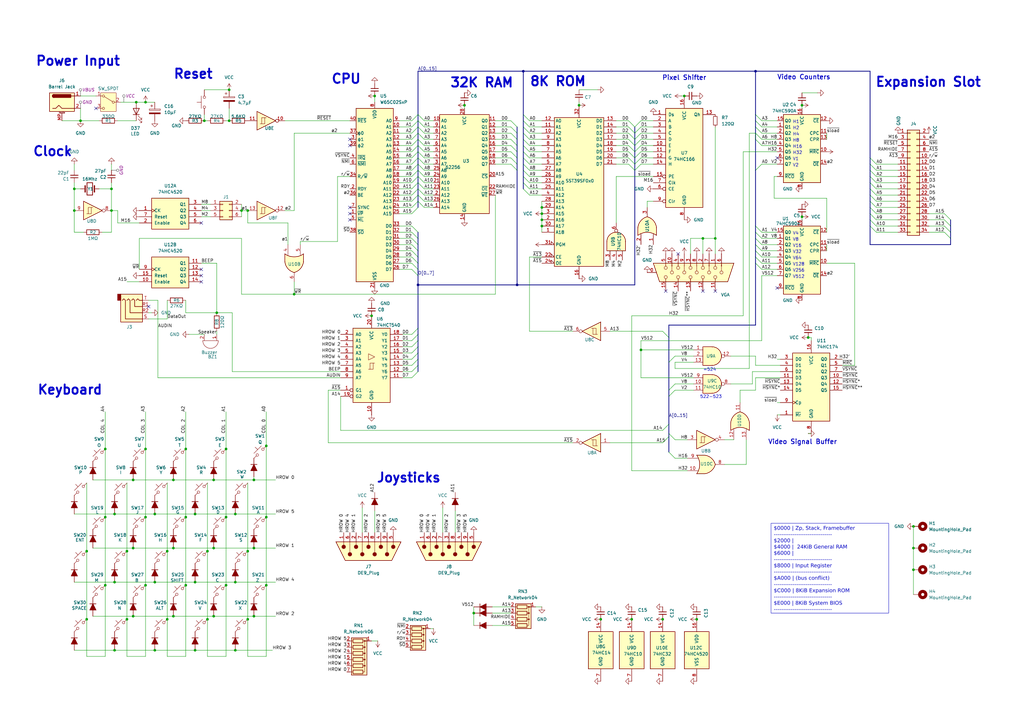
<source format=kicad_sch>
(kicad_sch (version 20231120) (generator "eeschema") (generator_version "8.0")
  (paper "A3")
  (lib_symbols
    (symbol "4xxx:4520" (pin_names (offset 1.016))
      (property "Reference" "U" (at -7.62 8.89 0))
      (property "Value" "4520" (at -7.62 -8.89 0))
      (symbol "4520_1_0"
        (pin input clock (at -12.7 0 0) (length 5.08) (name "CK") (number "1"))
        (pin input line (at -12.7 -5.08 0) (length 5.08) (name "Enable") (number "2"))
        (pin output line (at 12.7 2.54 180) (length 5.08) (name "Q1") (number "3"))
        (pin output line (at 12.7 0 180) (length 5.08) (name "Q2") (number "4"))
        (pin output line (at 12.7 -2.54 180) (length 5.08) (name "Q3") (number "5"))
        (pin output line (at 12.7 -5.08 180) (length 5.08) (name "Q4") (number "6"))
        (pin input line (at -12.7 -2.54 0) (length 5.08) (name "Reset") (number "7"))
      )
      (symbol "4520_2_0"
        (pin input line (at -12.7 -5.08 0) (length 5.08) (name "Enable") (number "10"))
        (pin output line (at 12.7 2.54 180) (length 5.08) (name "Q1") (number "11"))
        (pin output line (at 12.7 0 180) (length 5.08) (name "Q2") (number "12"))
        (pin output line (at 12.7 -2.54 180) (length 5.08) (name "Q3") (number "13"))
        (pin output line (at 12.7 -5.08 180) (length 5.08) (name "Q4") (number "14"))
        (pin input line (at -12.7 -2.54 0) (length 5.08) (name "Reset") (number "15"))
        (pin input clock (at -12.7 0 0) (length 5.08) (name "CK") (number "9"))
      )
      (symbol "4520_3_0"
        (pin power_in line (at 0 12.7 270) (length 5.08) (name "VDD") (number "16"))
        (pin power_in line (at 0 -12.7 90) (length 5.08) (name "VSS") (number "8"))
      )
    )
    (symbol "74xx:74HC590A"
      (property "Reference" "U" (at -7.62 16.51 0))
      (property "Value" "74HC590A" (at -7.62 -13.97 0))
      (symbol "74HC590A_1_0"
        (pin tri_state line (at 10.16 10.16 180) (length 2.54) (name "Q1") (number "1"))
        (pin input line (at -10.16 0 0) (length 2.54) (name "~{MRC}") (number "10"))
        (pin input line (at -10.16 7.62 0) (length 2.54) (name "CPC") (number "11"))
        (pin input line (at -10.16 12.7 0) (length 2.54) (name "~{CE}") (number "12"))
        (pin input line (at -10.16 5.08 0) (length 2.54) (name "CPR") (number "13"))
        (pin input line (at -10.16 -5.08 0) (length 2.54) (name "~{OE}") (number "14"))
        (pin tri_state line (at 10.16 12.7 180) (length 2.54) (name "Q0") (number "15"))
        (pin power_in line (at 0 17.78 270) (length 2.54) (name "VCC") (number "16"))
        (pin tri_state line (at 10.16 7.62 180) (length 2.54) (name "Q2") (number "2"))
        (pin tri_state line (at 10.16 5.08 180) (length 2.54) (name "Q3") (number "3"))
        (pin tri_state line (at 10.16 2.54 180) (length 2.54) (name "Q4") (number "4"))
        (pin tri_state line (at 10.16 0 180) (length 2.54) (name "Q5") (number "5"))
        (pin tri_state line (at 10.16 -2.54 180) (length 2.54) (name "Q6") (number "6"))
        (pin tri_state line (at 10.16 -5.08 180) (length 2.54) (name "Q7") (number "7"))
        (pin power_in line (at 0 -15.24 90) (length 2.54) (name "GND") (number "8"))
        (pin output line (at 10.16 -10.16 180) (length 2.54) (name "~{RCO}") (number "9"))
      )
    )
    (symbol "74xx:74LS10" (pin_names (offset 1.016))
      (property "Reference" "U" (at 0 1.27 0))
      (property "Value" "74LS10" (at 0 -1.27 0))
      (symbol "74LS10_1_1"
        (pin input line (at -7.62 2.54 0) (length 3.81) (name "~") (number "1"))
        (pin output inverted (at 7.62 0 180) (length 3.81) (name "~") (number "12"))
        (pin input line (at -7.62 -2.54 0) (length 3.81) (name "~") (number "13"))
        (pin input line (at -7.62 0 0) (length 3.81) (name "~") (number "2"))
      )
      (symbol "74LS10_1_2"
        (pin input inverted (at -7.62 2.54 0) (length 4.318) (name "~") (number "1"))
        (pin output line (at 7.62 0 180) (length 3.81) (name "~") (number "12"))
        (pin input inverted (at -7.62 -2.54 0) (length 4.318) (name "~") (number "13"))
        (pin input inverted (at -7.62 0 0) (length 4.953) (name "~") (number "2"))
      )
      (symbol "74LS10_2_1"
        (pin input line (at -7.62 2.54 0) (length 3.81) (name "~") (number "3"))
        (pin input line (at -7.62 0 0) (length 3.81) (name "~") (number "4"))
        (pin input line (at -7.62 -2.54 0) (length 3.81) (name "~") (number "5"))
        (pin output inverted (at 7.62 0 180) (length 3.81) (name "~") (number "6"))
      )
      (symbol "74LS10_2_2"
        (pin input inverted (at -7.62 2.54 0) (length 4.318) (name "~") (number "3"))
        (pin input inverted (at -7.62 0 0) (length 4.953) (name "~") (number "4"))
        (pin input inverted (at -7.62 -2.54 0) (length 4.318) (name "~") (number "5"))
        (pin output line (at 7.62 0 180) (length 3.81) (name "~") (number "6"))
      )
      (symbol "74LS10_3_1"
        (pin input line (at -7.62 0 0) (length 3.81) (name "~") (number "10"))
        (pin input line (at -7.62 -2.54 0) (length 3.81) (name "~") (number "11"))
        (pin output inverted (at 7.62 0 180) (length 3.81) (name "~") (number "8"))
        (pin input line (at -7.62 2.54 0) (length 3.81) (name "~") (number "9"))
      )
      (symbol "74LS10_3_2"
        (pin input inverted (at -7.62 0 0) (length 4.953) (name "~") (number "10"))
        (pin input inverted (at -7.62 -2.54 0) (length 4.318) (name "~") (number "11"))
        (pin output line (at 7.62 0 180) (length 3.81) (name "~") (number "8"))
        (pin input inverted (at -7.62 2.54 0) (length 4.318) (name "~") (number "9"))
      )
      (symbol "74LS10_4_0"
        (pin power_in line (at 0 12.7 270) (length 5.08) (name "VCC") (number "14"))
        (pin power_in line (at 0 -12.7 90) (length 5.08) (name "GND") (number "7"))
      )
    )
    (symbol "74xx:74LS14" (pin_names (offset 1.016))
      (property "Reference" "U" (at 0 1.27 0))
      (property "Value" "74LS14" (at 0 -1.27 0))
      (symbol "74LS14_1_0"
        (pin input line (at -7.62 0 0) (length 3.81) (name "~") (number "1"))
        (pin output inverted (at 7.62 0 180) (length 3.81) (name "~") (number "2"))
      )
      (symbol "74LS14_2_0"
        (pin input line (at -7.62 0 0) (length 3.81) (name "~") (number "3"))
        (pin output inverted (at 7.62 0 180) (length 3.81) (name "~") (number "4"))
      )
      (symbol "74LS14_3_0"
        (pin input line (at -7.62 0 0) (length 3.81) (name "~") (number "5"))
        (pin output inverted (at 7.62 0 180) (length 3.81) (name "~") (number "6"))
      )
      (symbol "74LS14_4_0"
        (pin output inverted (at 7.62 0 180) (length 3.81) (name "~") (number "8"))
        (pin input line (at -7.62 0 0) (length 3.81) (name "~") (number "9"))
      )
      (symbol "74LS14_5_0"
        (pin output inverted (at 7.62 0 180) (length 3.81) (name "~") (number "10"))
        (pin input line (at -7.62 0 0) (length 3.81) (name "~") (number "11"))
      )
      (symbol "74LS14_6_0"
        (pin output inverted (at 7.62 0 180) (length 3.81) (name "~") (number "12"))
        (pin input line (at -7.62 0 0) (length 3.81) (name "~") (number "13"))
      )
      (symbol "74LS14_7_0"
        (pin power_in line (at 0 12.7 270) (length 5.08) (name "VCC") (number "14"))
        (pin power_in line (at 0 -12.7 90) (length 5.08) (name "GND") (number "7"))
      )
    )
    (symbol "74xx:74LS166" (pin_names (offset 1.016))
      (property "Reference" "U" (at -7.62 21.59 0))
      (property "Value" "74LS166" (at -7.62 -21.59 0))
      (symbol "74LS166_1_0"
        (pin input line (at -12.7 17.78 0) (length 5.08) (name "Ds") (number "1"))
        (pin input line (at -12.7 5.08 0) (length 5.08) (name "E") (number "10"))
        (pin input line (at -12.7 2.54 0) (length 5.08) (name "F") (number "11"))
        (pin input line (at -12.7 0 0) (length 5.08) (name "G") (number "12"))
        (pin output line (at 12.7 17.78 180) (length 5.08) (name "Qh") (number "13"))
        (pin input line (at -12.7 -2.54 0) (length 5.08) (name "H") (number "14"))
        (pin input inverted (at -12.7 -7.62 0) (length 5.08) (name "PE") (number "15"))
        (pin power_in line (at 0 25.4 270) (length 5.08) (name "VCC") (number "16"))
        (pin input line (at -12.7 15.24 0) (length 5.08) (name "A") (number "2"))
        (pin input line (at -12.7 12.7 0) (length 5.08) (name "B") (number "3"))
        (pin input line (at -12.7 10.16 0) (length 5.08) (name "C") (number "4"))
        (pin input line (at -12.7 7.62 0) (length 5.08) (name "D") (number "5"))
        (pin input inverted (at -12.7 -12.7 0) (length 5.08) (name "CE") (number "6"))
        (pin input line (at -12.7 -10.16 0) (length 5.08) (name "Clk") (number "7"))
        (pin power_in line (at 0 -25.4 90) (length 5.08) (name "GND") (number "8"))
        (pin input inverted (at -12.7 -17.78 0) (length 5.08) (name "Clr") (number "9"))
      )
    )
    (symbol "74xx:74LS174" (pin_names (offset 1.016))
      (property "Reference" "U" (at -7.62 13.97 0))
      (property "Value" "74LS174" (at -7.62 -16.51 0))
      (symbol "74LS174_1_0"
        (pin input line (at -12.7 -12.7 0) (length 5.08) (name "~{Mr}") (number "1"))
        (pin output line (at 12.7 2.54 180) (length 5.08) (name "Q3") (number "10"))
        (pin input line (at -12.7 2.54 0) (length 5.08) (name "D3") (number "11"))
        (pin output line (at 12.7 0 180) (length 5.08) (name "Q4") (number "12"))
        (pin input line (at -12.7 0 0) (length 5.08) (name "D4") (number "13"))
        (pin input line (at -12.7 -2.54 0) (length 5.08) (name "D5") (number "14"))
        (pin output line (at 12.7 -2.54 180) (length 5.08) (name "Q5") (number "15"))
        (pin power_in line (at 0 17.78 270) (length 5.08) (name "VCC") (number "16"))
        (pin output line (at 12.7 10.16 180) (length 5.08) (name "Q0") (number "2"))
        (pin input line (at -12.7 10.16 0) (length 5.08) (name "D0") (number "3"))
        (pin input line (at -12.7 7.62 0) (length 5.08) (name "D1") (number "4"))
        (pin output line (at 12.7 7.62 180) (length 5.08) (name "Q1") (number "5"))
        (pin input line (at -12.7 5.08 0) (length 5.08) (name "D2") (number "6"))
        (pin output line (at 12.7 5.08 180) (length 5.08) (name "Q2") (number "7"))
        (pin power_in line (at 0 -20.32 90) (length 5.08) (name "GND") (number "8"))
        (pin input clock (at -12.7 -7.62 0) (length 5.08) (name "Cp") (number "9"))
      )
    )
    (symbol "74xx:74LS32" (pin_names (offset 1.016))
      (property "Reference" "U" (at 0 1.27 0))
      (property "Value" "74LS32" (at 0 -1.27 0))
      (symbol "74LS32_1_1"
        (pin input line (at -7.62 2.54 0) (length 4.318) (name "~") (number "1"))
        (pin input line (at -7.62 -2.54 0) (length 4.318) (name "~") (number "2"))
        (pin output line (at 7.62 0 180) (length 3.81) (name "~") (number "3"))
      )
      (symbol "74LS32_1_2"
        (pin input inverted (at -7.62 2.54 0) (length 3.81) (name "~") (number "1"))
        (pin input inverted (at -7.62 -2.54 0) (length 3.81) (name "~") (number "2"))
        (pin output inverted (at 7.62 0 180) (length 3.81) (name "~") (number "3"))
      )
      (symbol "74LS32_2_1"
        (pin input line (at -7.62 2.54 0) (length 4.318) (name "~") (number "4"))
        (pin input line (at -7.62 -2.54 0) (length 4.318) (name "~") (number "5"))
        (pin output line (at 7.62 0 180) (length 3.81) (name "~") (number "6"))
      )
      (symbol "74LS32_2_2"
        (pin input inverted (at -7.62 2.54 0) (length 3.81) (name "~") (number "4"))
        (pin input inverted (at -7.62 -2.54 0) (length 3.81) (name "~") (number "5"))
        (pin output inverted (at 7.62 0 180) (length 3.81) (name "~") (number "6"))
      )
      (symbol "74LS32_3_1"
        (pin input line (at -7.62 -2.54 0) (length 4.318) (name "~") (number "10"))
        (pin output line (at 7.62 0 180) (length 3.81) (name "~") (number "8"))
        (pin input line (at -7.62 2.54 0) (length 4.318) (name "~") (number "9"))
      )
      (symbol "74LS32_3_2"
        (pin input inverted (at -7.62 -2.54 0) (length 3.81) (name "~") (number "10"))
        (pin output inverted (at 7.62 0 180) (length 3.81) (name "~") (number "8"))
        (pin input inverted (at -7.62 2.54 0) (length 3.81) (name "~") (number "9"))
      )
      (symbol "74LS32_4_1"
        (pin output line (at 7.62 0 180) (length 3.81) (name "~") (number "11"))
        (pin input line (at -7.62 2.54 0) (length 4.318) (name "~") (number "12"))
        (pin input line (at -7.62 -2.54 0) (length 4.318) (name "~") (number "13"))
      )
      (symbol "74LS32_4_2"
        (pin output inverted (at 7.62 0 180) (length 3.81) (name "~") (number "11"))
        (pin input inverted (at -7.62 2.54 0) (length 3.81) (name "~") (number "12"))
        (pin input inverted (at -7.62 -2.54 0) (length 3.81) (name "~") (number "13"))
      )
      (symbol "74LS32_5_0"
        (pin power_in line (at 0 12.7 270) (length 5.08) (name "VCC") (number "14"))
        (pin power_in line (at 0 -12.7 90) (length 5.08) (name "GND") (number "7"))
      )
    )
    (symbol "74xx:74LS541" (pin_names (offset 1.016))
      (property "Reference" "U" (at -7.62 16.51 0))
      (property "Value" "74LS541" (at -7.62 -16.51 0))
      (symbol "74LS541_1_0"
        (pin input inverted (at -12.7 -10.16 0) (length 5.08) (name "G1") (number "1"))
        (pin power_in line (at 0 -20.32 90) (length 5.08) (name "GND") (number "10"))
        (pin tri_state line (at 12.7 -5.08 180) (length 5.08) (name "Y7") (number "11"))
        (pin tri_state line (at 12.7 -2.54 180) (length 5.08) (name "Y6") (number "12"))
        (pin tri_state line (at 12.7 0 180) (length 5.08) (name "Y5") (number "13"))
        (pin tri_state line (at 12.7 2.54 180) (length 5.08) (name "Y4") (number "14"))
        (pin tri_state line (at 12.7 5.08 180) (length 5.08) (name "Y3") (number "15"))
        (pin tri_state line (at 12.7 7.62 180) (length 5.08) (name "Y2") (number "16"))
        (pin tri_state line (at 12.7 10.16 180) (length 5.08) (name "Y1") (number "17"))
        (pin tri_state line (at 12.7 12.7 180) (length 5.08) (name "Y0") (number "18"))
        (pin input inverted (at -12.7 -12.7 0) (length 5.08) (name "G2") (number "19"))
        (pin input line (at -12.7 12.7 0) (length 5.08) (name "A0") (number "2"))
        (pin power_in line (at 0 20.32 270) (length 5.08) (name "VCC") (number "20"))
        (pin input line (at -12.7 10.16 0) (length 5.08) (name "A1") (number "3"))
        (pin input line (at -12.7 7.62 0) (length 5.08) (name "A2") (number "4"))
        (pin input line (at -12.7 5.08 0) (length 5.08) (name "A3") (number "5"))
        (pin input line (at -12.7 2.54 0) (length 5.08) (name "A4") (number "6"))
        (pin input line (at -12.7 0 0) (length 5.08) (name "A5") (number "7"))
        (pin input line (at -12.7 -2.54 0) (length 5.08) (name "A6") (number "8"))
        (pin input line (at -12.7 -5.08 0) (length 5.08) (name "A7") (number "9"))
      )
    )
    (symbol "Connector:Barrel_Jack_MountingPin" (pin_names hide)
      (property "Reference" "J" (at 0 5.334 0))
      (property "Value" "Barrel_Jack_MountingPin" (at 1.27 -6.35 0))
      (symbol "Barrel_Jack_MountingPin_1_1"
        (text "Mounting" (at 0 -4.191 0) (effects (font (size 0.381 0.381))))
        (pin passive line (at 7.62 2.54 180) (length 2.54) (name "~") (number "1"))
        (pin passive line (at 7.62 -2.54 180) (length 2.54) (name "~") (number "2"))
        (pin passive line (at 0 -7.62 90) (length 3.048) (name "MountPin") (number "MP"))
      )
    )
    (symbol "Connector:DE15_Receptacle_HighDensity_MountingHoles" (pin_names (offset 1.016) hide)
      (property "Reference" "J" (at 0 21.59 0))
      (property "Value" "DE15_Receptacle_HighDensity_MountingHoles" (at 0 19.05 0))
      (symbol "DE15_Receptacle_HighDensity_MountingHoles_1_1"
        (pin passive line (at 0 -17.78 90) (length 3.81) (name "~") (number "0"))
        (pin passive line (at -7.62 10.16 0) (length 5.08) (name "~") (number "1"))
        (pin passive line (at -7.62 -7.62 0) (length 5.08) (name "~") (number "10"))
        (pin passive line (at 7.62 10.16 180) (length 5.08) (name "~") (number "11"))
        (pin passive line (at 7.62 5.08 180) (length 5.08) (name "~") (number "12"))
        (pin passive line (at 7.62 0 180) (length 5.08) (name "~") (number "13"))
        (pin passive line (at 7.62 -5.08 180) (length 5.08) (name "~") (number "14"))
        (pin passive line (at 7.62 -10.16 180) (length 5.08) (name "~") (number "15"))
        (pin passive line (at -7.62 5.08 0) (length 5.08) (name "~") (number "2"))
        (pin passive line (at -7.62 0 0) (length 5.08) (name "~") (number "3"))
        (pin passive line (at -7.62 -5.08 0) (length 5.08) (name "~") (number "4"))
        (pin passive line (at -7.62 -10.16 0) (length 5.08) (name "~") (number "5"))
        (pin passive line (at -7.62 12.7 0) (length 5.08) (name "~") (number "6"))
        (pin passive line (at -7.62 7.62 0) (length 5.08) (name "~") (number "7"))
        (pin passive line (at -7.62 2.54 0) (length 5.08) (name "~") (number "8"))
        (pin passive line (at -7.62 -2.54 0) (length 5.08) (name "~") (number "9"))
      )
    )
    (symbol "Connector:DE9_Plug" (pin_names (offset 1.016) hide)
      (property "Reference" "J" (at 0 13.97 0))
      (property "Value" "DE9_Plug" (at 0 -14.605 0))
      (symbol "DE9_Plug_1_1"
        (pin passive line (at -7.62 -10.16 0) (length 3.81) (name "1") (number "1"))
        (pin passive line (at -7.62 -5.08 0) (length 3.81) (name "2") (number "2"))
        (pin passive line (at -7.62 0 0) (length 3.81) (name "3") (number "3"))
        (pin passive line (at -7.62 5.08 0) (length 3.81) (name "4") (number "4"))
        (pin passive line (at -7.62 10.16 0) (length 3.81) (name "5") (number "5"))
        (pin passive line (at -7.62 -7.62 0) (length 3.81) (name "6") (number "6"))
        (pin passive line (at -7.62 -2.54 0) (length 3.81) (name "7") (number "7"))
        (pin passive line (at -7.62 2.54 0) (length 3.81) (name "8") (number "8"))
        (pin passive line (at -7.62 7.62 0) (length 3.81) (name "9") (number "9"))
      )
    )
    (symbol "Connector_Audio:AudioJack4"
      (property "Reference" "J" (at 0 8.89 0))
      (property "Value" "AudioJack4" (at 0 6.35 0))
      (symbol "AudioJack4_1_1"
        (pin passive line (at 5.08 -2.54 180) (length 2.54) (name "~") (number "R1"))
        (pin passive line (at 5.08 0 180) (length 2.54) (name "~") (number "R2"))
        (pin passive line (at 5.08 2.54 180) (length 2.54) (name "~") (number "S"))
        (pin passive line (at 5.08 -5.08 180) (length 2.54) (name "~") (number "T"))
      )
    )
    (symbol "Connector_Generic:Conn_02x03_Odd_Even" (pin_names (offset 1.016) hide)
      (property "Reference" "J" (at 1.27 5.08 0))
      (property "Value" "Conn_02x03_Odd_Even" (at 1.27 -5.08 0))
      (symbol "Conn_02x03_Odd_Even_1_1"
        (pin passive line (at -5.08 2.54 0) (length 3.81) (name "Pin_1") (number "1"))
        (pin passive line (at 7.62 2.54 180) (length 3.81) (name "Pin_2") (number "2"))
        (pin passive line (at -5.08 0 0) (length 3.81) (name "Pin_3") (number "3"))
        (pin passive line (at 7.62 0 180) (length 3.81) (name "Pin_4") (number "4"))
        (pin passive line (at -5.08 -2.54 0) (length 3.81) (name "Pin_5") (number "5"))
        (pin passive line (at 7.62 -2.54 180) (length 3.81) (name "Pin_6") (number "6"))
      )
    )
    (symbol "Connector_Generic:Conn_02x17_Odd_Even" (pin_names (offset 1.016) hide)
      (property "Reference" "J" (at 1.27 22.86 0))
      (property "Value" "Conn_02x17_Odd_Even" (at 1.27 -22.86 0))
      (symbol "Conn_02x17_Odd_Even_1_1"
        (pin passive line (at -5.08 20.32 0) (length 3.81) (name "Pin_1") (number "1"))
        (pin passive line (at 7.62 10.16 180) (length 3.81) (name "Pin_10") (number "10"))
        (pin passive line (at -5.08 7.62 0) (length 3.81) (name "Pin_11") (number "11"))
        (pin passive line (at 7.62 7.62 180) (length 3.81) (name "Pin_12") (number "12"))
        (pin passive line (at -5.08 5.08 0) (length 3.81) (name "Pin_13") (number "13"))
        (pin passive line (at 7.62 5.08 180) (length 3.81) (name "Pin_14") (number "14"))
        (pin passive line (at -5.08 2.54 0) (length 3.81) (name "Pin_15") (number "15"))
        (pin passive line (at 7.62 2.54 180) (length 3.81) (name "Pin_16") (number "16"))
        (pin passive line (at -5.08 0 0) (length 3.81) (name "Pin_17") (number "17"))
        (pin passive line (at 7.62 0 180) (length 3.81) (name "Pin_18") (number "18"))
        (pin passive line (at -5.08 -2.54 0) (length 3.81) (name "Pin_19") (number "19"))
        (pin passive line (at 7.62 20.32 180) (length 3.81) (name "Pin_2") (number "2"))
        (pin passive line (at 7.62 -2.54 180) (length 3.81) (name "Pin_20") (number "20"))
        (pin passive line (at -5.08 -5.08 0) (length 3.81) (name "Pin_21") (number "21"))
        (pin passive line (at 7.62 -5.08 180) (length 3.81) (name "Pin_22") (number "22"))
        (pin passive line (at -5.08 -7.62 0) (length 3.81) (name "Pin_23") (number "23"))
        (pin passive line (at 7.62 -7.62 180) (length 3.81) (name "Pin_24") (number "24"))
        (pin passive line (at -5.08 -10.16 0) (length 3.81) (name "Pin_25") (number "25"))
        (pin passive line (at 7.62 -10.16 180) (length 3.81) (name "Pin_26") (number "26"))
        (pin passive line (at -5.08 -12.7 0) (length 3.81) (name "Pin_27") (number "27"))
        (pin passive line (at 7.62 -12.7 180) (length 3.81) (name "Pin_28") (number "28"))
        (pin passive line (at -5.08 -15.24 0) (length 3.81) (name "Pin_29") (number "29"))
        (pin passive line (at -5.08 17.78 0) (length 3.81) (name "Pin_3") (number "3"))
        (pin passive line (at 7.62 -15.24 180) (length 3.81) (name "Pin_30") (number "30"))
        (pin passive line (at -5.08 -17.78 0) (length 3.81) (name "Pin_31") (number "31"))
        (pin passive line (at 7.62 -17.78 180) (length 3.81) (name "Pin_32") (number "32"))
        (pin passive line (at -5.08 -20.32 0) (length 3.81) (name "Pin_33") (number "33"))
        (pin passive line (at 7.62 -20.32 180) (length 3.81) (name "Pin_34") (number "34"))
        (pin passive line (at 7.62 17.78 180) (length 3.81) (name "Pin_4") (number "4"))
        (pin passive line (at -5.08 15.24 0) (length 3.81) (name "Pin_5") (number "5"))
        (pin passive line (at 7.62 15.24 180) (length 3.81) (name "Pin_6") (number "6"))
        (pin passive line (at -5.08 12.7 0) (length 3.81) (name "Pin_7") (number "7"))
        (pin passive line (at 7.62 12.7 180) (length 3.81) (name "Pin_8") (number "8"))
        (pin passive line (at -5.08 10.16 0) (length 3.81) (name "Pin_9") (number "9"))
      )
    )
    (symbol "Device:Buzzer" (pin_names (offset 0.0254) hide)
      (property "Reference" "BZ" (at 3.81 1.27 0))
      (property "Value" "Buzzer" (at 3.81 -1.27 0))
      (symbol "Buzzer_1_1"
        (pin passive line (at -2.54 2.54 0) (length 2.54) (name "+") (number "1"))
        (pin passive line (at -2.54 -2.54 0) (length 2.54) (name "-") (number "2"))
      )
    )
    (symbol "Device:C_Polarized" (pin_numbers hide) (pin_names (offset 0.254))
      (property "Reference" "C" (at 0.635 2.54 0))
      (property "Value" "C_Polarized" (at 0.635 -2.54 0))
      (symbol "C_Polarized_1_1"
        (pin passive line (at 0 3.81 270) (length 2.794) (name "~") (number "1"))
        (pin passive line (at 0 -3.81 90) (length 2.794) (name "~") (number "2"))
      )
    )
    (symbol "Device:C_Small" (pin_numbers hide) (pin_names (offset 0.254) hide)
      (property "Reference" "C" (at 0.254 1.778 0))
      (property "Value" "C_Small" (at 0.254 -2.032 0))
      (symbol "C_Small_1_1"
        (pin passive line (at 0 2.54 270) (length 2.032) (name "~") (number "1"))
        (pin passive line (at 0 -2.54 90) (length 2.032) (name "~") (number "2"))
      )
    )
    (symbol "Device:Crystal" (pin_numbers hide) (pin_names (offset 1.016) hide)
      (property "Reference" "Y" (at 0 3.81 0))
      (property "Value" "Crystal" (at 0 -3.81 0))
      (symbol "Crystal_1_1"
        (pin passive line (at -3.81 0 0) (length 1.27) (name "1") (number "1"))
        (pin passive line (at 3.81 0 180) (length 1.27) (name "2") (number "2"))
      )
    )
    (symbol "Device:LED" (pin_numbers hide) (pin_names (offset 1.016) hide)
      (property "Reference" "D" (at 0 2.54 0))
      (property "Value" "LED" (at 0 -2.54 0))
      (symbol "LED_1_1"
        (pin passive line (at -3.81 0 0) (length 2.54) (name "K") (number "1"))
        (pin passive line (at 3.81 0 180) (length 2.54) (name "A") (number "2"))
      )
    )
    (symbol "Device:R" (pin_numbers hide) (pin_names (offset 0))
      (property "Reference" "R" (at 2.032 0 90))
      (property "Value" "R" (at 0 0 90))
      (symbol "R_1_1"
        (pin passive line (at 0 3.81 270) (length 1.27) (name "~") (number "1"))
        (pin passive line (at 0 -3.81 90) (length 1.27) (name "~") (number "2"))
      )
    )
    (symbol "Device:R_Network04" (pin_names (offset 0) hide)
      (property "Reference" "RN" (at -7.62 0 90))
      (property "Value" "R_Network04" (at 5.08 0 90))
      (symbol "R_Network04_1_1"
        (pin passive line (at -5.08 5.08 270) (length 2.54) (name "common") (number "1"))
        (pin passive line (at -5.08 -5.08 90) (length 1.27) (name "R1") (number "2"))
        (pin passive line (at -2.54 -5.08 90) (length 1.27) (name "R2") (number "3"))
        (pin passive line (at 0 -5.08 90) (length 1.27) (name "R3") (number "4"))
        (pin passive line (at 2.54 -5.08 90) (length 1.27) (name "R4") (number "5"))
      )
    )
    (symbol "Device:R_Network06" (pin_names (offset 0) hide)
      (property "Reference" "RN" (at -10.16 0 90))
      (property "Value" "R_Network06" (at 7.62 0 90))
      (symbol "R_Network06_1_1"
        (pin passive line (at -7.62 5.08 270) (length 2.54) (name "common") (number "1"))
        (pin passive line (at -7.62 -5.08 90) (length 1.27) (name "R1") (number "2"))
        (pin passive line (at -5.08 -5.08 90) (length 1.27) (name "R2") (number "3"))
        (pin passive line (at -2.54 -5.08 90) (length 1.27) (name "R3") (number "4"))
        (pin passive line (at 0 -5.08 90) (length 1.27) (name "R4") (number "5"))
        (pin passive line (at 2.54 -5.08 90) (length 1.27) (name "R5") (number "6"))
        (pin passive line (at 5.08 -5.08 90) (length 1.27) (name "R6") (number "7"))
      )
    )
    (symbol "Device:R_Small" (pin_numbers hide) (pin_names (offset 0.254) hide)
      (property "Reference" "R" (at 0.762 0.508 0))
      (property "Value" "R_Small" (at 0.762 -1.016 0))
      (symbol "R_Small_1_1"
        (pin passive line (at 0 2.54 270) (length 0.762) (name "~") (number "1"))
        (pin passive line (at 0 -2.54 90) (length 0.762) (name "~") (number "2"))
      )
    )
    (symbol "GND_1" (power) (pin_numbers hide) (pin_names (offset 0) hide)
      (property "Value" "GND" (at 0 -3.81 0))
      (symbol "GND_1_1_1"
        (pin power_in line (at 0 0 270) (length 0) (name "~") (number "1"))
      )
    )
    (symbol "GND_10" (power) (pin_numbers hide) (pin_names (offset 0) hide)
      (property "Value" "GND" (at 0 -3.81 0))
      (symbol "GND_10_1_1"
        (pin power_in line (at 0 0 270) (length 0) (name "~") (number "1"))
      )
    )
    (symbol "GND_11" (power) (pin_numbers hide) (pin_names (offset 0) hide)
      (property "Value" "GND" (at 0 -3.81 0))
      (symbol "GND_11_1_1"
        (pin power_in line (at 0 0 270) (length 0) (name "~") (number "1"))
      )
    )
    (symbol "GND_12" (power) (pin_numbers hide) (pin_names (offset 0) hide)
      (property "Value" "GND" (at 0 -3.81 0))
      (symbol "GND_12_1_1"
        (pin power_in line (at 0 0 270) (length 0) (name "~") (number "1"))
      )
    )
    (symbol "GND_13" (power) (pin_numbers hide) (pin_names (offset 0) hide)
      (property "Value" "GND" (at 0 -3.81 0))
      (symbol "GND_13_1_1"
        (pin power_in line (at 0 0 270) (length 0) (name "~") (number "1"))
      )
    )
    (symbol "GND_14" (power) (pin_numbers hide) (pin_names (offset 0) hide)
      (property "Value" "GND" (at 0 -3.81 0))
      (symbol "GND_14_1_1"
        (pin power_in line (at 0 0 270) (length 0) (name "~") (number "1"))
      )
    )
    (symbol "GND_3" (power) (pin_numbers hide) (pin_names (offset 0) hide)
      (property "Value" "GND" (at 0 -3.81 0))
      (symbol "GND_3_1_1"
        (pin power_in line (at 0 0 270) (length 0) (name "~") (number "1"))
      )
    )
    (symbol "GND_4" (power) (pin_numbers hide) (pin_names (offset 0) hide)
      (property "Value" "GND" (at 0 -3.81 0))
      (symbol "GND_4_1_1"
        (pin power_in line (at 0 0 270) (length 0) (name "~") (number "1"))
      )
    )
    (symbol "GND_5" (power) (pin_numbers hide) (pin_names (offset 0) hide)
      (property "Value" "GND" (at 0 -3.81 0))
      (symbol "GND_5_1_1"
        (pin power_in line (at 0 0 270) (length 0) (name "~") (number "1"))
      )
    )
    (symbol "GND_6" (power) (pin_numbers hide) (pin_names (offset 0) hide)
      (property "Value" "GND" (at 0 -3.81 0))
      (symbol "GND_6_1_1"
        (pin power_in line (at 0 0 270) (length 0) (name "~") (number "1"))
      )
    )
    (symbol "GND_7" (power) (pin_numbers hide) (pin_names (offset 0) hide)
      (property "Value" "GND" (at 0 -3.81 0))
      (symbol "GND_7_1_1"
        (pin power_in line (at 0 0 270) (length 0) (name "~") (number "1"))
      )
    )
    (symbol "GND_8" (power) (pin_numbers hide) (pin_names (offset 0) hide)
      (property "Value" "GND" (at 0 -3.81 0))
      (symbol "GND_8_1_1"
        (pin power_in line (at 0 0 270) (length 0) (name "~") (number "1"))
      )
    )
    (symbol "Mechanical:MountingHole_Pad" (pin_numbers hide) (pin_names (offset 1.016) hide) (exclude_from_sim yes) (in_bom no)
      (property "Reference" "H" (at 0 6.35 0))
      (property "Value" "MountingHole_Pad" (at 0 4.445 0))
      (symbol "MountingHole_Pad_1_1"
        (pin input line (at 0 -2.54 90) (length 2.54) (name "1") (number "1"))
      )
    )
    (symbol "Memory_Flash:SST39SF040"
      (property "Reference" "U" (at 2.54 33.02 0))
      (property "Value" "SST39SF040" (at 0 -30.48 0))
      (symbol "SST39SF040_0_0"
        (pin power_in line (at 0 -34.29 90) (length 5.08) (name "GND") (number "16"))
        (pin power_in line (at 0 36.83 270) (length 5.08) (name "VCC") (number "32"))
      )
      (symbol "SST39SF040_1_1"
        (pin input line (at -15.24 -15.24 0) (length 5.08) (name "A18") (number "1"))
        (pin input line (at -15.24 25.4 0) (length 5.08) (name "A2") (number "10"))
        (pin input line (at -15.24 27.94 0) (length 5.08) (name "A1") (number "11"))
        (pin input line (at -15.24 30.48 0) (length 5.08) (name "A0") (number "12"))
        (pin tri_state line (at 15.24 30.48 180) (length 5.08) (name "D0") (number "13"))
        (pin tri_state line (at 15.24 27.94 180) (length 5.08) (name "D1") (number "14"))
        (pin tri_state line (at 15.24 25.4 180) (length 5.08) (name "D2") (number "15"))
        (pin tri_state line (at 15.24 22.86 180) (length 5.08) (name "D3") (number "17"))
        (pin tri_state line (at 15.24 20.32 180) (length 5.08) (name "D4") (number "18"))
        (pin tri_state line (at 15.24 17.78 180) (length 5.08) (name "D5") (number "19"))
        (pin input line (at -15.24 -10.16 0) (length 5.08) (name "A16") (number "2"))
        (pin tri_state line (at 15.24 15.24 180) (length 5.08) (name "D6") (number "20"))
        (pin tri_state line (at 15.24 12.7 180) (length 5.08) (name "D7") (number "21"))
        (pin input input_low (at -15.24 -25.4 0) (length 5.08) (name "CE") (number "22"))
        (pin input line (at -15.24 5.08 0) (length 5.08) (name "A10") (number "23"))
        (pin input input_low (at -15.24 -27.94 0) (length 5.08) (name "OE") (number "24"))
        (pin input line (at -15.24 2.54 0) (length 5.08) (name "A11") (number "25"))
        (pin input line (at -15.24 7.62 0) (length 5.08) (name "A9") (number "26"))
        (pin input line (at -15.24 10.16 0) (length 5.08) (name "A8") (number "27"))
        (pin input line (at -15.24 -2.54 0) (length 5.08) (name "A13") (number "28"))
        (pin input line (at -15.24 -5.08 0) (length 5.08) (name "A14") (number "29"))
        (pin input line (at -15.24 -7.62 0) (length 5.08) (name "A15") (number "3"))
        (pin input line (at -15.24 -12.7 0) (length 5.08) (name "A17") (number "30"))
        (pin input input_low (at -15.24 -20.32 0) (length 5.08) (name "PGM") (number "31"))
        (pin input line (at -15.24 0 0) (length 5.08) (name "A12") (number "4"))
        (pin input line (at -15.24 12.7 0) (length 5.08) (name "A7") (number "5"))
        (pin input line (at -15.24 15.24 0) (length 5.08) (name "A6") (number "6"))
        (pin input line (at -15.24 17.78 0) (length 5.08) (name "A5") (number "7"))
        (pin input line (at -15.24 20.32 0) (length 5.08) (name "A4") (number "8"))
        (pin input line (at -15.24 22.86 0) (length 5.08) (name "A3") (number "9"))
      )
    )
    (symbol "Memory_RAM:CY62256-70PC"
      (property "Reference" "U" (at -10.16 20.955 0))
      (property "Value" "CY62256-70PC" (at 2.54 20.955 0))
      (symbol "CY62256-70PC_0_0"
        (pin power_in line (at 0 -22.86 90) (length 2.54) (name "GND") (number "14"))
        (pin power_in line (at 0 22.86 270) (length 2.54) (name "VCC") (number "28"))
      )
      (symbol "CY62256-70PC_1_1"
        (pin input line (at -12.7 -17.78 0) (length 2.54) (name "A14") (number "1"))
        (pin input line (at -12.7 17.78 0) (length 2.54) (name "A0") (number "10"))
        (pin tri_state line (at 12.7 17.78 180) (length 2.54) (name "Q0") (number "11"))
        (pin tri_state line (at 12.7 15.24 180) (length 2.54) (name "Q1") (number "12"))
        (pin tri_state line (at 12.7 12.7 180) (length 2.54) (name "Q2") (number "13"))
        (pin tri_state line (at 12.7 10.16 180) (length 2.54) (name "Q3") (number "15"))
        (pin tri_state line (at 12.7 7.62 180) (length 2.54) (name "Q4") (number "16"))
        (pin tri_state line (at 12.7 5.08 180) (length 2.54) (name "Q5") (number "17"))
        (pin tri_state line (at 12.7 2.54 180) (length 2.54) (name "Q6") (number "18"))
        (pin tri_state line (at 12.7 0 180) (length 2.54) (name "Q7") (number "19"))
        (pin input line (at -12.7 -12.7 0) (length 2.54) (name "A12") (number "2"))
        (pin input line (at 12.7 -5.08 180) (length 2.54) (name "~{CS}") (number "20"))
        (pin input line (at -12.7 -7.62 0) (length 2.54) (name "A10") (number "21"))
        (pin input line (at 12.7 -10.16 180) (length 2.54) (name "~{OE}") (number "22"))
        (pin input line (at -12.7 -10.16 0) (length 2.54) (name "A11") (number "23"))
        (pin input line (at -12.7 -5.08 0) (length 2.54) (name "A9") (number "24"))
        (pin input line (at -12.7 -2.54 0) (length 2.54) (name "A8") (number "25"))
        (pin input line (at -12.7 -15.24 0) (length 2.54) (name "A13") (number "26"))
        (pin input line (at 12.7 -12.7 180) (length 2.54) (name "~{WE}") (number "27"))
        (pin input line (at -12.7 0 0) (length 2.54) (name "A7") (number "3"))
        (pin input line (at -12.7 2.54 0) (length 2.54) (name "A6") (number "4"))
        (pin input line (at -12.7 5.08 0) (length 2.54) (name "A5") (number "5"))
        (pin input line (at -12.7 7.62 0) (length 2.54) (name "A4") (number "6"))
        (pin input line (at -12.7 10.16 0) (length 2.54) (name "A3") (number "7"))
        (pin input line (at -12.7 12.7 0) (length 2.54) (name "A2") (number "8"))
        (pin input line (at -12.7 15.24 0) (length 2.54) (name "A1") (number "9"))
      )
    )
    (symbol "PCM_65xx-library:W65C02SxP"
      (property "Reference" "U" (at 2.54 40.64 0))
      (property "Value" "W65C02SxP" (at 2.54 38.1 0))
      (symbol "W65C02SxP_1_1"
        (pin output line (at -10.16 -7.62 0) (length 2.54) (name "~{VP}") (number "1"))
        (pin tri_state line (at 10.16 27.94 180) (length 2.54) (name "A1") (number "10"))
        (pin tri_state line (at 10.16 25.4 180) (length 2.54) (name "A2") (number "11"))
        (pin tri_state line (at 10.16 22.86 180) (length 2.54) (name "A3") (number "12"))
        (pin tri_state line (at 10.16 20.32 180) (length 2.54) (name "A4") (number "13"))
        (pin tri_state line (at 10.16 17.78 180) (length 2.54) (name "A5") (number "14"))
        (pin tri_state line (at 10.16 15.24 180) (length 2.54) (name "A6") (number "15"))
        (pin tri_state line (at 10.16 12.7 180) (length 2.54) (name "A7") (number "16"))
        (pin tri_state line (at 10.16 10.16 180) (length 2.54) (name "A8") (number "17"))
        (pin tri_state line (at 10.16 7.62 180) (length 2.54) (name "A9") (number "18"))
        (pin tri_state line (at 10.16 5.08 180) (length 2.54) (name "A10") (number "19"))
        (pin open_collector line (at -10.16 2.54 0) (length 2.54) (name "RDY") (number "2"))
        (pin tri_state line (at 10.16 2.54 180) (length 2.54) (name "A11") (number "20"))
        (pin power_in line (at 0 -38.1 90) (length 2.54) (name "VSS") (number "21"))
        (pin tri_state line (at 10.16 0 180) (length 2.54) (name "A12") (number "22"))
        (pin tri_state line (at 10.16 -2.54 180) (length 2.54) (name "A13") (number "23"))
        (pin tri_state line (at 10.16 -5.08 180) (length 2.54) (name "A14") (number "24"))
        (pin tri_state line (at 10.16 -7.62 180) (length 2.54) (name "A15") (number "25"))
        (pin bidirectional line (at 10.16 -30.48 180) (length 2.54) (name "D7") (number "26"))
        (pin bidirectional line (at 10.16 -27.94 180) (length 2.54) (name "D6") (number "27"))
        (pin bidirectional line (at 10.16 -25.4 180) (length 2.54) (name "D5") (number "28"))
        (pin bidirectional line (at 10.16 -22.86 180) (length 2.54) (name "D4") (number "29"))
        (pin output line (at -10.16 22.86 0) (length 2.54) (name "ϕ1") (number "3"))
        (pin bidirectional line (at 10.16 -20.32 180) (length 2.54) (name "D3") (number "30"))
        (pin bidirectional line (at 10.16 -17.78 180) (length 2.54) (name "D2") (number "31"))
        (pin bidirectional line (at 10.16 -15.24 180) (length 2.54) (name "D1") (number "32"))
        (pin bidirectional line (at 10.16 -12.7 180) (length 2.54) (name "D0") (number "33"))
        (pin tri_state line (at -10.16 7.62 0) (length 2.54) (name "R/~{W}") (number "34"))
        (pin no_connect non_logic (at -7.62 -30.48 0) (length 2.54) hide (name "nc") (number "35"))
        (pin input line (at -10.16 0 0) (length 2.54) (name "BE") (number "36"))
        (pin input clock (at -10.16 25.4 0) (length 2.54) (name "ϕ0") (number "37"))
        (pin input line (at -10.16 -15.24 0) (length 2.54) (name "~{SO}") (number "38"))
        (pin output line (at -10.16 20.32 0) (length 2.54) (name "ϕ2") (number "39"))
        (pin input line (at -10.16 15.24 0) (length 2.54) (name "~{IRQ}") (number "4"))
        (pin input line (at -10.16 30.48 0) (length 2.54) (name "~{RES}") (number "40"))
        (pin output line (at -10.16 -10.16 0) (length 2.54) (name "~{ML}") (number "5"))
        (pin input line (at -10.16 12.7 0) (length 2.54) (name "~{NMI}") (number "6"))
        (pin output line (at -10.16 -5.08 0) (length 2.54) (name "SYNC") (number "7"))
        (pin power_in line (at 0 38.1 270) (length 2.54) (name "VDD") (number "8"))
        (pin tri_state line (at 10.16 30.48 180) (length 2.54) (name "A0") (number "9"))
      )
    )
    (symbol "PCM_Capacitor_AKL:CP_Radial_D5.0mm_P2.00mm" (pin_numbers hide) (pin_names (offset 0.254))
      (property "Reference" "C" (at 0.635 2.54 0))
      (property "Value" "CP_Radial_D5.0mm_P2.00mm" (at 0.635 -2.54 0))
      (symbol "CP_Radial_D5.0mm_P2.00mm_1_1"
        (pin passive line (at 0 3.81 270) (length 2.794) (name "~") (number "1"))
        (pin passive line (at 0 -3.81 90) (length 2.794) (name "~") (number "2"))
      )
      (symbol "CP_Radial_D5.0mm_P2.00mm_1_2"
        (pin passive line (at 2.54 2.54 270) (length 0) (name "~") (number "1"))
        (pin passive line (at -2.54 -2.54 90) (length 0) (name "~") (number "2"))
      )
    )
    (symbol "PCM_Diode_AKL:1N4148" (pin_numbers hide) (pin_names (offset 1.016) hide)
      (property "Reference" "D" (at 0 5.08 0))
      (property "Value" "1N4148" (at 0 2.54 0))
      (symbol "1N4148_1_1"
        (pin passive line (at 3.81 0 180) (length 2.54) (name "K") (number "1"))
        (pin passive line (at -3.81 0 0) (length 2.54) (name "A") (number "2"))
      )
      (symbol "1N4148_1_2"
        (pin passive line (at 2.54 2.54 180) (length 0) (name "K") (number "1"))
        (pin passive line (at -2.54 -2.54 0) (length 0) (name "A") (number "2"))
      )
    )
    (symbol "Switch:SW_Push" (pin_numbers hide) (pin_names (offset 1.016) hide)
      (property "Reference" "SW" (at 1.27 2.54 0))
      (property "Value" "SW_Push" (at 0 -1.524 0))
      (symbol "SW_Push_0_1"
        (pin passive line (at -5.08 0 0) (length 2.54) (name "1") (number "1"))
        (pin passive line (at 5.08 0 180) (length 2.54) (name "2") (number "2"))
      )
    )
    (symbol "Switch:SW_Push_45deg" (pin_numbers hide) (pin_names (offset 1.016) hide)
      (property "Reference" "SW" (at 3.048 1.016 0))
      (property "Value" "SW_Push_45deg" (at 0 -3.81 0))
      (symbol "SW_Push_45deg_0_1"
        (pin passive line (at -2.54 2.54 0) (length 0) (name "1") (number "1"))
        (pin passive line (at 2.54 -2.54 180) (length 0) (name "2") (number "2"))
      )
    )
    (symbol "Switch:SW_SPDT" (pin_names (offset 0) hide)
      (property "Reference" "SW" (at 0 5.08 0))
      (property "Value" "SW_SPDT" (at 0 -5.08 0))
      (symbol "SW_SPDT_1_1"
        (pin passive line (at 5.08 2.54 180) (length 2.54) (name "A") (number "1"))
        (pin passive line (at -5.08 0 0) (length 2.54) (name "B") (number "2"))
        (pin passive line (at 5.08 -2.54 180) (length 2.54) (name "C") (number "3"))
      )
    )
    (symbol "VCC_2" (power) (pin_numbers hide) (pin_names (offset 0) hide)
      (property "Value" "VCC" (at 0 3.556 0))
      (symbol "VCC_2_1_1"
        (pin power_in line (at 0 0 90) (length 0) (name "~") (number "1"))
      )
    )
    (symbol "VCC_3" (power) (pin_numbers hide) (pin_names (offset 0) hide)
      (property "Value" "VCC" (at 0 3.556 0))
      (symbol "VCC_3_1_1"
        (pin power_in line (at 0 0 90) (length 0) (name "~") (number "1"))
      )
    )
    (symbol "VCC_4" (power) (pin_numbers hide) (pin_names (offset 0) hide)
      (property "Value" "VCC" (at 0 3.556 0))
      (symbol "VCC_4_1_1"
        (pin power_in line (at 0 0 90) (length 0) (name "~") (number "1"))
      )
    )
    (symbol "VCC_5" (power) (pin_numbers hide) (pin_names (offset 0) hide)
      (property "Value" "VCC" (at 0 3.556 0))
      (symbol "VCC_5_1_1"
        (pin power_in line (at 0 0 90) (length 0) (name "~") (number "1"))
      )
    )
    (symbol "VCC_6" (power) (pin_numbers hide) (pin_names (offset 0) hide)
      (property "Value" "VCC" (at 0 3.556 0))
      (symbol "VCC_6_1_1"
        (pin power_in line (at 0 0 90) (length 0) (name "~") (number "1"))
      )
    )
    (symbol "VCC_7" (power) (pin_numbers hide) (pin_names (offset 0) hide)
      (property "Value" "VCC" (at 0 3.556 0))
      (symbol "VCC_7_1_1"
        (pin power_in line (at 0 0 90) (length 0) (name "~") (number "1"))
      )
    )
    (symbol "power:GND" (power) (pin_names (offset 0))
      (property "Value" "GND" (at 0 -3.81 0))
      (symbol "GND_1_1"
        (pin power_in line (at 0 0 270) (length 0) hide (name "GND") (number "1"))
      )
    )
    (symbol "power:VCC" (power) (pin_names (offset 0))
      (property "Value" "VCC" (at 0 3.81 0))
      (symbol "VCC_1_1"
        (pin power_in line (at 0 0 90) (length 0) hide (name "VCC") (number "1"))
      )
    )
  )
  (junction (at 96.52 266.7))
  (junction (at 59.69 240.03))
  (junction (at 54.61 252.73))
  (junction (at 101.6 254))
  (junction (at 43.18 184.15))
  (junction (at 309.88 29.21))
  (junction (at 101.6 86.36))
  (junction (at 190.5 43.18))
  (junction (at 43.18 240.03))
  (junction (at 120.65 120.65))
  (junction (at 35.56 254))
  (junction (at 93.98 36.83))
  (junction (at 92.71 240.03))
  (junction (at 259.08 254))
  (junction (at 52.07 226.06))
  (junction (at 246.38 254))
  (junction (at 194.31 251.46))
  (junction (at 76.2 212.09))
  (junction (at 212.09 116.84))
  (junction (at 46.99 266.7))
  (junction (at 85.09 254))
  (junction (at 30.48 77.47))
  (junction (at 59.69 41.91))
  (junction (at 93.98 49.53))
  (junction (at 55.88 41.91))
  (junction (at 45.72 77.47))
  (junction (at 63.5 210.82))
  (junction (at 109.22 182.88))
  (junction (at 92.71 184.15))
  (junction (at 59.69 212.09))
  (junction (at 171.45 116.84))
  (junction (at 331.47 138.43))
  (junction (at 71.12 252.73))
  (junction (at 83.82 49.53))
  (junction (at 71.12 224.79))
  (junction (at 280.67 39.37))
  (junction (at 214.63 29.21))
  (junction (at 152.4 129.54))
  (junction (at 262.89 143.51))
  (junction (at 59.69 184.15))
  (junction (at 80.01 238.76))
  (junction (at 99.06 86.36))
  (junction (at 96.52 238.76))
  (junction (at 35.56 226.06))
  (junction (at 222.25 85.09))
  (junction (at 92.71 212.09))
  (junction (at 288.29 97.79))
  (junction (at 271.78 254))
  (junction (at 52.07 254))
  (junction (at 30.48 86.36))
  (junction (at 374.65 215.9))
  (junction (at 222.25 87.63))
  (junction (at 88.9 128.27))
  (junction (at 46.99 210.82))
  (junction (at 293.37 97.79))
  (junction (at 104.14 196.85))
  (junction (at 76.2 240.03))
  (junction (at 222.25 90.17))
  (junction (at 87.63 196.85))
  (junction (at 71.12 196.85))
  (junction (at 76.2 184.15))
  (junction (at 374.65 224.79))
  (junction (at 374.65 233.68))
  (junction (at 109.22 212.09))
  (junction (at 63.5 238.76))
  (junction (at 87.63 224.79))
  (junction (at 33.02 49.53))
  (junction (at 153.67 39.37))
  (junction (at 80.01 210.82))
  (junction (at 68.58 226.06))
  (junction (at 85.09 226.06))
  (junction (at 104.14 224.79))
  (junction (at 87.63 252.73))
  (junction (at 96.52 210.82))
  (junction (at 46.99 238.76))
  (junction (at 109.22 240.03))
  (junction (at 285.75 254))
  (junction (at 68.58 254))
  (junction (at 63.5 266.7))
  (junction (at 222.25 92.71))
  (junction (at 328.93 43.18))
  (junction (at 328.93 88.9))
  (junction (at 104.14 252.73))
  (junction (at 101.6 226.06))
  (junction (at 54.61 224.79))
  (junction (at 80.01 266.7))
  (junction (at 45.72 86.36))
  (junction (at 237.49 43.18))
  (junction (at 43.18 212.09))
  (junction (at 54.61 196.85))
  (no_connect (at 143.51 59.69))
  (no_connect (at 318.77 118.11))
  (no_connect (at 143.51 85.09))
  (no_connect (at 143.51 90.17))
  (no_connect (at 39.37 44.45))
  (no_connect (at 273.05 119.38))
  (no_connect (at 82.55 110.49))
  (no_connect (at 143.51 57.15))
  (no_connect (at 288.29 119.38))
  (no_connect (at 278.13 104.14))
  (no_connect (at 82.55 115.57))
  (no_connect (at 318.77 64.77))
  (no_connect (at 293.37 119.38))
  (no_connect (at 82.55 91.44))
  (no_connect (at 60.96 125.73))
  (no_connect (at 143.51 87.63))
  (no_connect (at 82.55 113.03))
  (bus_entry (at 168.91 100.33) (size 2.54 2.54))
  (bus_entry (at 168.91 72.39) (size 2.54 -2.54))
  (bus_entry (at 171.45 137.16) (size -2.54 2.54))
  (bus_entry (at 312.42 95.25) (size -2.54 -2.54))
  (bus_entry (at 173.99 74.93) (size -2.54 -2.54))
  (bus_entry (at 217.17 52.07) (size -2.54 -2.54))
  (bus_entry (at 217.17 54.61) (size -2.54 -2.54))
  (bus_entry (at 168.91 85.09) (size 2.54 -2.54))
  (bus_entry (at 168.91 102.87) (size 2.54 2.54))
  (bus_entry (at 171.45 134.62) (size -2.54 2.54))
  (bus_entry (at 209.55 52.07) (size 2.54 2.54))
  (bus_entry (at 271.78 181.61) (size 2.54 -2.54))
  (bus_entry (at 359.41 72.39) (size -2.54 -2.54))
  (bus_entry (at 217.17 74.93) (size -2.54 -2.54))
  (bus_entry (at 217.17 67.31) (size -2.54 -2.54))
  (bus_entry (at 276.86 187.96) (size -2.54 -2.54))
  (bus_entry (at 257.81 49.53) (size 2.54 2.54))
  (bus_entry (at 168.91 107.95) (size 2.54 2.54))
  (bus_entry (at 257.81 57.15) (size 2.54 2.54))
  (bus_entry (at 168.91 74.93) (size 2.54 -2.54))
  (bus_entry (at 168.91 57.15) (size 2.54 -2.54))
  (bus_entry (at 387.35 92.71) (size 2.54 2.54))
  (bus_entry (at 168.91 92.71) (size 2.54 2.54))
  (bus_entry (at 171.45 147.32) (size -2.54 2.54))
  (bus_entry (at 387.35 95.25) (size 2.54 2.54))
  (bus_entry (at 209.55 67.31) (size 2.54 2.54))
  (bus_entry (at 173.99 72.39) (size -2.54 -2.54))
  (bus_entry (at 359.41 77.47) (size -2.54 -2.54))
  (bus_entry (at 387.35 90.17) (size 2.54 2.54))
  (bus_entry (at 312.42 107.95) (size -2.54 -2.54))
  (bus_entry (at 171.45 152.4) (size -2.54 2.54))
  (bus_entry (at 171.45 142.24) (size -2.54 2.54))
  (bus_entry (at 209.55 49.53) (size 2.54 2.54))
  (bus_entry (at 359.41 90.17) (size -2.54 -2.54))
  (bus_entry (at 173.99 82.55) (size -2.54 -2.54))
  (bus_entry (at 168.91 105.41) (size 2.54 2.54))
  (bus_entry (at 168.91 49.53) (size 2.54 -2.54))
  (bus_entry (at 168.91 62.23) (size 2.54 -2.54))
  (bus_entry (at 173.99 77.47) (size -2.54 -2.54))
  (bus_entry (at 168.91 87.63) (size 2.54 -2.54))
  (bus_entry (at 262.89 54.61) (size -2.54 2.54))
  (bus_entry (at 173.99 52.07) (size -2.54 -2.54))
  (bus_entry (at 209.55 62.23) (size 2.54 2.54))
  (bus_entry (at 359.41 92.71) (size -2.54 -2.54))
  (bus_entry (at 257.81 59.69) (size 2.54 2.54))
  (bus_entry (at 312.42 105.41) (size -2.54 -2.54))
  (bus_entry (at 262.89 57.15) (size -2.54 2.54))
  (bus_entry (at 262.89 49.53) (size -2.54 2.54))
  (bus_entry (at 168.91 52.07) (size 2.54 -2.54))
  (bus_entry (at 168.91 77.47) (size 2.54 -2.54))
  (bus_entry (at 209.55 54.61) (size 2.54 2.54))
  (bus_entry (at 312.42 67.31) (size -2.54 2.54))
  (bus_entry (at 168.91 67.31) (size 2.54 -2.54))
  (bus_entry (at 257.81 52.07) (size 2.54 2.54))
  (bus_entry (at 312.42 52.07) (size -2.54 -2.54))
  (bus_entry (at 257.81 64.77) (size 2.54 2.54))
  (bus_entry (at 312.42 57.15) (size -2.54 -2.54))
  (bus_entry (at 276.86 180.34) (size -2.54 -2.54))
  (bus_entry (at 173.99 57.15) (size -2.54 -2.54))
  (bus_entry (at 359.41 74.93) (size -2.54 -2.54))
  (bus_entry (at 168.91 80.01) (size 2.54 -2.54))
  (bus_entry (at 359.41 69.85) (size -2.54 -2.54))
  (bus_entry (at 312.42 54.61) (size -2.54 -2.54))
  (bus_entry (at 217.17 69.85) (size -2.54 -2.54))
  (bus_entry (at 312.42 97.79) (size -2.54 -2.54))
  (bus_entry (at 312.42 59.69) (size -2.54 -2.54))
  (bus_entry (at 271.78 135.89) (size 2.54 2.54))
  (bus_entry (at 168.91 64.77) (size 2.54 -2.54))
  (bus_entry (at 217.17 49.53) (size -2.54 -2.54))
  (bus_entry (at 262.89 62.23) (size -2.54 2.54))
  (bus_entry (at 171.45 144.78) (size -2.54 2.54))
  (bus_entry (at 217.17 72.39) (size -2.54 -2.54))
  (bus_entry (at 312.42 110.49) (size -2.54 -2.54))
  (bus_entry (at 171.45 139.7) (size -2.54 2.54))
  (bus_entry (at 276.86 146.05) (size -2.54 2.54))
  (bus_entry (at 387.35 87.63) (size 2.54 2.54))
  (bus_entry (at 217.17 62.23) (size -2.54 -2.54))
  (bus_entry (at 217.17 59.69) (size -2.54 -2.54))
  (bus_entry (at 262.89 52.07) (size -2.54 2.54))
  (bus_entry (at 173.99 67.31) (size -2.54 -2.54))
  (bus_entry (at 262.89 59.69) (size -2.54 2.54))
  (bus_entry (at 168.91 59.69) (size 2.54 -2.54))
  (bus_entry (at 312.42 49.53) (size -2.54 -2.54))
  (bus_entry (at 173.99 62.23) (size -2.54 -2.54))
  (bus_entry (at 359.41 95.25) (size -2.54 -2.54))
  (bus_entry (at 312.42 102.87) (size -2.54 -2.54))
  (bus_entry (at 209.55 59.69) (size 2.54 2.54))
  (bus_entry (at 173.99 49.53) (size -2.54 -2.54))
  (bus_entry (at 359.41 82.55) (size -2.54 -2.54))
  (bus_entry (at 173.99 85.09) (size -2.54 -2.54))
  (bus_entry (at 217.17 77.47) (size -2.54 -2.54))
  (bus_entry (at 209.55 64.77) (size 2.54 2.54))
  (bus_entry (at 217.17 57.15) (size -2.54 -2.54))
  (bus_entry (at 359.41 80.01) (size -2.54 -2.54))
  (bus_entry (at 271.78 176.53) (size 2.54 -2.54))
  (bus_entry (at 173.99 69.85) (size -2.54 -2.54))
  (bus_entry (at 168.91 110.49) (size 2.54 2.54))
  (bus_entry (at 359.41 67.31) (size -2.54 -2.54))
  (bus_entry (at 312.42 100.33) (size -2.54 -2.54))
  (bus_entry (at 257.81 62.23) (size 2.54 2.54))
  (bus_entry (at 217.17 80.01) (size -2.54 -2.54))
  (bus_entry (at 168.91 69.85) (size 2.54 -2.54))
  (bus_entry (at 276.86 160.02) (size -2.54 2.54))
  (bus_entry (at 168.91 97.79) (size 2.54 2.54))
  (bus_entry (at 173.99 59.69) (size -2.54 -2.54))
  (bus_entry (at 359.41 87.63) (size -2.54 -2.54))
  (bus_entry (at 168.91 54.61) (size 2.54 -2.54))
  (bus_entry (at 209.55 57.15) (size 2.54 2.54))
  (bus_entry (at 173.99 64.77) (size -2.54 -2.54))
  (bus_entry (at 217.17 64.77) (size -2.54 -2.54))
  (bus_entry (at 262.89 64.77) (size -2.54 2.54))
  (bus_entry (at 257.81 67.31) (size 2.54 2.54))
  (bus_entry (at 171.45 149.86) (size -2.54 2.54))
  (bus_entry (at 262.89 67.31) (size -2.54 2.54))
  (bus_entry (at 257.81 54.61) (size 2.54 2.54))
  (bus_entry (at 168.91 82.55) (size 2.54 -2.54))
  (bus_entry (at 276.86 157.48) (size -2.54 2.54))
  (bus_entry (at 359.41 85.09) (size -2.54 -2.54))
  (bus_entry (at 173.99 80.01) (size -2.54 -2.54))
  (bus_entry (at 173.99 54.61) (size -2.54 -2.54))
  (bus_entry (at 168.91 95.25) (size 2.54 2.54))
  (wire (pts (xy 265.43 82.55) (xy 267.97 82.55)))
  (wire (pts (xy 387.35 95.25) (xy 381 95.25)))
  (bus (pts (xy 214.63 69.85) (xy 214.63 67.31)))
  (bus (pts (xy 171.45 62.23) (xy 171.45 59.69)))
  (wire (pts (xy 312.42 102.87) (xy 318.77 102.87)))
  (wire (pts (xy 387.35 87.63) (xy 381 87.63)))
  (wire (pts (xy 93.98 44.45) (xy 93.98 49.53)))
  (bus (pts (xy 356.87 82.55) (xy 356.87 85.09)))
  (bus (pts (xy 171.45 64.77) (xy 171.45 62.23)))
  (wire (pts (xy 165.1 144.78) (xy 168.91 144.78)))
  (bus (pts (xy 171.45 110.49) (xy 171.45 113.03)))
  (wire (pts (xy 328.93 43.18) (xy 328.93 44.45)))
  (wire (pts (xy 209.55 62.23) (xy 203.2 62.23)))
  (wire (pts (xy 173.99 62.23) (xy 177.8 62.23)))
  (bus (pts (xy 274.32 177.8) (xy 274.32 173.99)))
  (wire (pts (xy 374.65 233.68) (xy 374.65 243.84)))
  (bus (pts (xy 389.89 92.71) (xy 389.89 95.25)))
  (wire (pts (xy 173.99 74.93) (xy 177.8 74.93)))
  (wire (pts (xy 312.42 95.25) (xy 318.77 95.25)))
  (wire (pts (xy 80.01 266.7) (xy 63.5 266.7)))
  (bus (pts (xy 171.45 46.99) (xy 171.45 29.21)))
  (wire (pts (xy 308.61 157.48) (xy 299.72 157.48)))
  (wire (pts (xy 35.56 198.12) (xy 35.56 226.06)))
  (bus (pts (xy 309.88 57.15) (xy 309.88 69.85)))
  (bus (pts (xy 309.88 97.79) (xy 309.88 100.33)))
  (wire (pts (xy 312.42 113.03) (xy 318.77 113.03)))
  (bus (pts (xy 274.32 179.07) (xy 274.32 185.42)))
  (bus (pts (xy 212.09 59.69) (xy 212.09 62.23)))
  (bus (pts (xy 171.45 49.53) (xy 171.45 46.99)))
  (wire (pts (xy 40.64 77.47) (xy 45.72 77.47)))
  (wire (pts (xy 217.17 59.69) (xy 222.25 59.69)))
  (wire (pts (xy 320.04 170.18) (xy 318.77 170.18)))
  (wire (pts (xy 104.14 196.85) (xy 87.63 196.85)))
  (bus (pts (xy 309.88 46.99) (xy 309.88 49.53)))
  (wire (pts (xy 57.15 110.49) (xy 57.15 97.79)))
  (bus (pts (xy 389.89 97.79) (xy 389.89 100.33)))
  (wire (pts (xy 222.25 92.71) (xy 222.25 95.25)))
  (bus (pts (xy 309.88 54.61) (xy 309.88 57.15)))
  (bus (pts (xy 309.88 102.87) (xy 309.88 105.41)))
  (wire (pts (xy 173.99 72.39) (xy 177.8 72.39)))
  (wire (pts (xy 173.99 57.15) (xy 177.8 57.15)))
  (wire (pts (xy 257.81 57.15) (xy 252.73 57.15)))
  (wire (pts (xy 168.91 107.95) (xy 163.83 107.95)))
  (bus (pts (xy 212.09 116.84) (xy 260.35 116.84)))
  (wire (pts (xy 101.6 86.36) (xy 101.6 91.44)))
  (wire (pts (xy 318.77 72.39) (xy 317.5 72.39)))
  (wire (pts (xy 46.99 238.76) (xy 30.48 238.76)))
  (wire (pts (xy 101.6 269.24) (xy 109.22 269.24)))
  (wire (pts (xy 262.89 139.7) (xy 312.42 139.7)))
  (wire (pts (xy 168.91 152.4) (xy 165.1 152.4)))
  (wire (pts (xy 252.73 91.44) (xy 252.73 72.39)))
  (wire (pts (xy 173.99 54.61) (xy 177.8 54.61)))
  (wire (pts (xy 85.09 198.12) (xy 85.09 226.06)))
  (wire (pts (xy 99.06 86.36) (xy 99.06 88.9)))
  (wire (pts (xy 139.7 176.53) (xy 271.78 176.53)))
  (wire (pts (xy 148.59 208.28) (xy 148.59 218.44)))
  (bus (pts (xy 309.88 29.21) (xy 356.87 29.21)))
  (bus (pts (xy 171.45 100.33) (xy 171.45 97.79)))
  (wire (pts (xy 99.06 120.65) (xy 120.65 120.65)))
  (wire (pts (xy 168.91 59.69) (xy 163.83 59.69)))
  (bus (pts (xy 309.88 69.85) (xy 309.88 92.71)))
  (wire (pts (xy 177.8 257.81) (xy 176.53 257.81)))
  (wire (pts (xy 345.44 147.32) (xy 344.17 147.32)))
  (wire (pts (xy 309.88 146.05) (xy 309.88 149.86)))
  (bus (pts (xy 356.87 80.01) (xy 356.87 82.55)))
  (wire (pts (xy 154.94 262.89) (xy 152.4 262.89)))
  (wire (pts (xy 359.41 85.09) (xy 368.3 85.09)))
  (wire (pts (xy 168.91 142.24) (xy 165.1 142.24)))
  (bus (pts (xy 260.35 52.07) (xy 260.35 54.61)))
  (wire (pts (xy 374.65 224.79) (xy 374.65 233.68)))
  (wire (pts (xy 318.77 57.15) (xy 312.42 57.15)))
  (bus (pts (xy 212.09 62.23) (xy 212.09 64.77)))
  (wire (pts (xy 46.99 210.82) (xy 30.48 210.82)))
  (wire (pts (xy 217.17 80.01) (xy 222.25 80.01)))
  (wire (pts (xy 63.5 238.76) (xy 46.99 238.76)))
  (wire (pts (xy 257.81 67.31) (xy 252.73 67.31)))
  (wire (pts (xy 359.41 74.93) (xy 368.3 74.93)))
  (bus (pts (xy 274.32 173.99) (xy 274.32 162.56)))
  (wire (pts (xy 312.42 54.61) (xy 318.77 54.61)))
  (wire (pts (xy 276.86 187.96) (xy 281.94 187.96)))
  (wire (pts (xy 68.58 254) (xy 68.58 269.24)))
  (wire (pts (xy 312.42 113.03) (xy 312.42 139.7)))
  (wire (pts (xy 304.8 62.23) (xy 304.8 129.54)))
  (wire (pts (xy 45.72 77.47) (xy 45.72 86.36)))
  (wire (pts (xy 83.82 36.83) (xy 93.98 36.83)))
  (bus (pts (xy 212.09 54.61) (xy 212.09 57.15)))
  (bus (pts (xy 171.45 110.49) (xy 171.45 107.95)))
  (bus (pts (xy 356.87 85.09) (xy 356.87 87.63)))
  (wire (pts (xy 48.26 91.44) (xy 48.26 86.36)))
  (bus (pts (xy 212.09 52.07) (xy 212.09 54.61)))
  (wire (pts (xy 320.04 152.4) (xy 308.61 152.4)))
  (wire (pts (xy 299.72 146.05) (xy 309.88 146.05)))
  (wire (pts (xy 328.93 38.1) (xy 335.28 38.1)))
  (wire (pts (xy 63.5 266.7) (xy 46.99 266.7)))
  (wire (pts (xy 168.91 64.77) (xy 163.83 64.77)))
  (wire (pts (xy 297.18 190.5) (xy 306.07 190.5)))
  (wire (pts (xy 54.61 252.73) (xy 71.12 252.73)))
  (wire (pts (xy 297.18 180.34) (xy 300.99 180.34)))
  (bus (pts (xy 214.63 62.23) (xy 214.63 59.69)))
  (wire (pts (xy 168.91 80.01) (xy 163.83 80.01)))
  (wire (pts (xy 45.72 95.25) (xy 41.91 95.25)))
  (wire (pts (xy 71.12 224.79) (xy 54.61 224.79)))
  (wire (pts (xy 30.48 77.47) (xy 33.02 77.47)))
  (bus (pts (xy 212.09 67.31) (xy 212.09 69.85)))
  (wire (pts (xy 257.81 54.61) (xy 252.73 54.61)))
  (wire (pts (xy 35.56 226.06) (xy 35.56 254)))
  (wire (pts (xy 168.91 154.94) (xy 165.1 154.94)))
  (wire (pts (xy 165.1 139.7) (xy 168.91 139.7)))
  (bus (pts (xy 309.88 52.07) (xy 309.88 54.61)))
  (wire (pts (xy 52.07 254) (xy 52.07 269.24)))
  (wire (pts (xy 217.17 135.89) (xy 234.95 135.89)))
  (wire (pts (xy 262.89 154.94) (xy 284.48 154.94)))
  (bus (pts (xy 171.45 85.09) (xy 171.45 82.55)))
  (wire (pts (xy 101.6 226.06) (xy 101.6 254)))
  (bus (pts (xy 171.45 77.47) (xy 171.45 74.93)))
  (wire (pts (xy 194.31 251.46) (xy 194.31 256.54)))
  (bus (pts (xy 356.87 87.63) (xy 356.87 90.17)))
  (wire (pts (xy 138.43 72.39) (xy 143.51 72.39)))
  (bus (pts (xy 309.88 49.53) (xy 309.88 52.07)))
  (wire (pts (xy 262.89 139.7) (xy 262.89 143.51)))
  (wire (pts (xy 173.99 67.31) (xy 177.8 67.31)))
  (bus (pts (xy 309.88 105.41) (xy 309.88 107.95)))
  (wire (pts (xy 168.91 87.63) (xy 163.83 87.63)))
  (wire (pts (xy 113.03 238.76) (xy 96.52 238.76)))
  (wire (pts (xy 307.34 54.61) (xy 307.34 151.13)))
  (wire (pts (xy 35.56 254) (xy 35.56 269.24)))
  (wire (pts (xy 312.42 52.07) (xy 318.77 52.07)))
  (wire (pts (xy 262.89 54.61) (xy 267.97 54.61)))
  (wire (pts (xy 85.09 254) (xy 85.09 269.24)))
  (wire (pts (xy 312.42 110.49) (xy 318.77 110.49)))
  (wire (pts (xy 104.14 195.58) (xy 104.14 196.85)))
  (wire (pts (xy 309.88 54.61) (xy 309.88 57.15)))
  (wire (pts (xy 276.86 160.02) (xy 284.48 160.02)))
  (bus (pts (xy 171.45 116.84) (xy 212.09 116.84)))
  (wire (pts (xy 63.5 210.82) (xy 46.99 210.82)))
  (bus (pts (xy 309.88 100.33) (xy 309.88 102.87)))
  (wire (pts (xy 173.99 69.85) (xy 177.8 69.85)))
  (wire (pts (xy 209.55 248.92) (xy 201.93 248.92)))
  (wire (pts (xy 120.65 86.36) (xy 120.65 54.61)))
  (wire (pts (xy 76.2 212.09) (xy 76.2 240.03)))
  (wire (pts (xy 276.86 157.48) (xy 284.48 157.48)))
  (wire (pts (xy 222.25 85.09) (xy 222.25 87.63)))
  (wire (pts (xy 168.91 57.15) (xy 163.83 57.15)))
  (wire (pts (xy 250.19 135.89) (xy 271.78 135.89)))
  (wire (pts (xy 222.25 87.63) (xy 222.25 90.17)))
  (bus (pts (xy 171.45 67.31) (xy 171.45 64.77)))
  (wire (pts (xy 181.61 208.28) (xy 181.61 218.44)))
  (wire (pts (xy 120.65 54.61) (xy 143.51 54.61)))
  (wire (pts (xy 35.56 269.24) (xy 43.18 269.24)))
  (wire (pts (xy 307.34 54.61) (xy 309.88 54.61)))
  (wire (pts (xy 262.89 64.77) (xy 267.97 64.77)))
  (wire (pts (xy 104.14 224.79) (xy 87.63 224.79)))
  (wire (pts (xy 43.18 168.91) (xy 43.18 184.15)))
  (wire (pts (xy 359.41 82.55) (xy 368.3 82.55)))
  (bus (pts (xy 309.88 95.25) (xy 309.88 97.79)))
  (wire (pts (xy 48.26 49.53) (xy 55.88 49.53)))
  (bus (pts (xy 214.63 54.61) (xy 214.63 52.07)))
  (wire (pts (xy 262.89 143.51) (xy 284.48 143.51)))
  (wire (pts (xy 339.09 107.95) (xy 350.52 107.95)))
  (bus (pts (xy 309.88 29.21) (xy 309.88 46.99)))
  (bus (pts (xy 389.89 90.17) (xy 389.89 92.71)))
  (bus (pts (xy 171.45 116.84) (xy 171.45 134.62)))
  (wire (pts (xy 328.93 88.9) (xy 328.93 90.17)))
  (wire (pts (xy 59.69 240.03) (xy 59.69 269.24)))
  (wire (pts (xy 168.91 95.25) (xy 163.83 95.25)))
  (wire (pts (xy 359.41 87.63) (xy 368.3 87.63)))
  (wire (pts (xy 276.86 151.13) (xy 276.86 148.59)))
  (wire (pts (xy 359.41 69.85) (xy 368.3 69.85)))
  (wire (pts (xy 173.99 82.55) (xy 177.8 82.55)))
  (bus (pts (xy 171.45 72.39) (xy 171.45 69.85)))
  (wire (pts (xy 217.17 62.23) (xy 222.25 62.23)))
  (wire (pts (xy 309.88 149.86) (xy 320.04 149.86)))
  (wire (pts (xy 134.62 181.61) (xy 134.62 160.02)))
  (wire (pts (xy 168.91 72.39) (xy 163.83 72.39)))
  (wire (pts (xy 68.58 198.12) (xy 68.58 226.06)))
  (wire (pts (xy 76.2 128.27) (xy 76.2 123.19)))
  (bus (pts (xy 212.09 64.77) (xy 212.09 67.31)))
  (wire (pts (xy 217.17 49.53) (xy 222.25 49.53)))
  (wire (pts (xy 80.01 238.76) (xy 63.5 238.76)))
  (wire (pts (xy 262.89 52.07) (xy 267.97 52.07)))
  (wire (pts (xy 62.23 128.27) (xy 60.96 128.27)))
  (wire (pts (xy 92.71 184.15) (xy 92.71 212.09)))
  (wire (pts (xy 217.17 74.93) (xy 222.25 74.93)))
  (wire (pts (xy 59.69 212.09) (xy 59.69 240.03)))
  (wire (pts (xy 222.25 105.41) (xy 217.17 105.41)))
  (wire (pts (xy 320.04 147.32) (xy 318.77 147.32)))
  (wire (pts (xy 43.18 212.09) (xy 43.18 240.03)))
  (bus (pts (xy 214.63 74.93) (xy 214.63 72.39)))
  (wire (pts (xy 82.55 83.82) (xy 86.36 83.82)))
  (bus (pts (xy 212.09 69.85) (xy 212.09 116.84)))
  (wire (pts (xy 262.89 67.31) (xy 267.97 67.31)))
  (wire (pts (xy 85.09 226.06) (xy 85.09 254)))
  (wire (pts (xy 303.53 160.02) (xy 303.53 165.1)))
  (wire (pts (xy 77.47 137.16) (xy 83.82 137.16)))
  (wire (pts (xy 203.2 67.31) (xy 209.55 67.31)))
  (wire (pts (xy 252.73 72.39) (xy 267.97 72.39)))
  (wire (pts (xy 104.14 252.73) (xy 113.03 252.73)))
  (bus (pts (xy 171.45 142.24) (xy 171.45 144.78)))
  (wire (pts (xy 209.55 52.07) (xy 203.2 52.07)))
  (wire (pts (xy 217.17 72.39) (xy 222.25 72.39)))
  (wire (pts (xy 52.07 115.57) (xy 57.15 115.57)))
  (wire (pts (xy 52.07 269.24) (xy 59.69 269.24)))
  (bus (pts (xy 356.87 92.71) (xy 356.87 100.33)))
  (wire (pts (xy 168.91 52.07) (xy 163.83 52.07)))
  (wire (pts (xy 222.25 90.17) (xy 222.25 92.71)))
  (wire (pts (xy 163.83 110.49) (xy 168.91 110.49)))
  (bus (pts (xy 214.63 49.53) (xy 214.63 46.99)))
  (wire (pts (xy 345.44 149.86) (xy 350.52 149.86)))
  (wire (pts (xy 30.48 74.93) (xy 30.48 77.47)))
  (wire (pts (xy 43.18 184.15) (xy 43.18 212.09)))
  (wire (pts (xy 49.53 41.91) (xy 55.88 41.91)))
  (wire (pts (xy 312.42 59.69) (xy 318.77 59.69)))
  (wire (pts (xy 109.22 168.91) (xy 109.22 182.88)))
  (bus (pts (xy 260.35 57.15) (xy 260.35 59.69)))
  (wire (pts (xy 288.29 97.79) (xy 288.29 104.14)))
  (wire (pts (xy 45.72 86.36) (xy 45.72 95.25)))
  (wire (pts (xy 312.42 100.33) (xy 318.77 100.33)))
  (wire (pts (xy 99.06 86.36) (xy 101.6 86.36)))
  (wire (pts (xy 76.2 184.15) (xy 76.2 212.09)))
  (wire (pts (xy 222.25 248.92) (xy 219.71 248.92)))
  (wire (pts (xy 139.7 162.56) (xy 139.7 176.53)))
  (wire (pts (xy 312.42 67.31) (xy 318.77 67.31)))
  (wire (pts (xy 85.09 269.24) (xy 92.71 269.24)))
  (wire (pts (xy 217.17 77.47) (xy 222.25 77.47)))
  (wire (pts (xy 68.58 269.24) (xy 76.2 269.24)))
  (bus (pts (xy 212.09 57.15) (xy 212.09 59.69)))
  (wire (pts (xy 374.65 215.9) (xy 374.65 224.79)))
  (wire (pts (xy 259.08 129.54) (xy 259.08 193.04)))
  (wire (pts (xy 217.17 105.41) (xy 217.17 135.89)))
  (bus (pts (xy 171.45 80.01) (xy 171.45 77.47)))
  (wire (pts (xy 262.89 59.69) (xy 267.97 59.69)))
  (wire (pts (xy 168.91 149.86) (xy 165.1 149.86)))
  (wire (pts (xy 279.4 39.37) (xy 280.67 39.37)))
  (wire (pts (xy 257.81 52.07) (xy 252.73 52.07)))
  (wire (pts (xy 339.09 81.28) (xy 339.09 95.25)))
  (wire (pts (xy 173.99 49.53) (xy 177.8 49.53)))
  (wire (pts (xy 80.01 210.82) (xy 63.5 210.82)))
  (wire (pts (xy 320.04 165.1) (xy 318.77 165.1)))
  (wire (pts (xy 116.84 86.36) (xy 120.65 86.36)))
  (bus (pts (xy 171.45 149.86) (xy 171.45 152.4)))
  (wire (pts (xy 25.4 49.53) (xy 33.02 49.53)))
  (wire (pts (xy 359.41 67.31) (xy 368.3 67.31)))
  (wire (pts (xy 209.55 64.77) (xy 203.2 64.77)))
  (wire (pts (xy 168.91 77.47) (xy 163.83 77.47)))
  (wire (pts (xy 217.17 69.85) (xy 222.25 69.85)))
  (wire (pts (xy 262.89 49.53) (xy 267.97 49.53)))
  (wire (pts (xy 209.55 54.61) (xy 203.2 54.61)))
  (wire (pts (xy 113.03 196.85) (xy 104.14 196.85)))
  (bus (pts (xy 356.87 74.93) (xy 356.87 77.47)))
  (wire (pts (xy 234.95 181.61) (xy 134.62 181.61)))
  (wire (pts (xy 168.91 100.33) (xy 163.83 100.33)))
  (bus (pts (xy 389.89 100.33) (xy 356.87 100.33)))
  (wire (pts (xy 54.61 224.79) (xy 38.1 224.79)))
  (wire (pts (xy 257.81 62.23) (xy 252.73 62.23)))
  (wire (pts (xy 350.52 107.95) (xy 350.52 149.86)))
  (wire (pts (xy 92.71 49.53) (xy 93.98 49.53)))
  (wire (pts (xy 38.1 252.73) (xy 54.61 252.73)))
  (bus (pts (xy 356.87 69.85) (xy 356.87 72.39)))
  (wire (pts (xy 33.02 49.53) (xy 33.02 44.45)))
  (wire (pts (xy 38.1 196.85) (xy 54.61 196.85)))
  (bus (pts (xy 214.63 77.47) (xy 214.63 74.93)))
  (wire (pts (xy 113.03 210.82) (xy 96.52 210.82)))
  (wire (pts (xy 173.99 52.07) (xy 177.8 52.07)))
  (wire (pts (xy 387.35 92.71) (xy 381 92.71)))
  (wire (pts (xy 190.5 43.18) (xy 190.5 44.45)))
  (wire (pts (xy 101.6 254) (xy 101.6 269.24)))
  (wire (pts (xy 262.89 57.15) (xy 267.97 57.15)))
  (wire (pts (xy 168.91 67.31) (xy 163.83 67.31)))
  (wire (pts (xy 46.99 266.7) (xy 30.48 266.7)))
  (wire (pts (xy 120.65 120.65) (xy 120.65 115.57)))
  (wire (pts (xy 83.82 49.53) (xy 85.09 49.53)))
  (wire (pts (xy 312.42 49.53) (xy 318.77 49.53)))
  (wire (pts (xy 237.49 43.18) (xy 237.49 41.91)))
  (wire (pts (xy 64.77 123.19) (xy 64.77 154.94)))
  (wire (pts (xy 45.72 67.31) (xy 45.72 69.85)))
  (wire (pts (xy 109.22 182.88) (xy 109.22 212.09)))
  (wire (pts (xy 55.88 41.91) (xy 59.69 41.91)))
  (wire (pts (xy 165.1 137.16) (xy 168.91 137.16)))
  (bus (pts (xy 171.45 52.07) (xy 171.45 49.53)))
  (wire (pts (xy 33.02 49.53) (xy 40.64 49.53)))
  (wire (pts (xy 173.99 59.69) (xy 177.8 59.69)))
  (wire (pts (xy 87.63 252.73) (xy 104.14 252.73)))
  (wire (pts (xy 33.02 39.37) (xy 39.37 39.37)))
  (wire (pts (xy 173.99 80.01) (xy 177.8 80.01)))
  (wire (pts (xy 96.52 238.76) (xy 80.01 238.76)))
  (wire (pts (xy 168.91 85.09) (xy 163.83 85.09)))
  (wire (pts (xy 43.18 240.03) (xy 43.18 269.24)))
  (bus (pts (xy 214.63 29.21) (xy 214.63 46.99)))
  (wire (pts (xy 262.89 62.23) (xy 267.97 62.23)))
  (wire (pts (xy 76.2 240.03) (xy 76.2 269.24)))
  (wire (pts (xy 57.15 91.44) (xy 48.26 91.44)))
  (wire (pts (xy 217.17 64.77) (xy 222.25 64.77)))
  (wire (pts (xy 34.29 95.25) (xy 30.48 95.25)))
  (bus (pts (xy 214.63 72.39) (xy 214.63 69.85)))
  (wire (pts (xy 95.25 152.4) (xy 95.25 128.27)))
  (wire (pts (xy 82.55 107.95) (xy 88.9 107.95)))
  (bus (pts (xy 214.63 64.77) (xy 214.63 62.23)))
  (wire (pts (xy 48.26 86.36) (xy 45.72 86.36)))
  (wire (pts (xy 134.62 160.02) (xy 139.7 160.02)))
  (wire (pts (xy 139.7 154.94) (xy 64.77 154.94)))
  (wire (pts (xy 59.69 168.91) (xy 59.69 184.15)))
  (wire (pts (xy 173.99 64.77) (xy 177.8 64.77)))
  (wire (pts (xy 293.37 52.07) (xy 293.37 97.79)))
  (wire (pts (xy 71.12 196.85) (xy 54.61 196.85)))
  (wire (pts (xy 306.07 180.34) (xy 306.07 190.5)))
  (bus (pts (xy 274.32 133.35) (xy 274.32 138.43)))
  (wire (pts (xy 96.52 210.82) (xy 80.01 210.82)))
  (wire (pts (xy 83.82 46.99) (xy 83.82 49.53)))
  (wire (pts (xy 111.76 266.7) (xy 96.52 266.7)))
  (wire (pts (xy 87.63 196.85) (xy 71.12 196.85)))
  (bus (pts (xy 171.45 82.55) (xy 171.45 80.01)))
  (wire (pts (xy 217.17 52.07) (xy 222.25 52.07)))
  (wire (pts (xy 217.17 57.15) (xy 222.25 57.15)))
  (wire (pts (xy 139.7 152.4) (xy 95.25 152.4)))
  (wire (pts (xy 88.9 128.27) (xy 95.25 128.27)))
  (wire (pts (xy 201.93 256.54) (xy 209.55 256.54)))
  (wire (pts (xy 332.74 138.43) (xy 331.47 138.43)))
  (wire (pts (xy 257.81 59.69) (xy 252.73 59.69)))
  (bus (pts (xy 171.45 74.93) (xy 171.45 72.39)))
  (bus (pts (xy 214.63 67.31) (xy 214.63 64.77)))
  (wire (pts (xy 68.58 130.81) (xy 68.58 123.19)))
  (wire (pts (xy 76.2 168.91) (xy 76.2 184.15)))
  (bus (pts (xy 389.89 95.25) (xy 389.89 97.79)))
  (bus (pts (xy 171.45 54.61) (xy 171.45 52.07)))
  (wire (pts (xy 168.91 54.61) (xy 163.83 54.61)))
  (wire (pts (xy 257.81 64.77) (xy 252.73 64.77)))
  (wire (pts (xy 168.91 62.23) (xy 163.83 62.23)))
  (bus (pts (xy 356.87 29.21) (xy 356.87 64.77)))
  (bus (pts (xy 171.45 102.87) (xy 171.45 100.33)))
  (wire (pts (xy 123.19 99.06) (xy 123.19 100.33)))
  (bus (pts (xy 214.63 29.21) (xy 309.88 29.21)))
  (wire (pts (xy 259.08 193.04) (xy 281.94 193.04)))
  (wire (pts (xy 209.55 59.69) (xy 203.2 59.69)))
  (wire (pts (xy 359.41 72.39) (xy 368.3 72.39)))
  (wire (pts (xy 317.5 81.28) (xy 339.09 81.28)))
  (bus (pts (xy 356.87 67.31) (xy 356.87 69.85)))
  (bus (pts (xy 214.63 52.07) (xy 214.63 49.53)))
  (wire (pts (xy 257.81 49.53) (xy 252.73 49.53)))
  (bus (pts (xy 214.63 57.15) (xy 214.63 54.61)))
  (bus (pts (xy 356.87 77.47) (xy 356.87 80.01)))
  (bus (pts (xy 171.45 134.62) (xy 171.45 137.16)))
  (wire (pts (xy 276.86 146.05) (xy 284.48 146.05)))
  (wire (pts (xy 153.67 39.37) (xy 153.67 41.91)))
  (wire (pts (xy 101.6 198.12) (xy 101.6 226.06)))
  (wire (pts (xy 123.19 99.06) (xy 138.43 99.06)))
  (wire (pts (xy 288.29 97.79) (xy 293.37 97.79)))
  (wire (pts (xy 303.53 160.02) (xy 309.88 160.02)))
  (wire (pts (xy 109.22 212.09) (xy 109.22 240.03)))
  (wire (pts (xy 203.2 120.65) (xy 120.65 120.65)))
  (wire (pts (xy 76.2 128.27) (xy 88.9 128.27)))
  (wire (pts (xy 222.25 82.55) (xy 222.25 85.09)))
  (wire (pts (xy 64.77 123.19) (xy 60.96 123.19)))
  (wire (pts (xy 276.86 180.34) (xy 281.94 180.34)))
  (bus (pts (xy 214.63 59.69) (xy 214.63 57.15)))
  (bus (pts (xy 171.45 59.69) (xy 171.45 57.15)))
  (wire (pts (xy 359.41 90.17) (xy 368.3 90.17)))
  (bus (pts (xy 171.45 107.95) (xy 171.45 105.41)))
  (bus (pts (xy 260.35 54.61) (xy 260.35 57.15)))
  (wire (pts (xy 312.42 107.95) (xy 318.77 107.95)))
  (wire (pts (xy 118.11 91.44) (xy 118.11 100.33)))
  (wire (pts (xy 116.84 49.53) (xy 143.51 49.53)))
  (wire (pts (xy 217.17 54.61) (xy 222.25 54.61)))
  (wire (pts (xy 168.91 74.93) (xy 163.83 74.93)))
  (wire (pts (xy 92.71 212.09) (xy 92.71 240.03)))
  (wire (pts (xy 88.9 107.95) (xy 88.9 128.27)))
  (wire (pts (xy 203.2 80.01) (xy 203.2 120.65)))
  (wire (pts (xy 265.43 85.09) (xy 265.43 82.55)))
  (wire (pts (xy 59.69 184.15) (xy 59.69 212.09)))
  (wire (pts (xy 312.42 97.79) (xy 318.77 97.79)))
  (bus (pts (xy 260.35 67.31) (xy 260.35 69.85)))
  (wire (pts (xy 209.55 57.15) (xy 203.2 57.15)))
  (bus (pts (xy 309.88 133.35) (xy 274.32 133.35)))
  (bus (pts (xy 260.35 64.77) (xy 260.35 67.31)))
  (wire (pts (xy 71.12 252.73) (xy 87.63 252.73)))
  (wire (pts (xy 82.55 88.9) (xy 86.36 88.9)))
  (wire (pts (xy 387.35 90.17) (xy 381 90.17)))
  (wire (pts (xy 96.52 266.7) (xy 80.01 266.7)))
  (wire (pts (xy 339.09 54.61) (xy 339.09 57.15)))
  (wire (pts (xy 359.41 95.25) (xy 368.3 95.25)))
  (bus (pts (xy 274.32 148.59) (xy 274.32 160.02)))
  (bus (pts (xy 260.35 59.69) (xy 260.35 62.23)))
  (bus (pts (xy 274.32 160.02) (xy 274.32 162.56)))
  (bus (pts (xy 171.45 147.32) (xy 171.45 149.86)))
  (bus (pts (xy 171.45 97.79) (xy 171.45 95.25)))
  (wire (pts (xy 194.31 248.92) (xy 194.31 251.46)))
  (wire (pts (xy 308.61 152.4) (xy 308.61 157.48)))
  (wire (pts (xy 168.91 82.55) (xy 163.83 82.55)))
  (wire (pts (xy 173.99 77.47) (xy 177.8 77.47)))
  (wire (pts (xy 173.99 85.09) (xy 177.8 85.09)))
  (bus (pts (xy 274.32 177.8) (xy 274.32 179.07)))
  (wire (pts (xy 259.08 129.54) (xy 304.8 129.54)))
  (wire (pts (xy 168.91 105.41) (xy 163.83 105.41)))
  (wire (pts (xy 168.91 147.32) (xy 165.1 147.32)))
  (wire (pts (xy 237.49 36.83) (xy 245.11 36.83)))
  (wire (pts (xy 168.91 49.53) (xy 163.83 49.53)))
  (wire (pts (xy 339.09 100.33) (xy 339.09 102.87)))
  (bus (pts (xy 171.45 139.7) (xy 171.45 142.24)))
  (bus (pts (xy 356.87 72.39) (xy 356.87 74.93)))
  (wire (pts (xy 30.48 86.36) (xy 30.48 95.25)))
  (wire (pts (xy 109.22 240.03) (xy 109.22 269.24)))
  (wire (pts (xy 293.37 97.79) (xy 293.37 104.14)))
  (wire (pts (xy 82.55 86.36) (xy 86.36 86.36)))
  (wire (pts (xy 92.71 168.91) (xy 92.71 184.15)))
  (wire (pts (xy 68.58 226.06) (xy 68.58 254)))
  (wire (pts (xy 332.74 177.8) (xy 331.47 177.8)))
  (wire (pts (xy 312.42 105.41) (xy 318.77 105.41)))
  (bus (pts (xy 356.87 64.77) (xy 356.87 67.31)))
  (bus (pts (xy 309.88 107.95) (xy 309.88 133.35)))
  (bus (pts (xy 356.87 90.17) (xy 356.87 92.71)))
  (wire (pts (xy 276.86 148.59) (xy 284.48 148.59)))
  (bus (pts (xy 171.45 69.85) (xy 171.45 67.31)))
  (wire (pts (xy 60.96 130.81) (xy 68.58 130.81)))
  (bus (pts (xy 260.35 62.23) (xy 260.35 64.77)))
  (bus (pts (xy 171.45 29.21) (xy 214.63 29.21)))
  (wire (pts (xy 99.06 97.79) (xy 99.06 120.65)))
  (wire (pts (xy 209.55 251.46) (xy 201.93 251.46)))
  (wire (pts (xy 52.07 198.12) (xy 52.07 226.06)))
  (wire (pts (xy 87.63 224.79) (xy 71.12 224.79)))
  (wire (pts (xy 186.69 209.55) (xy 186.69 218.44)))
  (wire (pts (xy 153.67 209.55) (xy 153.67 218.44)))
  (bus (pts (xy 260.35 69.85) (xy 260.35 116.84)))
  (wire (pts (xy 332.74 138.43) (xy 332.74 139.7)))
  (wire (pts (xy 250.19 181.61) (xy 271.78 181.61)))
  (wire (pts (xy 217.17 67.31) (xy 222.25 67.31)))
  (bus (pts (xy 309.88 92.71) (xy 309.88 95.25)))
  (wire (pts (xy 63.5 41.91) (xy 59.69 41.91)))
  (bus (pts (xy 171.45 137.16) (xy 171.45 139.7)))
  (wire (pts (xy 359.41 80.01) (xy 368.3 80.01)))
  (wire (pts (xy 168.91 69.85) (xy 163.83 69.85)))
  (bus (pts (xy 171.45 57.15) (xy 171.45 54.61)))
  (wire (pts (xy 118.11 91.44) (xy 101.6 91.44)))
  (wire (pts (xy 45.72 77.47) (xy 45.72 74.93)))
  (wire (pts (xy 138.43 72.39) (xy 138.43 99.06)))
  (wire (pts (xy 317.5 72.39) (xy 317.5 81.28)))
  (wire (pts (xy 168.91 102.87) (xy 163.83 102.87)))
  (wire (pts (xy 262.89 154.94) (xy 262.89 143.51)))
  (wire (pts (xy 92.71 240.03) (xy 92.71 269.24)))
  (wire (pts (xy 203.2 49.53) (xy 209.55 49.53)))
  (bus (pts (xy 171.45 105.41) (xy 171.45 102.87)))
  (bus (pts (xy 274.32 138.43) (xy 274.32 148.59)))
  (wire (pts (xy 113.03 224.79) (xy 104.14 224.79)))
  (wire (pts (xy 309.88 160.02) (xy 309.88 154.94)))
  (wire (pts (xy 88.9 135.89) (xy 88.9 137.16)))
  (wire (pts (xy 304.8 62.23) (xy 318.77 62.23)))
  (wire (pts (xy 359.41 92.71) (xy 368.3 92.71)))
  (wire (pts (xy 307.34 151.13) (xy 276.86 151.13)))
  (bus (pts (xy 171.45 144.78) (xy 171.45 147.32)))
  (wire (pts (xy 309.88 154.94) (xy 320.04 154.94)))
  (wire (pts (xy 52.07 226.06) (xy 52.07 254)))
  (wire (pts (xy 168.91 92.71) (xy 163.83 92.71)))
  (wire (pts (xy 283.21 97.79) (xy 283.21 104.14)))
  (wire (pts (xy 168.91 97.79) (xy 163.83 97.79)))
  (bus (pts (xy 171.45 113.03) (xy 171.45 116.84)))
  (wire (pts (xy 57.15 97.79) (xy 99.06 97.79)))
  (wire (pts (xy 30.48 69.85) (xy 30.48 67.31)))
  (wire (pts (xy 283.21 97.79) (xy 288.29 97.79)))
  (wire (pts (xy 359.41 77.47) (xy 368.3 77.47)))
  (wire (pts (xy 99.06 86.36) (xy 99.06 83.82)))
  (wire (pts (xy 30.48 77.47) (xy 30.48 86.36)))
  (text_box "$0000 | Zp, Stack, Framebuffer\n-------------------------------\n$2000 |\n$4000 |  24KiB General RAM\n$6000 |\n-------------------------------\n$8000 | Input Register\n-------------------------------\n$A000 | (bus conflict)\n-------------------------------\n$C000 | 8KiB Expansion ROM\n-------------------------------\n$E000 | 8KiB System BIOS\n-------------------------------" (at 316.23 214.63 0) (size 48.26 36.83) (effects (font (size 1.524 1.524)) (justify left top)))
  (text "V4" (at 325.12 96.52 0) (effects (font (size 1.27 1.27)) (justify left bottom)))
  (text "Video Signal Buffer" (at 329.184 181.356 0) (effects (font (size 1.905 1.905) (thickness 0.3175))))
  (text "Pixel Shifter\n" (at 280.67 32.004 0) (effects (font (size 1.905 1.905) (thickness 0.3175))))
  (text "=524" (at 291.084 151.638 0) (effects (font (size 1.27 1.27))))
  (text "H8" (at 325.12 58.42 0) (effects (font (size 1.27 1.27)) (justify left bottom)))
  (text "H16\n" (at 325.12 60.96 0) (effects (font (size 1.27 1.27)) (justify left bottom)))
  (text "V8" (at 325.12 99.06 0) (effects (font (size 1.27 1.27)) (justify left bottom)))
  (text "Expansion Slot\n" (at 380.746 33.782 0) (effects (font (size 3.81 3.81) (thickness 0.762) (bold yes))))
  (text "32K RAM\n" (at 197.612 34.036 0) (effects (font (size 3.81 3.81) (thickness 0.762) (bold yes))))
  (text "522-523" (at 291.592 162.814 0) (effects (font (size 1.27 1.27))))
  (text "Keyboard\n" (at 28.702 160.02 0) (effects (font (size 3.81 3.81) (thickness 0.762) (bold yes))))
  (text "Power Input" (at 32.004 25.146 0) (effects (font (size 3.81 3.81) (thickness 0.762) (bold yes))))
  (text "CPU\n" (at 141.986 32.512 0) (effects (font (size 3.81 3.81) (thickness 0.762) (bold yes))))
  (text "V128" (at 325.12 109.22 0) (effects (font (size 1.27 1.27)) (justify left bottom)))
  (text "H32" (at 325.12 63.5 0) (effects (font (size 1.27 1.27)) (justify left bottom)))
  (text "Video Counters" (at 329.692 31.75 0) (effects (font (size 1.905 1.905) (thickness 0.3175))))
  (text "V1" (at 325.12 66.04 0) (effects (font (size 1.27 1.27)) (justify left bottom)))
  (text "V32" (at 325.12 104.14 0) (effects (font (size 1.27 1.27)) (justify left bottom)))
  (text "V64" (at 325.12 106.68 0) (effects (font (size 1.27 1.27)) (justify left bottom)))
  (text "H1" (at 325.12 50.8 0) (effects (font (size 1.27 1.27)) (justify left bottom)))
  (text "V2\n" (at 325.12 68.58 0) (effects (font (size 1.27 1.27)) (justify left bottom)))
  (text "Joysticks" (at 167.64 196.088 0) (effects (font (size 3.81 3.81) (thickness 0.762) (bold yes))))
  (text "H4\n" (at 325.12 55.88 0) (effects (font (size 1.27 1.27)) (justify left bottom)))
  (text "H2" (at 325.12 53.34 0) (effects (font (size 1.27 1.27)) (justify left bottom)))
  (text "V16" (at 325.12 101.6 0) (effects (font (size 1.27 1.27)) (justify left bottom)))
  (text "Clock\n" (at 21.59 62.23 0) (effects (font (size 3.81 3.81) (thickness 0.762) (bold yes))))
  (text "V512\n" (at 325.12 114.3 0) (effects (font (size 1.27 1.27)) (justify left bottom)))
  (text "V256" (at 325.12 111.76 0) (effects (font (size 1.27 1.27)) (justify left bottom)))
  (text "Reset\n" (at 79.248 30.48 0) (effects (font (size 3.81 3.81) (thickness 0.762) (bold yes))))
  (text "8K ROM\n" (at 228.854 33.528 0) (effects (font (size 3.81 3.81) (thickness 0.762) (bold yes))))
  (label "A14" (at 209.55 248.92 180))
  (label "A3" (at 217.17 57.15 0))
  (label "~{sload}" (at 339.09 54.61 0))
  (label "A11" (at 359.41 95.25 0))
  (label "A6" (at 312.42 57.15 0))
  (label "HROW 5" (at 191.77 218.44 90))
  (label "~{A15}" (at 222.25 107.95 180))
  (label "~{NMI}" (at 381 59.69 0))
  (label "D7" (at 257.81 67.31 180))
  (label "D5" (at 262.89 62.23 0))
  (label "V512" (at 262.89 139.7 0))
  (label "~{NMI}" (at 166.37 257.81 180))
  (label "~{HSYNC}*" (at 345.44 157.48 0))
  (label "ø2" (at 138.43 54.61 180))
  (label "A4" (at 359.41 77.47 0))
  (label "A9" (at 217.17 72.39 0))
  (label "A9" (at 173.99 72.39 0))
  (label "D1" (at 167.64 139.7 180))
  (label "A6" (at 217.17 64.77 0))
  (label "~{HSYNC}**" (at 345.44 160.02 0))
  (label "A8" (at 217.17 69.85 0))
  (label "A[0..15]" (at 274.32 171.45 0))
  (label "~{sload}" (at 261.62 72.39 0))
  (label "D2" (at 262.89 54.61 0))
  (label "A4" (at 168.91 59.69 180))
  (label "A0" (at 168.91 49.53 180))
  (label "A3" (at 59.69 168.91 90))
  (label "~{A15}" (at 381 62.23 0))
  (label "A15" (at 209.55 256.54 180))
  (label "HROW 5" (at 139.7 149.86 180))
  (label "V8" (at 279.4 146.05 0))
  (label "A10" (at 173.99 74.93 0))
  (label "M16" (at 267.97 74.93 180))
  (label "M16" (at 49.53 91.44 0))
  (label "HROW 2" (at 151.13 218.44 90))
  (label "D7" (at 167.64 110.49 180))
  (label "~{WR}" (at 57.15 110.49 180))
  (label "A5" (at 312.42 54.61 0))
  (label "A2" (at 312.42 97.79 0))
  (label "A9" (at 168.91 72.39 180))
  (label "A13" (at 173.99 82.55 0))
  (label "D5" (at 167.64 149.86 180))
  (label "D3" (at 257.81 57.15 180))
  (label "A0" (at 312.42 67.31 0))
  (label "A3" (at 173.99 57.15 0))
  (label "D1" (at 208.28 52.07 180))
  (label "A14" (at 267.97 176.53 0))
  (label "D3" (at 208.28 57.15 180))
  (label "A6" (at 173.99 64.77 0))
  (label "~{SO}" (at 166.37 265.43 180))
  (label "A10" (at 359.41 92.71 0))
  (label "D2" (at 257.81 54.61 180))
  (label "V8" (at 318.77 97.79 180))
  (label "A2" (at 217.17 54.61 0))
  (label "r{slash}~{w}" (at 123.19 99.06 0))
  (label "A1" (at 359.41 69.85 0))
  (label "M2" (at 82.55 88.9 0))
  (label "A1" (at 168.91 52.07 180))
  (label "A9" (at 359.41 90.17 0))
  (label "D5" (at 257.81 62.23 180))
  (label "~{SO}" (at 143.51 95.25 180))
  (label "HROW 5" (at 142.24 262.89 180))
  (label "COL 2" (at 76.2 177.8 90))
  (label "A7" (at 217.17 67.31 0))
  (label "A14" (at 387.35 90.17 180))
  (label "A0" (at 217.17 49.53 0))
  (label "RAMHIDE" (at 209.55 254 180))
  (label "D3" (at 381 74.93 0))
  (label "HROW 3" (at 189.23 218.44 90))
  (label "A0" (at 109.22 168.91 90))
  (label "D6" (at 257.81 64.77 180))
  (label "D0" (at 167.64 137.16 180))
  (label "M2" (at 255.27 106.68 270))
  (label "HROW 5" (at 158.75 218.44 90))
  (label "A15" (at 203.2 72.39 0))
  (label "D7" (at 262.89 67.31 0))
  (label "H32'" (at 344.17 147.32 0))
  (label "A4" (at 217.17 59.69 0))
  (label "D0" (at 168.91 92.71 180))
  (label "A14" (at 168.91 85.09 180))
  (label "A8" (at 312.42 100.33 0))
  (label "A6" (at 168.91 64.77 180))
  (label "A4" (at 43.18 168.91 90))
  (label "D4" (at 257.81 59.69 180))
  (label "ø2" (at 381 57.15 0))
  (label "A7" (at 168.91 67.31 180))
  (label "ø2" (at 116.84 86.36 0))
  (label "ø2" (at 339.09 113.03 0))
  (label "M4" (at 82.55 86.36 0))
  (label "HROW 0" (at 173.99 218.44 90))
  (label "A9" (at 312.42 102.87 0))
  (label "V8" (at 279.4 157.48 0))
  (label "~{A13}" (at 368.3 64.77 180))
  (label "D0" (at 381 67.31 0))
  (label "HROW 4" (at 176.53 218.44 90))
  (label "A11" (at 312.42 107.95 0))
  (label "r{slash}~{w}" (at 381 64.77 0))
  (label "A0" (at 359.41 67.31 0))
  (label "HROW 4" (at 143.51 218.44 90))
  (label "D1" (at 381 69.85 0))
  (label "V512" (at 312.42 113.03 0))
  (label "D5" (at 208.28 62.23 180))
  (label "D0" (at 262.89 49.53 0))
  (label "HROW 3" (at 142.24 265.43 180))
  (label "V512" (at 279.4 154.94 0))
  (label "A0" (at 173.99 49.53 0))
  (label "~{NMI}" (at 143.51 67.31 180))
  (label "COL 4" (at 43.18 177.8 90))
  (label "r{slash}~{w}" (at 143.51 72.39 180))
  (label "A15" (at 269.24 181.61 0))
  (label "D4" (at 381 77.47 0))
  (label "HROW 1" (at 113.03 224.79 0))
  (label "A12" (at 217.17 80.01 0))
  (label "HROW 5" (at 113.03 210.82 0))
  (label "D1" (at 262.89 52.07 0))
  (label "HROW 0" (at 142.24 275.59 180))
  (label "A12" (at 173.99 80.01 0))
  (label "A3" (at 168.91 57.15 180))
  (label "A1" (at 173.99 52.07 0))
  (label "~{HSYNC}**" (at 283.21 119.38 270))
  (label "ø2" (at 339.09 67.31 0))
  (label "D7" (at 167.64 154.94 180))
  (label "V4" (at 279.4 148.59 0))
  (label "D0" (at 208.28 49.53 180))
  (label "D7" (at 208.28 67.31 180))
  (label "DataOut" (at 68.58 130.81 0))
  (label "H32" (at 274.32 129.54 0))
  (label "D7" (at 381 85.09 0))
  (label "HROW 0" (at 139.7 137.16 180))
  (label "A7" (at 173.99 67.31 0))
  (label "D6" (at 381 82.55 0))
  (label "HROW 1" (at 179.07 218.44 90))
  (label "A11" (at 173.99 77.47 0))
  (label "V2" (at 318.77 67.31 180))
  (label "HROW 3" (at 139.7 144.78 180))
  (label "HROW 2" (at 139.7 142.24 180))
  (label "A15" (at 168.91 87.63 180))
  (label "COL 1" (at 92.71 177.8 90))
  (label "A5" (at 359.41 80.01 0))
  (label "HROW 3" (at 111.76 266.7 0))
  (label "~{RESET}" (at 135.89 49.53 180))
  (label "HROW 0" (at 113.03 196.85 0))
  (label "HROW 1" (at 146.05 218.44 90))
  (label "A14" (at 139.7 162.56 180))
  (label "D4" (at 168.91 102.87 180))
  (label "A4" (at 173.99 59.69 0))
  (label "~{MRC}" (at 345.44 149.86 0))
  (label "A12" (at 312.42 110.49 0))
  (label "A2" (at 173.99 54.61 0))
  (label "HROW 4" (at 142.24 273.05 180))
  (label "Speaker" (at 88.9 137.16 180))
  (label "M8" (at 82.55 83.82 0))
  (label "AUDIN" (at 139.7 154.94 180))
  (label "HROW 3" (at 156.21 218.44 90))
  (label "A[0..15]" (at 171.45 29.21 0))
  (label "H16" (at 318.77 59.69 180))
  (label "HROW 4" (at 113.03 238.76 0))
  (label "A14" (at 173.99 85.09 0))
  (label "RAMHIDE" (at 203.2 77.47 0))
  (label "D1" (at 257.81 52.07 180))
  (label "A10" (at 312.42 105.41 0))
  (label "~{HSYNC}*" (at 320.04 160.02 180))
  (label "D2" (at 381 72.39 0))
  (label "BEEP" (at 82.55 107.95 0))
  (label "A12" (at 153.67 201.93 90))
  (label "BEEP" (at 139.7 152.4 180))
  (label "A3" (at 359.41 74.93 0))
  (label "~{A15}" (at 139.7 160.02 180))
  (label "RDY" (at 166.37 262.89 180))
  (label "RAMHIDE" (at 368.3 62.23 180))
  (label "~{VSYNC}" (at 278.13 119.38 270))
  (label "A13" (at 250.19 135.89 0))
  (label "V2" (at 279.4 160.02 0))
  (label "~{HSYNC}" (at 345.44 154.94 0))
  (label "A15" (at 52.07 115.57 180))
  (label "D3" (at 168.91 100.33 180))
  (label "r{slash}~{w}" (at 166.37 260.35 180))
  (label "A5" (at 217.17 62.23 0))
  (label "D3" (at 167.64 144.78 180))
  (label "D6" (at 208.28 64.77 180))
  (label "A13" (at 168.91 82.55 180))
  (label "A12" (at 387.35 95.25 180))
  (label "RDY" (at 143.51 77.47 180))
  (label "HROW 2" (at 113.03 252.73 0))
  (label "H32" (at 278.13 193.04 0))
  (label "HROW 0" (at 140.97 218.44 90))
  (label "A7" (at 359.41 85.09 0))
  (label "A8" (at 359.41 87.63 0))
  (label "D2" (at 208.28 54.61 180))
  (label "ø2" (at 143.51 80.01 180))
  (label "A12" (at 168.91 80.01 180))
  (label "COL 0" (at 109.22 177.8 90))
  (label "A3" (at 312.42 49.53 0))
  (label "~{WR}" (at 120.65 120.65 0))
  (label "A15" (at 387.35 87.63 180))
  (label "D4" (at 167.64 147.32 180))
  (label "A8" (at 168.91 69.85 180))
  (label "~{VSYNC}" (at 143.51 64.77 180))
  (label "A10" (at 168.91 74.93 180))
  (label "HROW 1" (at 139.7 139.7 180))
  (label "HROW 2" (at 142.24 267.97 180))
  (label "D5" (at 168.91 105.41 180))
  (label "A2" (at 168.91 54.61 180))
  (label "A13" (at 387.35 92.71 180))
  (label "D4" (at 208.28 59.69 180))
  (label "~{VSYNC}" (at 345.44 152.4 0))
  (label "V512" (at 279.4 143.51 0))
  (label "D2" (at 168.91 97.79 180))
  (label "~{RESET}" (at 368.3 59.69 180))
  (label "A11" (at 217.17 77.47 0))
  (label "H32" (at 267.97 100.33 270))
  (label "D6" (at 262.89 64.77 0))
  (label "H16" (at 278.13 187.96 0))
  (label "A10" (at 217.17 74.93 0))
  (label "H8" (at 281.94 180.34 180))
  (label "V512" (at 194.31 248.92 180))
  (label "H32" (at 318.77 62.23 180))
  (label "V4" (at 318.77 95.25 180))
  (label "A2" (at 359.41 72.39 0))
  (label "~{A13}" (at 234.95 135.89 180))
  (label "H32'" (at 262.89 100.33 270))
  (label "~{HSYNC}" (at 320.04 157.48 180))
  (label "D5" (at 381 80.01 0))
  (label "A1" (at 92.71 168.91 90))
  (label "HROW 4" (at 139.7 147.32 180))
  (label "D0" (at 257.81 49.53 180))
  (label "AUDIN" (at 64.77 134.62 0))
  (label "A13" (at 209.55 251.46 180))
  (label "A8" (at 173.99 69.85 0))
  (label "A6" (at 359.41 82.55 0))
  (label "HROW 2" (at 184.15 218.44 90))
  (label "M8" (at 250.19 106.68 270))
  (label "~{sload}" (at 339.09 100.33 0))
  (label "A1" (at 312.42 95.25 0))
  (label "A7" (at 312.42 59.69 0))
  (label "D6" (at 168.91 107.95 180))
  (label "A1" (at 217.17 52.07 0))
  (label "D1" (at 168.91 95.25 180))
  (label "H32" (at 318.77 147.32 180))
  (label "A11" (at 168.91 77.47 180))
  (label "A4" (at 312.42 52.07 0))
  (label "D4" (at 262.89 59.69 0))
  (label "D3" (at 262.89 57.15 0))
  (label "~{WR}" (at 203.2 80.01 0))
  (label "A5" (at 173.99 62.23 0))
  (label "M4" (at 252.73 106.68 270))
  (label "D6" (at 167.64 152.4 180))
  (label "~{A15}" (at 234.95 181.61 180))
  (label "ø1" (at 118.11 99.06 180))
  (label "D[0..7]" (at 171.45 113.03 0))
  (label "A5" (at 168.91 62.23 180))
  (label "~{A13}" (at 222.25 105.41 180))
  (label "D2" (at 167.64 142.24 180))
  (label "H8" (at 318.77 57.15 180))
  (label "M16" (at 368.3 57.15 180))
  (label "HROW 1" (at 142.24 270.51 180))
  (label "A2" (at 76.2 168.91 90))
  (label "~{sload}" (at 318.77 165.1 180))
  (label "COL 3" (at 59.69 177.8 90))
  (label "ø1" (at 99.06 86.36 0))
  (label "A11" (at 186.69 201.93 90))
  (netclass_flag "" (length 2.54) (shape round) (at 50.8 41.91 0) (property "Netclass" "VCC" (at 51.4985 39.37 0) (effects (font (italic yes)) (justify left))))
  (netclass_flag "" (length 2.54) (shape round) (at 33.02 39.37 0) (property "Netclass" "VBUS" (at 33.7185 36.83 0) (effects (font (italic yes)) (justify left))))
  (netclass_flag "" (length 2.54) (shape round) (at 45.72 69.85 270) (property "Netclass" "GND" (at 49.784 67.818 90) (effects (font (italic yes)) (justify right))))
  (netclass_flag "" (length 2.54) (shape round) (at 33.02 44.45 0) (property "Netclass" "GND" (at 33.7185 41.91 0) (effects (font (italic yes)) (justify left))))
  (symbol (lib_id "Device:C_Small") (at 237.49 39.37 0) (unit 1)
    (property "Reference" "C7" (at 239.776 39.878 0) (effects (justify left)))
    (property "Value" "C_Small" (effects (hide yes)))
    (property "Footprint" "Capacitor_THT:C_Disc_D3.0mm_W1.6mm_P2.50mm" (effects (hide yes)))
    (property "Description" "Unpolarized capacitor, small symbol" (effects (hide yes)))
  )
  (symbol (lib_id "Switch:SW_Push_45deg") (at 40.64 214.63 0) (mirror y) (unit 1)
    (property "Reference" "SW19" (at 39.878 208.28 0))
    (property "Value" "L" (at 39.878 210.058 0))
    (property "Footprint" "Smal:SW_Redragon_MX_LowProfile_PCB_1.00u_Other" (effects (hide yes)))
    (property "Description" "Push button switch, normally open, two pins, 45° tilted" (effects (hide yes)))
  )
  (symbol (lib_name "GND_1") (lib_id "power:GND") (at 271.78 248.92 270) (unit 1)
    (property "Reference" "#PWR051" (effects (hide yes)))
    (property "Value" "GND" (effects (hide yes)))
    (property "Description" "Power symbol creates a global label with name \"GND\" , ground" (effects (hide yes)))
  )
  (symbol (lib_id "PCM_Diode_AKL:1N4148") (at 54.61 248.92 270) (mirror x) (unit 1)
    (property "Reference" "D30" (effects (hide yes)))
    (property "Value" "1N4148" (effects (hide yes)))
    (property "Footprint" "PCM_Diode_THT_AKL_Double:D_DO-35_SOD27_P7.62mm_Horizontal" (effects (hide yes)))
    (property "Datasheet" "https://datasheet.octopart.com/1N4148TR-ON-Semiconductor-datasheet-42765246.pdf" (effects (hide yes)))
    (property "Description" "DO-35 Diode, Small Signal, Fast Switching, 75V, 150mA, 4ns, Alternate KiCad Library" (effects (hide yes)))
  )
  (symbol (lib_name "GND_1") (lib_id "power:GND") (at 246.38 248.92 270) (unit 1)
    (property "Reference" "#PWR050" (effects (hide yes)))
    (property "Value" "GND" (effects (hide yes)))
    (property "Description" "Power symbol creates a global label with name \"GND\" , ground" (effects (hide yes)))
  )
  (symbol (lib_name "VCC_3") (lib_id "power:VCC") (at 339.09 62.23 270) (mirror x) (unit 1)
    (property "Reference" "#PWR068" (effects (hide yes)))
    (property "Value" "VCC" (effects (hide yes)))
    (property "Description" "Power symbol creates a global label with name \"VCC\"" (effects (hide yes)))
  )
  (symbol (lib_id "4xxx:4520") (at 69.85 86.36 0) (unit 1)
    (property "Reference" "U12" (at 69.85 76.2 0))
    (property "Value" "74HC4520" (at 69.85 78.74 0))
    (property "Footprint" "Package_DIP:DIP-16_W7.62mm_LongPads" (effects (hide yes)))
    (property "Datasheet" "http://www.intersil.com/content/dam/Intersil/documents/cd45/cd4518bms-20bms.pdf" (effects (hide yes)))
  )
  (symbol (lib_id "4xxx:4520") (at 69.85 110.49 0) (unit 2)
    (property "Reference" "U12" (at 69.85 100.33 0))
    (property "Value" "74HC4520" (at 69.85 102.87 0))
    (property "Footprint" "Package_DIP:DIP-16_W7.62mm_LongPads" (effects (hide yes)))
    (property "Datasheet" "http://www.intersil.com/content/dam/Intersil/documents/cd45/cd4518bms-20bms.pdf" (effects (hide yes)))
  )
  (symbol (lib_name "GND_14") (lib_id "power:GND") (at 161.29 218.44 180) (unit 1)
    (property "Reference" "#PWR070" (effects (hide yes)))
    (property "Value" "GND" (at 161.29 213.36 0))
    (property "Description" "Power symbol creates a global label with name \"GND\" , ground" (effects (hide yes)))
  )
  (symbol (lib_name "GND_11") (lib_id "power:GND") (at 237.49 114.3 90) (unit 1)
    (property "Reference" "#PWR062" (effects (hide yes)))
    (property "Value" "GND" (at 241.3 114.2999 90) (effects (justify right)))
    (property "Description" "Power symbol creates a global label with name \"GND\" , ground" (effects (hide yes)))
  )
  (symbol (lib_id "Switch:SW_Push_45deg") (at 90.17 186.69 0) (mirror y) (unit 1)
    (property "Reference" "SW3" (at 90.17 180.086 0))
    (property "Value" "E" (at 90.17 182.626 0))
    (property "Footprint" "Smal:SW_Redragon_MX_LowProfile_PCB_1.00u_Other" (effects (hide yes)))
    (property "Description" "Push button switch, normally open, two pins, 45° tilted" (effects (hide yes)))
  )
  (symbol (lib_id "Connector:DE9_Plug") (at 184.15 226.06 270) (unit 1)
    (property "Reference" "J8" (at 184.15 232.41 90))
    (property "Value" "DE9_Plug" (at 184.15 234.95 90))
    (property "Footprint" "Smal:DSUB9-Atari" (effects (hide yes)))
    (property "Description" "9-pin male plug pin D-SUB connector" (effects (hide yes)))
  )
  (symbol (lib_id "Switch:SW_Push_45deg") (at 99.06 200.66 0) (mirror y) (unit 1)
    (property "Reference" "SW2" (at 99.06 193.548 0))
    (property "Value" "W" (at 99.314 195.58 0))
    (property "Footprint" "Smal:SW_Redragon_MX_LowProfile_PCB_1.00u_Other" (effects (hide yes)))
    (property "Description" "Push button switch, normally open, two pins, 45° tilted" (effects (hide yes)))
  )
  (symbol (lib_id "74xx:74LS174") (at 332.74 157.48 0) (unit 1)
    (property "Reference" "U11" (at 334.9341 139.7 0) (effects (justify left)))
    (property "Value" "74HC174" (at 334.9341 142.24 0) (effects (justify left)))
    (property "Footprint" "Package_DIP:DIP-16_W7.62mm_LongPads" (effects (hide yes)))
    (property "Datasheet" "http://www.ti.com/lit/gpn/sn74LS174" (effects (hide yes)))
  )
  (symbol (lib_id "Switch:SW_Push_45deg") (at 106.68 185.42 0) (mirror y) (unit 1)
    (property "Reference" "SW1" (at 106.68 178.816 0))
    (property "Value" "Q" (at 106.68 181.356 0))
    (property "Footprint" "Smal:SW_Redragon_MX_LowProfile_PCB_1.00u_Other" (effects (hide yes)))
    (property "Description" "Push button switch, normally open, two pins, 45° tilted" (effects (hide yes)))
  )
  (symbol (lib_id "Switch:SW_SPDT") (at 44.45 41.91 0) (mirror y) (unit 1)
    (property "Reference" "SW32" (effects (hide yes)))
    (property "Value" "SW_SPDT" (at 44.45 36.322 0))
    (property "Footprint" "Button_Switch_THT:SW_Slide_SPDT_Angled_CK_OS102011MA1Q" (effects (hide yes)))
    (property "Description" "Switch, single pole double throw" (effects (hide yes)))
  )
  (symbol (lib_name "GND_6") (lib_id "power:GND") (at 295.91 104.14 180) (unit 1)
    (property "Reference" "#PWR017" (effects (hide yes)))
    (property "Value" "GND" (effects (hide yes)))
    (property "Description" "Power symbol creates a global label with name \"GND\" , ground" (effects (hide yes)))
  )
  (symbol (lib_name "VCC_3") (lib_id "power:VCC") (at 331.47 138.43 90) (unit 1)
    (property "Reference" "#PWR027" (effects (hide yes)))
    (property "Value" "VCC" (at 327.66 138.4299 90) (effects (justify left)))
    (property "Description" "Power symbol creates a global label with name \"VCC\"" (effects (hide yes)))
  )
  (symbol (lib_id "Connector:DE15_Receptacle_HighDensity_MountingHoles") (at 283.21 111.76 270) (unit 1)
    (property "Reference" "J2" (effects (hide yes)))
    (property "Value" "VGA" (at 295.656 120.9041 90) (effects (justify left)))
    (property "Footprint" "Connector_Dsub:DSUB-15-HD_Female_Horizontal_P2.29x1.98mm_EdgePinOffset3.03mm_Housed_MountingHolesOffset4.94mm" (effects (hide yes)))
    (property "Description" "15-pin female receptacle socket D-SUB connector, High density (3 columns), Triple Row, Generic, VGA-connector, Mounting Hole" (effects (hide yes)))
  )
  (symbol (lib_name "VCC_3") (lib_id "power:VCC") (at 271.78 254 90) (unit 1)
    (property "Reference" "#PWR019" (effects (hide yes)))
    (property "Value" "VCC" (at 267.97 253.9999 90) (effects (justify left)))
    (property "Description" "Power symbol creates a global label with name \"VCC\"" (effects (hide yes)))
  )
  (symbol (lib_id "PCM_Diode_AKL:1N4148") (at 96.52 207.01 270) (mirror x) (unit 1)
    (property "Reference" "D16" (effects (hide yes)))
    (property "Value" "1N4148" (effects (hide yes)))
    (property "Footprint" "PCM_Diode_THT_AKL_Double:D_DO-35_SOD27_P7.62mm_Horizontal" (effects (hide yes)))
    (property "Datasheet" "https://datasheet.octopart.com/1N4148TR-ON-Semiconductor-datasheet-42765246.pdf" (effects (hide yes)))
    (property "Description" "DO-35 Diode, Small Signal, Fast Switching, 75V, 150mA, 4ns, Alternate KiCad Library" (effects (hide yes)))
  )
  (symbol (lib_id "Memory_Flash:SST39SF040") (at 237.49 80.01 0) (unit 1)
    (property "Reference" "U4" (at 236.22 71.374 0) (effects (justify left)))
    (property "Value" "SST39SF0x0" (at 231.902 74.168 0) (effects (justify left)))
    (property "Footprint" "Package_DIP:DIP-32_W15.24mm_LongPads" (effects (hide yes)))
    (property "Datasheet" "http://ww1.microchip.com/downloads/en/DeviceDoc/25022B.pdf" (effects (hide yes)))
    (property "Description" "Silicon Storage Technology (SSF) 512k x 8 Flash ROM" (effects (hide yes)))
  )
  (symbol (lib_id "74xx:74LS14") (at 242.57 135.89 0) (mirror y) (unit 3)
    (property "Reference" "U8" (at 241.808 139.319 0))
    (property "Value" "74HC14" (effects (hide yes)))
    (property "Footprint" "Package_DIP:DIP-14_W7.62mm_LongPads" (effects (hide yes)))
    (property "Datasheet" "http://www.ti.com/lit/gpn/sn74LS14" (effects (hide yes)))
  )
  (symbol (lib_name "GND_8") (lib_id "power:GND") (at 152.4 170.18 0) (unit 1)
    (property "Reference" "#PWR038" (effects (hide yes)))
    (property "Value" "GND" (at 152.4 175.26 0))
    (property "Description" "Power symbol creates a global label with name \"GND\" , ground" (effects (hide yes)))
  )
  (symbol (lib_id "PCM_Diode_AKL:1N4148") (at 80.01 262.89 270) (mirror x) (unit 1)
    (property "Reference" "D33" (effects (hide yes)))
    (property "Value" "1N4148" (effects (hide yes)))
    (property "Footprint" "PCM_Diode_THT_AKL_Double:D_DO-35_SOD27_P7.62mm_Horizontal" (effects (hide yes)))
    (property "Datasheet" "https://datasheet.octopart.com/1N4148TR-ON-Semiconductor-datasheet-42765246.pdf" (effects (hide yes)))
    (property "Description" "DO-35 Diode, Small Signal, Fast Switching, 75V, 150mA, 4ns, Alternate KiCad Library" (effects (hide yes)))
  )
  (symbol (lib_id "PCM_Diode_AKL:1N4148") (at 104.14 220.98 270) (mirror x) (unit 1)
    (property "Reference" "D17" (effects (hide yes)))
    (property "Value" "1N4148" (effects (hide yes)))
    (property "Footprint" "PCM_Diode_THT_AKL_Double:D_DO-35_SOD27_P7.62mm_Horizontal" (effects (hide yes)))
    (property "Datasheet" "https://datasheet.octopart.com/1N4148TR-ON-Semiconductor-datasheet-42765246.pdf" (effects (hide yes)))
    (property "Description" "DO-35 Diode, Small Signal, Fast Switching, 75V, 150mA, 4ns, Alternate KiCad Library" (effects (hide yes)))
  )
  (symbol (lib_id "Mechanical:MountingHole_Pad") (at 377.19 243.84 270) (unit 1) (exclude_from_sim yes) (in_bom no)
    (property "Reference" "H4" (at 381 242.5699 90) (effects (justify left)))
    (property "Value" "MountingHole_Pad" (at 381 245.1099 90) (effects (justify left)))
    (property "Footprint" "MountingHole:MountingHole_2.2mm_M2_ISO7380_Pad" (effects (hide yes)))
    (property "Description" "Mounting Hole with connection" (effects (hide yes)))
  )
  (symbol (lib_id "Device:R") (at 38.1 95.25 90) (unit 1)
    (property "Reference" "R2" (at 38.1 95.25 90))
    (property "Value" "1MΩ" (at 38.1 97.79 90))
    (property "Footprint" "PCM_Resistor_THT_AKL_Double:R_Axial_DIN0204_L3.6mm_D1.6mm_P7.62mm_Horizontal" (effects (hide yes)))
    (property "Description" "Resistor" (effects (hide yes)))
  )
  (symbol (lib_name "VCC_3") (lib_id "power:VCC") (at 328.93 88.9 270) (mirror x) (unit 1)
    (property "Reference" "#PWR028" (effects (hide yes)))
    (property "Value" "VCC" (at 332.74 88.8999 90) (effects (justify left)))
    (property "Description" "Power symbol creates a global label with name \"VCC\"" (effects (hide yes)))
  )
  (symbol (lib_name "VCC_3") (lib_id "power:VCC") (at 237.49 43.18 270) (mirror x) (unit 1)
    (property "Reference" "#PWR023" (effects (hide yes)))
    (property "Value" "VCC" (effects (hide yes)))
    (property "Description" "Power symbol creates a global label with name \"VCC\"" (effects (hide yes)))
  )
  (symbol (lib_id "74xx:74LS14") (at 246.38 266.7 0) (unit 7)
    (property "Reference" "U8" (at 244.348 265.176 0) (effects (justify left)))
    (property "Value" "74HC14" (at 242.824 267.716 0) (effects (justify left)))
    (property "Footprint" "Package_DIP:DIP-14_W7.62mm_LongPads" (effects (hide yes)))
    (property "Datasheet" "http://www.ti.com/lit/gpn/sn74LS14" (effects (hide yes)))
  )
  (symbol (lib_id "Switch:SW_Push_45deg") (at 82.55 228.6 0) (mirror y) (unit 1)
    (property "Reference" "SW14" (at 82.296 219.456 0))
    (property "Value" "F" (at 82.296 221.488 0))
    (property "Footprint" "Smal:SW_Redragon_MX_LowProfile_PCB_1.00u_Other" (effects (hide yes)))
    (property "Description" "Push button switch, normally open, two pins, 45° tilted" (effects (hide yes)))
  )
  (symbol (lib_name "VCC_3") (lib_id "power:VCC") (at 328.93 43.18 270) (mirror x) (unit 1)
    (property "Reference" "#PWR026" (effects (hide yes)))
    (property "Value" "VCC" (effects (hide yes)))
    (property "Description" "Power symbol creates a global label with name \"VCC\"" (effects (hide yes)))
  )
  (symbol (lib_id "Switch:SW_Push_45deg") (at 57.15 242.57 0) (mirror y) (unit 1)
    (property "Reference" "SW27" (at 56.388 235.712 0))
    (property "Value" "B" (at 56.134 237.998 0))
    (property "Footprint" "Smal:SW_Redragon_MX_LowProfile_PCB_1.00u_Other" (effects (hide yes)))
    (property "Description" "Push button switch, normally open, two pins, 45° tilted" (effects (hide yes)))
  )
  (symbol (lib_name "GND_1") (lib_id "power:GND") (at 285.75 279.4 270) (unit 1)
    (property "Reference" "#PWR053" (effects (hide yes)))
    (property "Value" "GND" (effects (hide yes)))
    (property "Description" "Power symbol creates a global label with name \"GND\" , ground" (effects (hide yes)))
  )
  (symbol (lib_name "GND_8") (lib_id "power:GND") (at 190.5 38.1 90) (unit 1)
    (property "Reference" "#PWR036" (effects (hide yes)))
    (property "Value" "GND" (effects (hide yes)))
    (property "Description" "Power symbol creates a global label with name \"GND\" , ground" (effects (hide yes)))
  )
  (symbol (lib_id "PCM_Diode_AKL:1N4148") (at 71.12 193.04 270) (mirror x) (unit 1)
    (property "Reference" "D9" (effects (hide yes)))
    (property "Value" "1N4148" (effects (hide yes)))
    (property "Footprint" "PCM_Diode_THT_AKL_Double:D_DO-35_SOD27_P7.62mm_Horizontal" (effects (hide yes)))
    (property "Datasheet" "https://datasheet.octopart.com/1N4148TR-ON-Semiconductor-datasheet-42765246.pdf" (effects (hide yes)))
    (property "Description" "DO-35 Diode, Small Signal, Fast Switching, 75V, 150mA, 4ns, Alternate KiCad Library" (effects (hide yes)))
  )
  (symbol (lib_id "PCM_Diode_AKL:1N4148") (at 153.67 205.74 270) (mirror x) (unit 1)
    (property "Reference" "D6" (effects (hide yes)))
    (property "Value" "1N4148" (effects (hide yes)))
    (property "Footprint" "PCM_Diode_THT_AKL_Double:D_DO-35_SOD27_P7.62mm_Horizontal" (effects (hide yes)))
    (property "Datasheet" "https://datasheet.octopart.com/1N4148TR-ON-Semiconductor-datasheet-42765246.pdf" (effects (hide yes)))
    (property "Description" "DO-35 Diode, Small Signal, Fast Switching, 75V, 150mA, 4ns, Alternate KiCad Library" (effects (hide yes)))
  )
  (symbol (lib_id "74xx:74LS32") (at 120.65 107.95 90) (mirror x) (unit 2)
    (property "Reference" "U10" (at 118.11 108.331 90) (effects (justify right)))
    (property "Value" "74HC32" (effects (hide yes)))
    (property "Footprint" "Package_DIP:DIP-14_W7.62mm_LongPads" (effects (hide yes)))
    (property "Datasheet" "http://www.ti.com/lit/gpn/sn74LS32" (effects (hide yes)))
  )
  (symbol (lib_name "GND_7") (lib_id "power:GND") (at 63.5 49.53 0) (unit 1)
    (property "Reference" "#PWR065" (effects (hide yes)))
    (property "Value" "GND" (at 63.5 54.61 0))
    (property "Description" "Power symbol creates a global label with name \"GND\" , ground" (effects (hide yes)))
  )
  (symbol (lib_name "GND_1") (lib_id "power:GND") (at 190.5 90.17 0) (unit 1)
    (property "Reference" "#PWR057" (effects (hide yes)))
    (property "Value" "GND" (effects (hide yes)))
    (property "Description" "Power symbol creates a global label with name \"GND\" , ground" (effects (hide yes)))
  )
  (symbol (lib_name "GND_6") (lib_id "power:GND") (at 290.83 104.14 180) (unit 1)
    (property "Reference" "#PWR016" (effects (hide yes)))
    (property "Value" "GND" (effects (hide yes)))
    (property "Description" "Power symbol creates a global label with name \"GND\" , ground" (effects (hide yes)))
  )
  (symbol (lib_id "PCM_Diode_AKL:1N4148") (at 38.1 248.92 270) (mirror x) (unit 1)
    (property "Reference" "D31" (effects (hide yes)))
    (property "Value" "1N4148" (effects (hide yes)))
    (property "Footprint" "PCM_Diode_THT_AKL_Double:D_DO-35_SOD27_P7.62mm_Horizontal" (effects (hide yes)))
    (property "Datasheet" "https://datasheet.octopart.com/1N4148TR-ON-Semiconductor-datasheet-42765246.pdf" (effects (hide yes)))
    (property "Description" "DO-35 Diode, Small Signal, Fast Switching, 75V, 150mA, 4ns, Alternate KiCad Library" (effects (hide yes)))
  )
  (symbol (lib_name "GND_4") (lib_id "power:GND") (at 267.97 77.47 270) (unit 1)
    (property "Reference" "#PWR059" (effects (hide yes)))
    (property "Value" "GND" (at 264.16 77.4699 90) (effects (justify right)))
    (property "Description" "Power symbol creates a global label with name \"GND\" , ground" (effects (hide yes)))
  )
  (symbol (lib_id "PCM_Diode_AKL:1N4148") (at 54.61 220.98 270) (mirror x) (unit 1)
    (property "Reference" "D20" (effects (hide yes)))
    (property "Value" "1N4148" (effects (hide yes)))
    (property "Footprint" "PCM_Diode_THT_AKL_Double:D_DO-35_SOD27_P7.62mm_Horizontal" (effects (hide yes)))
    (property "Datasheet" "https://datasheet.octopart.com/1N4148TR-ON-Semiconductor-datasheet-42765246.pdf" (effects (hide yes)))
    (property "Description" "DO-35 Diode, Small Signal, Fast Switching, 75V, 150mA, 4ns, Alternate KiCad Library" (effects (hide yes)))
  )
  (symbol (lib_id "Device:R_Network06") (at 147.32 270.51 270) (unit 1)
    (property "Reference" "RN1" (at 147.066 256.54 90))
    (property "Value" "R_Network06" (at 147.066 259.08 90))
    (property "Footprint" "Resistor_THT:R_Array_SIP7" (effects (hide yes)))
    (property "Datasheet" "http://www.vishay.com/docs/31509/csc.pdf" (effects (hide yes)))
    (property "Description" "6 resistor network, star topology, bussed resistors, small symbol" (effects (hide yes)))
  )
  (symbol (lib_name "GND_1") (lib_id "power:GND") (at 246.38 279.4 270) (unit 1)
    (property "Reference" "#PWR055" (effects (hide yes)))
    (property "Value" "GND" (effects (hide yes)))
    (property "Description" "Power symbol creates a global label with name \"GND\" , ground" (effects (hide yes)))
  )
  (symbol (lib_id "Switch:SW_Push_45deg") (at 40.64 242.57 0) (mirror y) (unit 1)
    (property "Reference" "SW29" (at 39.878 235.712 0))
    (property "Value" "M" (at 39.624 237.998 0))
    (property "Footprint" "Smal:SW_Redragon_MX_LowProfile_PCB_1.00u_Other" (effects (hide yes)))
    (property "Description" "Push button switch, normally open, two pins, 45° tilted" (effects (hide yes)))
  )
  (symbol (lib_id "PCM_Diode_AKL:1N4148") (at 46.99 262.89 270) (mirror x) (unit 1)
    (property "Reference" "D35" (effects (hide yes)))
    (property "Value" "1N4148" (effects (hide yes)))
    (property "Footprint" "PCM_Diode_THT_AKL_Double:D_DO-35_SOD27_P7.62mm_Horizontal" (effects (hide yes)))
    (property "Datasheet" "https://datasheet.octopart.com/1N4148TR-ON-Semiconductor-datasheet-42765246.pdf" (effects (hide yes)))
    (property "Description" "DO-35 Diode, Small Signal, Fast Switching, 75V, 150mA, 4ns, Alternate KiCad Library" (effects (hide yes)))
  )
  (symbol (lib_id "Switch:SW_Push_45deg") (at 33.02 228.6 0) (mirror y) (unit 1)
    (property "Reference" "SW20" (at 32.766 219.456 0))
    (property "Value" "ENT" (at 32.766 221.488 0))
    (property "Footprint" "Smal:SW_Redragon_MX_LowProfile_PCB_1.00u_Other" (effects (hide yes)))
    (property "Description" "Push button switch, normally open, two pins, 45° tilted" (effects (hide yes)))
  )
  (symbol (lib_id "PCM_Diode_AKL:1N4148") (at 186.69 205.74 270) (mirror x) (unit 1)
    (property "Reference" "D5" (effects (hide yes)))
    (property "Value" "1N4148" (effects (hide yes)))
    (property "Footprint" "PCM_Diode_THT_AKL_Double:D_DO-35_SOD27_P7.62mm_Horizontal" (effects (hide yes)))
    (property "Datasheet" "https://datasheet.octopart.com/1N4148TR-ON-Semiconductor-datasheet-42765246.pdf" (effects (hide yes)))
    (property "Description" "DO-35 Diode, Small Signal, Fast Switching, 75V, 150mA, 4ns, Alternate KiCad Library" (effects (hide yes)))
  )
  (symbol (lib_id "PCM_Diode_AKL:1N4148") (at 87.63 220.98 270) (mirror x) (unit 1)
    (property "Reference" "D18" (effects (hide yes)))
    (property "Value" "1N4148" (effects (hide yes)))
    (property "Footprint" "PCM_Diode_THT_AKL_Double:D_DO-35_SOD27_P7.62mm_Horizontal" (effects (hide yes)))
    (property "Datasheet" "https://datasheet.octopart.com/1N4148TR-ON-Semiconductor-datasheet-42765246.pdf" (effects (hide yes)))
    (property "Description" "DO-35 Diode, Small Signal, Fast Switching, 75V, 150mA, 4ns, Alternate KiCad Library" (effects (hide yes)))
  )
  (symbol (lib_id "Switch:SW_Push_45deg") (at 73.66 186.69 0) (mirror y) (unit 1)
    (property "Reference" "SW5" (at 73.66 180.086 0))
    (property "Value" "T" (at 73.66 182.626 0))
    (property "Footprint" "Smal:SW_Redragon_MX_LowProfile_PCB_1.00u_Other" (effects (hide yes)))
    (property "Description" "Push button switch, normally open, two pins, 45° tilted" (effects (hide yes)))
  )
  (symbol (lib_id "Switch:SW_Push_45deg") (at 90.17 214.63 0) (mirror y) (unit 1)
    (property "Reference" "SW13" (at 89.408 208.28 0))
    (property "Value" "D" (at 89.408 210.058 0))
    (property "Footprint" "Smal:SW_Redragon_MX_LowProfile_PCB_1.00u_Other" (effects (hide yes)))
    (property "Description" "Push button switch, normally open, two pins, 45° tilted" (effects (hide yes)))
  )
  (symbol (lib_name "GND_4") (lib_id "power:GND") (at 280.67 90.17 90) (unit 1)
    (property "Reference" "#PWR07" (effects (hide yes)))
    (property "Value" "GND" (at 284.48 90.1699 90) (effects (justify right)))
    (property "Description" "Power symbol creates a global label with name \"GND\" , ground" (effects (hide yes)))
  )
  (symbol (lib_name "VCC_3") (lib_id "power:VCC") (at 152.4 129.54 90) (unit 1)
    (property "Reference" "#PWR022" (effects (hide yes)))
    (property "Value" "VCC" (at 148.59 129.5399 90) (effects (justify left)))
    (property "Description" "Power symbol creates a global label with name \"VCC\"" (effects (hide yes)))
  )
  (symbol (lib_id "Device:R") (at 88.9 49.53 90) (unit 1)
    (property "Reference" "R4" (at 88.9 49.53 90))
    (property "Value" "27KΩ" (at 88.9 47.752 90))
    (property "Footprint" "PCM_Resistor_THT_AKL_Double:R_Axial_DIN0204_L3.6mm_D1.6mm_P7.62mm_Horizontal" (effects (hide yes)))
    (property "Description" "Resistor" (effects (hide yes)))
  )
  (symbol (lib_id "Connector:Barrel_Jack_MountingPin") (at 25.4 41.91 0) (unit 1)
    (property "Reference" "J6" (at 25.4 33.02 0))
    (property "Value" "Barrel Jack" (at 25.4 35.56 0))
    (property "Footprint" "Connector_BarrelJack:BarrelJack_GCT_DCJ200-10-A_Horizontal" (effects (hide yes)))
    (property "Description" "DC Barrel Jack with a mounting pin" (effects (hide yes)))
  )
  (symbol (lib_id "74xx:74LS541") (at 152.4 149.86 0) (unit 1)
    (property "Reference" "U6" (at 154.4194 130.81 0) (effects (justify left)))
    (property "Value" "74HCT540" (at 154.4194 133.35 0) (effects (justify left)))
    (property "Footprint" "Package_DIP:DIP-20_W7.62mm_LongPads" (effects (hide yes)))
    (property "Datasheet" "http://www.ti.com/lit/gpn/sn74LS541" (effects (hide yes)))
  )
  (symbol (lib_id "PCM_Diode_AKL:1N4148") (at 96.52 262.89 270) (mirror x) (unit 1)
    (property "Reference" "D32" (effects (hide yes)))
    (property "Value" "1N4148" (effects (hide yes)))
    (property "Footprint" "PCM_Diode_THT_AKL_Double:D_DO-35_SOD27_P7.62mm_Horizontal" (effects (hide yes)))
    (property "Datasheet" "https://datasheet.octopart.com/1N4148TR-ON-Semiconductor-datasheet-42765246.pdf" (effects (hide yes)))
    (property "Description" "DO-35 Diode, Small Signal, Fast Switching, 75V, 150mA, 4ns, Alternate KiCad Library" (effects (hide yes)))
  )
  (symbol (lib_name "GND_6") (lib_id "power:GND") (at 273.05 104.14 180) (unit 1)
    (property "Reference" "#PWR013" (effects (hide yes)))
    (property "Value" "GND" (effects (hide yes)))
    (property "Description" "Power symbol creates a global label with name \"GND\" , ground" (effects (hide yes)))
  )
  (symbol (lib_id "PCM_Diode_AKL:1N4148") (at 63.5 262.89 270) (mirror x) (unit 1)
    (property "Reference" "D34" (effects (hide yes)))
    (property "Value" "1N4148" (effects (hide yes)))
    (property "Footprint" "PCM_Diode_THT_AKL_Double:D_DO-35_SOD27_P7.62mm_Horizontal" (effects (hide yes)))
    (property "Datasheet" "https://datasheet.octopart.com/1N4148TR-ON-Semiconductor-datasheet-42765246.pdf" (effects (hide yes)))
    (property "Description" "DO-35 Diode, Small Signal, Fast Switching, 75V, 150mA, 4ns, Alternate KiCad Library" (effects (hide yes)))
  )
  (symbol (lib_name "GND_7") (lib_id "power:GND") (at 77.47 137.16 270) (unit 1)
    (property "Reference" "#PWR033" (effects (hide yes)))
    (property "Value" "GND" (at 73.66 137.1601 90) (effects (justify right)))
    (property "Description" "Power symbol creates a global label with name \"GND\" , ground" (effects (hide yes)))
  )
  (symbol (lib_id "Memory_RAM:CY62256-70PC") (at 190.5 67.31 0) (unit 1)
    (property "Reference" "U3" (at 189.738 66.04 0) (effects (justify left)))
    (property "Value" "62256" (at 182.626 68.58 0) (effects (justify left)))
    (property "Footprint" "Package_DIP:DIP-28_W15.24mm_LongPads" (effects (hide yes)))
    (property "Datasheet" "https://ecee.colorado.edu/~mcclurel/Cypress_SRAM_CY62256.pdf" (effects (hide yes)))
  )
  (symbol (lib_name "VCC_3") (lib_id "power:VCC") (at 259.08 254 90) (unit 1)
    (property "Reference" "#PWR021" (effects (hide yes)))
    (property "Value" "VCC" (at 255.27 253.9999 90) (effects (justify left)))
    (property "Description" "Power symbol creates a global label with name \"VCC\"" (effects (hide yes)))
  )
  (symbol (lib_id "PCM_Diode_AKL:1N4148") (at 54.61 193.04 270) (mirror x) (unit 1)
    (property "Reference" "D10" (effects (hide yes)))
    (property "Value" "1N4148" (effects (hide yes)))
    (property "Footprint" "PCM_Diode_THT_AKL_Double:D_DO-35_SOD27_P7.62mm_Horizontal" (effects (hide yes)))
    (property "Datasheet" "https://datasheet.octopart.com/1N4148TR-ON-Semiconductor-datasheet-42765246.pdf" (effects (hide yes)))
    (property "Description" "DO-35 Diode, Small Signal, Fast Switching, 75V, 150mA, 4ns, Alternate KiCad Library" (effects (hide yes)))
  )
  (symbol (lib_id "Device:C_Small") (at 328.93 40.64 0) (mirror y) (unit 1)
    (property "Reference" "C4" (at 326.644 42.926 0) (effects (justify left)))
    (property "Value" "C_Small" (effects (hide yes)))
    (property "Footprint" "Capacitor_THT:C_Disc_D3.0mm_W1.6mm_P2.50mm" (effects (hide yes)))
    (property "Description" "Unpolarized capacitor, small symbol" (effects (hide yes)))
  )
  (symbol (lib_id "Device:R") (at 72.39 123.19 270) (unit 1)
    (property "Reference" "R6" (at 72.39 123.19 90))
    (property "Value" "27KΩ" (at 72.39 125.476 90))
    (property "Footprint" "PCM_Resistor_THT_AKL_Double:R_Axial_DIN0204_L3.6mm_D1.6mm_P7.62mm_Horizontal" (effects (hide yes)))
    (property "Description" "Resistor" (effects (hide yes)))
  )
  (symbol (lib_id "PCM_Diode_AKL:1N4148") (at 38.1 220.98 270) (mirror x) (unit 1)
    (property "Reference" "D21" (effects (hide yes)))
    (property "Value" "1N4148" (effects (hide yes)))
    (property "Footprint" "PCM_Diode_THT_AKL_Double:D_DO-35_SOD27_P7.62mm_Horizontal" (effects (hide yes)))
    (property "Datasheet" "https://datasheet.octopart.com/1N4148TR-ON-Semiconductor-datasheet-42765246.pdf" (effects (hide yes)))
    (property "Description" "DO-35 Diode, Small Signal, Fast Switching, 75V, 150mA, 4ns, Alternate KiCad Library" (effects (hide yes)))
  )
  (symbol (lib_id "PCM_Diode_AKL:1N4148") (at 63.5 207.01 270) (mirror x) (unit 1)
    (property "Reference" "D14" (effects (hide yes)))
    (property "Value" "1N4148" (effects (hide yes)))
    (property "Footprint" "PCM_Diode_THT_AKL_Double:D_DO-35_SOD27_P7.62mm_Horizontal" (effects (hide yes)))
    (property "Datasheet" "https://datasheet.octopart.com/1N4148TR-ON-Semiconductor-datasheet-42765246.pdf" (effects (hide yes)))
    (property "Description" "DO-35 Diode, Small Signal, Fast Switching, 75V, 150mA, 4ns, Alternate KiCad Library" (effects (hide yes)))
  )
  (symbol (lib_name "GND_6") (lib_id "power:GND") (at 285.75 104.14 180) (unit 1)
    (property "Reference" "#PWR015" (effects (hide yes)))
    (property "Value" "GND" (effects (hide yes)))
    (property "Description" "Power symbol creates a global label with name \"GND\" , ground" (effects (hide yes)))
  )
  (symbol (lib_id "Switch:SW_Push_45deg") (at 49.53 256.54 0) (mirror y) (unit 1)
    (property "Reference" "SW28" (at 49.276 247.142 0))
    (property "Value" "N" (at 49.022 249.428 0))
    (property "Footprint" "Smal:SW_Redragon_MX_LowProfile_PCB_1.00u_Other" (effects (hide yes)))
    (property "Description" "Push button switch, normally open, two pins, 45° tilted" (effects (hide yes)))
  )
  (symbol (lib_id "PCM_Diode_AKL:1N4148") (at 87.63 193.04 270) (mirror x) (unit 1)
    (property "Reference" "D8" (effects (hide yes)))
    (property "Value" "1N4148" (effects (hide yes)))
    (property "Footprint" "PCM_Diode_THT_AKL_Double:D_DO-35_SOD27_P7.62mm_Horizontal" (effects (hide yes)))
    (property "Datasheet" "https://datasheet.octopart.com/1N4148TR-ON-Semiconductor-datasheet-42765246.pdf" (effects (hide yes)))
    (property "Description" "DO-35 Diode, Small Signal, Fast Switching, 75V, 150mA, 4ns, Alternate KiCad Library" (effects (hide yes)))
  )
  (symbol (lib_id "PCM_65xx-library:W65C02SxP") (at 153.67 80.01 0) (unit 1)
    (property "Reference" "U5" (at 155.8641 39.37 0) (effects (justify left)))
    (property "Value" "W65C02SxP" (at 155.8641 41.91 0) (effects (justify left)))
    (property "Footprint" "Package_DIP:DIP-40_W15.24mm" (effects (hide yes)))
    (property "Datasheet" "http://www.westerndesigncenter.com/wdc/documentation/w65c02s.pdf" (effects (hide yes)))
    (property "Description" "8-bit CMOS General Purpose Microprocessor, DIP-40" (effects (hide yes)))
  )
  (symbol (lib_id "74xx:74LS14") (at 289.56 180.34 0) (unit 2)
    (property "Reference" "U8" (at 289.56 184.912 0))
    (property "Value" "74HC14" (effects (hide yes)))
    (property "Footprint" "Package_DIP:DIP-14_W7.62mm_LongPads" (effects (hide yes)))
    (property "Datasheet" "http://www.ti.com/lit/gpn/sn74LS14" (effects (hide yes)))
  )
  (symbol (lib_id "Device:LED") (at 55.88 45.72 90) (unit 1)
    (property "Reference" "D37" (at 53.594 52.578 90) (effects (justify right)))
    (property "Value" "LED" (at 53.594 54.864 90) (effects (justify right)))
    (property "Footprint" "PCM_LED_THT_AKL:LED_Indicator_D3.0mm_W4.6mm_L6.5mm" (effects (hide yes)))
    (property "Description" "Light emitting diode" (effects (hide yes)))
  )
  (symbol (lib_id "Device:C_Small") (at 246.38 251.46 0) (unit 1)
    (property "Reference" "C14" (at 248.92 251.4662 0) (effects (justify left)))
    (property "Value" "C_Small" (effects (hide yes)))
    (property "Footprint" "Capacitor_THT:C_Disc_D3.0mm_W1.6mm_P2.50mm" (effects (hide yes)))
    (property "Description" "Unpolarized capacitor, small symbol" (effects (hide yes)))
  )
  (symbol (lib_id "PCM_Diode_AKL:1N4148") (at 30.48 207.01 270) (mirror x) (unit 1)
    (property "Reference" "D12" (effects (hide yes)))
    (property "Value" "1N4148" (effects (hide yes)))
    (property "Footprint" "PCM_Diode_THT_AKL_Double:D_DO-35_SOD27_P7.62mm_Horizontal" (effects (hide yes)))
    (property "Datasheet" "https://datasheet.octopart.com/1N4148TR-ON-Semiconductor-datasheet-42765246.pdf" (effects (hide yes)))
    (property "Description" "DO-35 Diode, Small Signal, Fast Switching, 75V, 150mA, 4ns, Alternate KiCad Library" (effects (hide yes)))
  )
  (symbol (lib_name "VCC_6") (lib_id "power:VCC") (at 181.61 208.28 0) (unit 1)
    (property "Reference" "#PWR069" (effects (hide yes)))
    (property "Value" "VCC" (at 181.61 203.2 0))
    (property "Description" "Power symbol creates a global label with name \"VCC\"" (effects (hide yes)))
  )
  (symbol (lib_id "Switch:SW_Push_45deg") (at 82.55 256.54 0) (mirror y) (unit 1)
    (property "Reference" "SW24" (at 82.296 247.142 0))
    (property "Value" "V" (at 82.042 249.428 0))
    (property "Footprint" "Smal:SW_Redragon_MX_LowProfile_PCB_1.00u_Other" (effects (hide yes)))
    (property "Description" "Push button switch, normally open, two pins, 45° tilted" (effects (hide yes)))
  )
  (symbol (lib_id "Mechanical:MountingHole_Pad") (at 377.19 215.9 270) (unit 1) (exclude_from_sim yes) (in_bom no)
    (property "Reference" "H1" (at 381 214.6299 90) (effects (justify left)))
    (property "Value" "MountingHole_Pad" (at 381 217.1699 90) (effects (justify left)))
    (property "Footprint" "MountingHole:MountingHole_2.2mm_M2_ISO7380_Pad" (effects (hide yes)))
    (property "Description" "Mounting Hole with connection" (effects (hide yes)))
  )
  (symbol (lib_id "Switch:SW_Push_45deg") (at 49.53 200.66 0) (mirror y) (unit 1)
    (property "Reference" "SW8" (at 49.53 191.77 0))
    (property "Value" "I" (at 49.53 193.802 0))
    (property "Footprint" "Smal:SW_Redragon_MX_LowProfile_PCB_1.00u_Other" (effects (hide yes)))
    (property "Description" "Push button switch, normally open, two pins, 45° tilted" (effects (hide yes)))
  )
  (symbol (lib_name "GND_12") (lib_id "power:GND") (at 222.25 248.92 0) (unit 1)
    (property "Reference" "#PWR034" (effects (hide yes)))
    (property "Value" "GND" (at 222.25 254 0))
    (property "Description" "Power symbol creates a global label with name \"GND\" , ground" (effects (hide yes)))
  )
  (symbol (lib_id "Device:C_Small") (at 283.21 39.37 90) (unit 1)
    (property "Reference" "C9" (at 283.2163 35.56 90))
    (property "Value" "C_Small" (effects (hide yes)))
    (property "Footprint" "Capacitor_THT:C_Disc_D3.0mm_W1.6mm_P2.50mm" (effects (hide yes)))
    (property "Description" "Unpolarized capacitor, small symbol" (effects (hide yes)))
  )
  (symbol (lib_id "4xxx:4520") (at 285.75 266.7 0) (unit 3)
    (property "Reference" "U12" (at 285.496 265.684 0))
    (property "Value" "74HC4520" (at 285.496 268.224 0))
    (property "Footprint" "Package_DIP:DIP-16_W7.62mm_LongPads" (effects (hide yes)))
    (property "Datasheet" "http://www.intersil.com/content/dam/Intersil/documents/cd45/cd4518bms-20bms.pdf" (effects (hide yes)))
  )
  (symbol (lib_id "74xx:74LS14") (at 242.57 181.61 0) (mirror y) (unit 1)
    (property "Reference" "U8" (at 242.824 185.674 0))
    (property "Value" "74HC14" (effects (hide yes)))
    (property "Footprint" "Package_DIP:DIP-14_W7.62mm_LongPads" (effects (hide yes)))
    (property "Datasheet" "http://www.ti.com/lit/gpn/sn74LS14" (effects (hide yes)))
  )
  (symbol (lib_id "Switch:SW_Push_45deg") (at 66.04 228.6 0) (mirror y) (unit 1)
    (property "Reference" "SW16" (at 65.786 219.456 0))
    (property "Value" "H" (at 65.786 221.488 0))
    (property "Footprint" "Smal:SW_Redragon_MX_LowProfile_PCB_1.00u_Other" (effects (hide yes)))
    (property "Description" "Push button switch, normally open, two pins, 45° tilted" (effects (hide yes)))
  )
  (symbol (lib_name "GND_6") (lib_id "power:GND") (at 275.59 104.14 180) (unit 1)
    (property "Reference" "#PWR012" (effects (hide yes)))
    (property "Value" "GND" (effects (hide yes)))
    (property "Description" "Power symbol creates a global label with name \"GND\" , ground" (effects (hide yes)))
  )
  (symbol (lib_id "Switch:SW_Push_45deg") (at 33.02 256.54 0) (mirror y) (unit 1)
    (property "Reference" "SW30" (at 32.766 247.142 0))
    (property "Value" "SPACE" (at 32.512 249.428 0))
    (property "Footprint" "Smal:SW_Redragon_MX_LowProfile_PCB_1.00u_Other" (effects (hide yes)))
    (property "Description" "Push button switch, normally open, two pins, 45° tilted" (effects (hide yes)))
  )
  (symbol (lib_id "Switch:SW_Push_45deg") (at 82.55 200.66 0) (mirror y) (unit 1)
    (property "Reference" "SW4" (at 82.55 191.77 0))
    (property "Value" "R" (at 82.55 193.802 0))
    (property "Footprint" "Smal:SW_Redragon_MX_LowProfile_PCB_1.00u_Other" (effects (hide yes)))
    (property "Description" "Push button switch, normally open, two pins, 45° tilted" (effects (hide yes)))
  )
  (symbol (lib_id "Device:R_Small") (at 293.37 49.53 0) (unit 1)
    (property "Reference" "R7" (at 295.91 48.2599 0) (effects (justify left)))
    (property "Value" "120Ω" (at 295.91 50.7999 0) (effects (justify left)))
    (property "Footprint" "PCM_Resistor_THT_AKL_Double:R_Axial_DIN0204_L3.6mm_D1.6mm_P7.62mm_Horizontal" (effects (hide yes)))
    (property "Description" "Resistor, small symbol" (effects (hide yes)))
  )
  (symbol (lib_name "GND_1") (lib_id "power:GND") (at 271.78 279.4 270) (unit 1)
    (property "Reference" "#PWR054" (effects (hide yes)))
    (property "Value" "GND" (effects (hide yes)))
    (property "Description" "Power symbol creates a global label with name \"GND\" , ground" (effects (hide yes)))
  )
  (symbol (lib_id "power:GND") (at 328.93 77.47 270) (mirror x) (unit 1)
    (property "Reference" "#PWR0103" (effects (hide yes)))
    (property "Value" "GND" (at 325.12 77.4699 90) (effects (justify right)))
  )
  (symbol (lib_name "VCC_5") (lib_id "power:VCC") (at 381 54.61 0) (unit 1)
    (property "Reference" "#PWR073" (effects (hide yes)))
    (property "Value" "VCC" (at 383.54 53.34 90))
    (property "Description" "Power symbol creates a global label with name \"VCC\"" (effects (hide yes)))
  )
  (symbol (lib_id "PCM_Diode_AKL:1N4148") (at 96.52 234.95 270) (mirror x) (unit 1)
    (property "Reference" "D22" (effects (hide yes)))
    (property "Value" "1N4148" (effects (hide yes)))
    (property "Footprint" "PCM_Diode_THT_AKL_Double:D_DO-35_SOD27_P7.62mm_Horizontal" (effects (hide yes)))
    (property "Datasheet" "https://datasheet.octopart.com/1N4148TR-ON-Semiconductor-datasheet-42765246.pdf" (effects (hide yes)))
    (property "Description" "DO-35 Diode, Small Signal, Fast Switching, 75V, 150mA, 4ns, Alternate KiCad Library" (effects (hide yes)))
  )
  (symbol (lib_id "74xx:74LS10") (at 292.1 157.48 0) (unit 3)
    (property "Reference" "U9" (at 292.1 156.21 0))
    (property "Value" "74HC10" (at 292.1 158.75 0))
    (property "Footprint" "Package_DIP:DIP-14_W7.62mm_LongPads" (effects (hide yes)))
    (property "Datasheet" "http://www.ti.com/lit/gpn/sn74LS10" (effects (hide yes)))
  )
  (symbol (lib_id "Device:Buzzer") (at 86.36 139.7 270) (unit 1)
    (property "Reference" "BZ1" (at 89.154 146.304 90) (effects (justify right)))
    (property "Value" "Buzzer" (at 89.154 144.526 90) (effects (justify right)))
    (property "Footprint" "Buzzer_Beeper:MagneticBuzzer_Kingstate_KCG0601" (effects (hide yes)))
    (property "Description" "Buzzer, polarized" (effects (hide yes)))
  )
  (symbol (lib_id "PCM_Diode_AKL:1N4148") (at 87.63 248.92 270) (mirror x) (unit 1)
    (property "Reference" "D28" (effects (hide yes)))
    (property "Value" "1N4148" (effects (hide yes)))
    (property "Footprint" "PCM_Diode_THT_AKL_Double:D_DO-35_SOD27_P7.62mm_Horizontal" (effects (hide yes)))
    (property "Datasheet" "https://datasheet.octopart.com/1N4148TR-ON-Semiconductor-datasheet-42765246.pdf" (effects (hide yes)))
    (property "Description" "DO-35 Diode, Small Signal, Fast Switching, 75V, 150mA, 4ns, Alternate KiCad Library" (effects (hide yes)))
  )
  (symbol (lib_name "VCC_3") (lib_id "power:VCC") (at 93.98 36.83 0) (unit 1)
    (property "Reference" "#PWR063" (effects (hide yes)))
    (property "Value" "VCC" (at 93.98 31.75 0))
    (property "Description" "Power symbol creates a global label with name \"VCC\"" (effects (hide yes)))
  )
  (symbol (lib_id "PCM_Diode_AKL:1N4148") (at 38.1 193.04 270) (mirror x) (unit 1)
    (property "Reference" "D11" (effects (hide yes)))
    (property "Value" "1N4148" (effects (hide yes)))
    (property "Footprint" "PCM_Diode_THT_AKL_Double:D_DO-35_SOD27_P7.62mm_Horizontal" (effects (hide yes)))
    (property "Datasheet" "https://datasheet.octopart.com/1N4148TR-ON-Semiconductor-datasheet-42765246.pdf" (effects (hide yes)))
    (property "Description" "DO-35 Diode, Small Signal, Fast Switching, 75V, 150mA, 4ns, Alternate KiCad Library" (effects (hide yes)))
  )
  (symbol (lib_id "PCM_Diode_AKL:1N4148") (at 30.48 234.95 270) (mirror x) (unit 1)
    (property "Reference" "D26" (effects (hide yes)))
    (property "Value" "1N4148" (effects (hide yes)))
    (property "Footprint" "PCM_Diode_THT_AKL_Double:D_DO-35_SOD27_P7.62mm_Horizontal" (effects (hide yes)))
    (property "Datasheet" "https://datasheet.octopart.com/1N4148TR-ON-Semiconductor-datasheet-42765246.pdf" (effects (hide yes)))
    (property "Description" "DO-35 Diode, Small Signal, Fast Switching, 75V, 150mA, 4ns, Alternate KiCad Library" (effects (hide yes)))
  )
  (symbol (lib_id "PCM_Diode_AKL:1N4148") (at 71.12 248.92 270) (mirror x) (unit 1)
    (property "Reference" "D29" (effects (hide yes)))
    (property "Value" "1N4148" (effects (hide yes)))
    (property "Footprint" "PCM_Diode_THT_AKL_Double:D_DO-35_SOD27_P7.62mm_Horizontal" (effects (hide yes)))
    (property "Datasheet" "https://datasheet.octopart.com/1N4148TR-ON-Semiconductor-datasheet-42765246.pdf" (effects (hide yes)))
    (property "Description" "DO-35 Diode, Small Signal, Fast Switching, 75V, 150mA, 4ns, Alternate KiCad Library" (effects (hide yes)))
  )
  (symbol (lib_id "power:GND") (at 328.93 123.19 270) (mirror x) (unit 1)
    (property "Reference" "#PWR0101" (effects (hide yes)))
    (property "Value" "GND" (at 325.12 123.1899 90) (effects (justify right)))
  )
  (symbol (lib_id "74xx:74LS32") (at 289.56 190.5 0) (unit 3)
    (property "Reference" "U10" (at 289.814 190.246 0))
    (property "Value" "74HC32" (effects (hide yes)))
    (property "Footprint" "Package_DIP:DIP-14_W7.62mm_LongPads" (effects (hide yes)))
    (property "Datasheet" "http://www.ti.com/lit/gpn/sn74LS32" (effects (hide yes)))
  )
  (symbol (lib_name "GND_13") (lib_id "power:GND") (at 374.65 215.9 270) (unit 1)
    (property "Reference" "#PWR025" (effects (hide yes)))
    (property "Value" "GND" (at 370.84 215.8999 90) (effects (justify right)))
    (property "Description" "Power symbol creates a global label with name \"GND\" , ground" (effects (hide yes)))
  )
  (symbol (lib_id "Device:R_Network04") (at 171.45 262.89 270) (unit 1)
    (property "Reference" "RN2" (at 171.196 251.46 90))
    (property "Value" "R_Network04" (at 171.196 254 90))
    (property "Footprint" "Resistor_THT:R_Array_SIP5" (effects (hide yes)))
    (property "Datasheet" "http://www.vishay.com/docs/31509/csc.pdf" (effects (hide yes)))
    (property "Description" "4 resistor network, star topology, bussed resistors, small symbol" (effects (hide yes)))
  )
  (symbol (lib_id "74xx:74LS10") (at 292.1 146.05 0) (unit 1)
    (property "Reference" "U9" (at 291.592 146.05 0))
    (property "Value" "74HC10" (effects (hide yes)))
    (property "Footprint" "Package_DIP:DIP-14_W7.62mm_LongPads" (effects (hide yes)))
    (property "Datasheet" "http://www.ti.com/lit/gpn/sn74LS10" (effects (hide yes)))
  )
  (symbol (lib_id "Device:C_Small") (at 285.75 251.46 0) (unit 1)
    (property "Reference" "C13" (at 289.56 251.4663 90))
    (property "Value" "C_Small" (effects (hide yes)))
    (property "Footprint" "Capacitor_THT:C_Disc_D3.0mm_W1.6mm_P2.50mm" (effects (hide yes)))
    (property "Description" "Unpolarized capacitor, small symbol" (effects (hide yes)))
  )
  (symbol (lib_id "PCM_Diode_AKL:1N4148") (at 104.14 248.92 270) (mirror x) (unit 1)
    (property "Reference" "D27" (effects (hide yes)))
    (property "Value" "1N4148" (effects (hide yes)))
    (property "Footprint" "PCM_Diode_THT_AKL_Double:D_DO-35_SOD27_P7.62mm_Horizontal" (effects (hide yes)))
    (property "Datasheet" "https://datasheet.octopart.com/1N4148TR-ON-Semiconductor-datasheet-42765246.pdf" (effects (hide yes)))
    (property "Description" "DO-35 Diode, Small Signal, Fast Switching, 75V, 150mA, 4ns, Alternate KiCad Library" (effects (hide yes)))
  )
  (symbol (lib_id "PCM_Diode_AKL:1N4148") (at 104.14 191.77 270) (mirror x) (unit 1)
    (property "Reference" "D7" (effects (hide yes)))
    (property "Value" "1N4148" (effects (hide yes)))
    (property "Footprint" "PCM_Diode_THT_AKL_Double:D_DO-35_SOD27_P7.62mm_Horizontal" (effects (hide yes)))
    (property "Datasheet" "https://datasheet.octopart.com/1N4148TR-ON-Semiconductor-datasheet-42765246.pdf" (effects (hide yes)))
    (property "Description" "DO-35 Diode, Small Signal, Fast Switching, 75V, 150mA, 4ns, Alternate KiCad Library" (effects (hide yes)))
  )
  (symbol (lib_id "Switch:SW_Push_45deg") (at 66.04 200.66 0) (mirror y) (unit 1)
    (property "Reference" "SW6" (at 66.04 191.77 0))
    (property "Value" "Y" (at 66.04 193.802 0))
    (property "Footprint" "Smal:SW_Redragon_MX_LowProfile_PCB_1.00u_Other" (effects (hide yes)))
    (property "Description" "Push button switch, normally open, two pins, 45° tilted" (effects (hide yes)))
  )
  (symbol (lib_id "Device:C_Small") (at 271.78 251.46 0) (unit 1)
    (property "Reference" "C12" (at 275.59 251.4663 90))
    (property "Value" "C_Small" (effects (hide yes)))
    (property "Footprint" "Capacitor_THT:C_Disc_D3.0mm_W1.6mm_P2.50mm" (effects (hide yes)))
    (property "Description" "Unpolarized capacitor, small symbol" (effects (hide yes)))
  )
  (symbol (lib_name "VCC_3") (lib_id "power:VCC") (at 154.94 262.89 180) (unit 1)
    (property "Reference" "#PWR041" (effects (hide yes)))
    (property "Value" "VCC" (at 154.94 267.97 0))
    (property "Description" "Power symbol creates a global label with name \"VCC\"" (effects (hide yes)))
  )
  (symbol (lib_id "PCM_Diode_AKL:1N4148") (at 71.12 220.98 270) (mirror x) (unit 1)
    (property "Reference" "D19" (effects (hide yes)))
    (property "Value" "1N4148" (effects (hide yes)))
    (property "Footprint" "PCM_Diode_THT_AKL_Double:D_DO-35_SOD27_P7.62mm_Horizontal" (effects (hide yes)))
    (property "Datasheet" "https://datasheet.octopart.com/1N4148TR-ON-Semiconductor-datasheet-42765246.pdf" (effects (hide yes)))
    (property "Description" "DO-35 Diode, Small Signal, Fast Switching, 75V, 150mA, 4ns, Alternate KiCad Library" (effects (hide yes)))
  )
  (symbol (lib_id "Device:R") (at 88.9 132.08 0) (unit 1)
    (property "Reference" "R8" (at 88.9 132.08 90))
    (property "Value" "120Ω" (at 91.186 132.08 90))
    (property "Footprint" "PCM_Resistor_THT_AKL_Double:R_Axial_DIN0204_L3.6mm_D1.6mm_P7.62mm_Horizontal" (effects (hide yes)))
    (property "Description" "Resistor" (effects (hide yes)))
  )
  (symbol (lib_id "Mechanical:MountingHole_Pad") (at 377.19 233.68 270) (unit 1) (exclude_from_sim yes) (in_bom no)
    (property "Reference" "H3" (at 381 232.4099 90) (effects (justify left)))
    (property "Value" "MountingHole_Pad" (at 381 234.9499 90) (effects (justify left)))
    (property "Footprint" "MountingHole:MountingHole_2.2mm_M2_ISO7380_Pad" (effects (hide yes)))
    (property "Description" "Mounting Hole with connection" (effects (hide yes)))
  )
  (symbol (lib_name "GND_1") (lib_id "power:GND") (at 285.75 248.92 270) (unit 1)
    (property "Reference" "#PWR052" (effects (hide yes)))
    (property "Value" "GND" (effects (hide yes)))
    (property "Description" "Power symbol creates a global label with name \"GND\" , ground" (effects (hide yes)))
  )
  (symbol (lib_name "GND_7") (lib_id "power:GND") (at 76.2 49.53 270) (unit 1)
    (property "Reference" "#PWR064" (effects (hide yes)))
    (property "Value" "GND" (at 74.422 51.562 90) (effects (justify right)))
    (property "Description" "Power symbol creates a global label with name \"GND\" , ground" (effects (hide yes)))
  )
  (symbol (lib_id "Device:Crystal") (at 36.83 77.47 0) (unit 1)
    (property "Reference" "Y1" (at 37.084 77.47 0))
    (property "Value" "16Mhz" (at 36.83 73.406 0))
    (property "Footprint" "PCM_Crystal_AKL_Double:Crystal_HC49-4H_Vertical" (effects (hide yes)))
    (property "Description" "Two pin crystal" (effects (hide yes)))
  )
  (symbol (lib_name "GND_8") (lib_id "power:GND") (at 245.11 36.83 90) (unit 1)
    (property "Reference" "#PWR035" (effects (hide yes)))
    (property "Value" "GND" (effects (hide yes)))
    (property "Description" "Power symbol creates a global label with name \"GND\" , ground" (effects (hide yes)))
  )
  (symbol (lib_id "Connector:DE9_Plug") (at 151.13 226.06 270) (unit 1)
    (property "Reference" "J7" (at 151.13 232.41 90))
    (property "Value" "DE9_Plug" (at 151.13 234.95 90))
    (property "Footprint" "Smal:DSUB9-Atari" (effects (hide yes)))
    (property "Description" "9-pin male plug pin D-SUB connector" (effects (hide yes)))
  )
  (symbol (lib_id "Connector_Generic:Conn_02x17_Odd_Even") (at 373.38 74.93 0) (unit 1)
    (property "Reference" "J4" (at 374.65 50.8 0))
    (property "Value" "Conn_02x17_Odd_Even" (effects (hide yes)))
    (property "Footprint" "Connector_IDC:IDC-Header_2x17_P2.54mm_Horizontal" (effects (hide yes)))
    (property "Description" "Generic connector, double row, 02x17, odd/even pin numbering scheme (row 1 odd numbers, row 2 even numbers), script generated (kicad-library-utils/schlib/autogen/connector/)" (effects (hide yes)))
  )
  (symbol (lib_id "Switch:SW_Push") (at 83.82 41.91 90) (unit 1)
    (property "Reference" "SW31" (effects (hide yes)))
    (property "Value" "SW_Push" (effects (hide yes)))
    (property "Footprint" "Button_Switch_THT:SW_Tactile_SKHH_Angled" (effects (hide yes)))
    (property "Description" "Push button switch, generic, two pins" (effects (hide yes)))
  )
  (symbol (lib_name "GND_1") (lib_id "power:GND") (at 328.93 83.82 90) (mirror x) (unit 1)
    (property "Reference" "#PWR048" (effects (hide yes)))
    (property "Value" "GND" (effects (hide yes)))
    (property "Description" "Power symbol creates a global label with name \"GND\" , ground" (effects (hide yes)))
  )
  (symbol (lib_name "GND_1") (lib_id "power:GND") (at 45.72 67.31 180) (unit 1)
    (property "Reference" "#PWR02" (effects (hide yes)))
    (property "Value" "GND" (effects (hide yes)))
    (property "Description" "Power symbol creates a global label with name \"GND\" , ground" (effects (hide yes)))
  )
  (symbol (lib_id "Device:C_Small") (at 152.4 127 0) (unit 1)
    (property "Reference" "C8" (at 154.94 127.0062 0) (effects (justify left)))
    (property "Value" "C_Small" (effects (hide yes)))
    (property "Footprint" "Capacitor_THT:C_Disc_D3.0mm_W1.6mm_P2.50mm" (effects (hide yes)))
    (property "Description" "Unpolarized capacitor, small symbol" (effects (hide yes)))
  )
  (symbol (lib_id "PCM_Capacitor_AKL:CP_Radial_D5.0mm_P2.00mm") (at 93.98 40.64 0) (unit 1)
    (property "Reference" "C3" (at 97.536 39.624 0) (effects (justify left)))
    (property "Value" "4.7µF" (at 97.536 42.164 0) (effects (justify left)))
    (property "Footprint" "PCM_Capacitor_THT_AKL:CP_Radial_D4.0mm_P1.50mm" (effects (hide yes)))
    (property "Description" "THT Electrolytic Capacitor, 5.0mm Diameter, 2.00mm Pitch, European Symbol, Alternate KiCad Library" (effects (hide yes)))
  )
  (symbol (lib_id "PCM_Diode_AKL:1N4148") (at 63.5 234.95 270) (mirror x) (unit 1)
    (property "Reference" "D24" (effects (hide yes)))
    (property "Value" "1N4148" (effects (hide yes)))
    (property "Footprint" "PCM_Diode_THT_AKL_Double:D_DO-35_SOD27_P7.62mm_Horizontal" (effects (hide yes)))
    (property "Datasheet" "https://datasheet.octopart.com/1N4148TR-ON-Semiconductor-datasheet-42765246.pdf" (effects (hide yes)))
    (property "Description" "DO-35 Diode, Small Signal, Fast Switching, 75V, 150mA, 4ns, Alternate KiCad Library" (effects (hide yes)))
  )
  (symbol (lib_name "GND_5") (lib_id "power:GND") (at 265.43 111.76 180) (unit 1)
    (property "Reference" "#PWR010" (effects (hide yes)))
    (property "Value" "GND" (at 265.43 106.68 0))
    (property "Description" "Power symbol creates a global label with name \"GND\" , ground" (effects (hide yes)))
  )
  (symbol (lib_id "Device:R_Network04") (at 214.63 254 270) (unit 1)
    (property "Reference" "RN3" (at 214.376 242.57 90))
    (property "Value" "R_Network04" (at 214.376 245.11 90))
    (property "Footprint" "Resistor_THT:R_Array_SIP5" (effects (hide yes)))
    (property "Datasheet" "http://www.vishay.com/docs/31509/csc.pdf" (effects (hide yes)))
    (property "Description" "4 resistor network, star topology, bussed resistors, small symbol" (effects (hide yes)))
  )
  (symbol (lib_id "74xx:74LS14") (at 109.22 86.36 0) (unit 6)
    (property "Reference" "U8" (at 112.014 89.408 0))
    (property "Value" "74HC14" (effects (hide yes)))
    (property "Footprint" "Package_DIP:DIP-14_W7.62mm_LongPads" (effects (hide yes)))
    (property "Datasheet" "http://www.ti.com/lit/gpn/sn74LS14" (effects (hide yes)))
  )
  (symbol (lib_id "74xx:74LS10") (at 252.73 99.06 90) (unit 2)
    (property "Reference" "U9" (at 251.46 99.06 0))
    (property "Value" "74HC10" (at 254 99.06 0))
    (property "Footprint" "Package_DIP:DIP-14_W7.62mm_LongPads" (effects (hide yes)))
    (property "Datasheet" "http://www.ti.com/lit/gpn/sn74LS10" (effects (hide yes)))
  )
  (symbol (lib_id "Device:R") (at 97.79 49.53 90) (unit 1)
    (property "Reference" "R5" (at 97.79 49.53 90))
    (property "Value" "5.6KΩ" (at 97.79 47.752 90))
    (property "Footprint" "PCM_Resistor_THT_AKL_Double:R_Axial_DIN0204_L3.6mm_D1.6mm_P7.62mm_Horizontal" (effects (hide yes)))
    (property "Description" "Resistor" (effects (hide yes)))
  )
  (symbol (lib_id "Device:C_Small") (at 328.93 86.36 0) (mirror y) (unit 1)
    (property "Reference" "C5" (at 328.168 88.392 0) (effects (justify left)))
    (property "Value" "C_Small" (effects (hide yes)))
    (property "Footprint" "Capacitor_THT:C_Disc_D3.0mm_W1.6mm_P2.50mm" (effects (hide yes)))
    (property "Description" "Unpolarized capacitor, small symbol" (effects (hide yes)))
  )
  (symbol (lib_id "74xx:74LS32") (at 303.53 172.72 90) (unit 4)
    (property "Reference" "U10" (at 303.276 172.466 0))
    (property "Value" "74HC32" (effects (hide yes)))
    (property "Footprint" "Package_DIP:DIP-14_W7.62mm_LongPads" (effects (hide yes)))
    (property "Datasheet" "http://www.ti.com/lit/gpn/sn74LS32" (effects (hide yes)))
  )
  (symbol (lib_id "Switch:SW_Push_45deg") (at 99.06 256.54 0) (mirror y) (unit 1)
    (property "Reference" "SW22" (at 98.806 247.142 0))
    (property "Value" "X" (at 98.552 249.428 0))
    (property "Footprint" "Smal:SW_Redragon_MX_LowProfile_PCB_1.00u_Other" (effects (hide yes)))
    (property "Description" "Push button switch, normally open, two pins, 45° tilted" (effects (hide yes)))
  )
  (symbol (lib_id "Device:C_Small") (at 30.48 72.39 180) (unit 1)
    (property "Reference" "C1" (at 28.448 73.406 0) (effects (justify left)))
    (property "Value" "22pF" (at 28.448 70.866 0) (effects (justify left)))
    (property "Footprint" "Capacitor_THT:C_Disc_D3.0mm_W1.6mm_P2.50mm" (effects (hide yes)))
    (property "Description" "Unpolarized capacitor, small symbol" (effects (hide yes)))
  )
  (symbol (lib_name "VCC_7") (lib_id "power:VCC") (at 318.77 170.18 180) (unit 1)
    (property "Reference" "#PWR05" (effects (hide yes)))
    (property "Value" "VCC" (at 318.77 175.26 0))
    (property "Description" "Power symbol creates a global label with name \"VCC\"" (effects (hide yes)))
  )
  (symbol (lib_id "PCM_Diode_AKL:1N4148") (at 198.12 256.54 0) (mirror y) (unit 1)
    (property "Reference" "D4" (effects (hide yes)))
    (property "Value" "1N4148" (effects (hide yes)))
    (property "Footprint" "Diode_THT:D_DO-34_SOD68_P2.54mm_Vertical_KathodeUp" (effects (hide yes)))
    (property "Datasheet" "https://datasheet.octopart.com/1N4148TR-ON-Semiconductor-datasheet-42765246.pdf" (effects (hide yes)))
    (property "Description" "DO-35 Diode, Small Signal, Fast Switching, 75V, 150mA, 4ns, Alternate KiCad Library" (effects (hide yes)))
  )
  (symbol (lib_id "Switch:SW_Push_45deg") (at 99.06 228.6 0) (mirror y) (unit 1)
    (property "Reference" "SW12" (at 98.806 219.456 0))
    (property "Value" "S" (at 98.806 221.488 0))
    (property "Footprint" "Smal:SW_Redragon_MX_LowProfile_PCB_1.00u_Other" (effects (hide yes)))
    (property "Description" "Push button switch, normally open, two pins, 45° tilted" (effects (hide yes)))
  )
  (symbol (lib_name "VCC_2") (lib_id "power:VCC") (at 280.67 104.14 0) (unit 1)
    (property "Reference" "#PWR014" (effects (hide yes)))
    (property "Value" "VCC" (at 280.67 99.06 0))
    (property "Description" "Power symbol creates a global label with name \"VCC\"" (effects (hide yes)))
  )
  (symbol (lib_id "Device:C_Small") (at 259.08 251.46 0) (unit 1)
    (property "Reference" "C15" (at 261.62 250.1962 0) (effects (justify left)))
    (property "Value" "C_Small" (effects (hide yes)))
    (property "Footprint" "Capacitor_THT:C_Disc_D3.0mm_W1.6mm_P2.50mm" (effects (hide yes)))
    (property "Description" "Unpolarized capacitor, small symbol" (effects (hide yes)))
  )
  (symbol (lib_name "GND_1") (lib_id "power:GND") (at 259.08 248.92 270) (unit 1)
    (property "Reference" "#PWR049" (effects (hide yes)))
    (property "Value" "GND" (effects (hide yes)))
    (property "Description" "Power symbol creates a global label with name \"GND\" , ground" (effects (hide yes)))
  )
  (symbol (lib_id "PCM_Diode_AKL:1N4148") (at 198.12 248.92 0) (mirror y) (unit 1)
    (property "Reference" "D2" (effects (hide yes)))
    (property "Value" "1N4148" (effects (hide yes)))
    (property "Footprint" "Diode_THT:D_DO-34_SOD68_P2.54mm_Vertical_KathodeUp" (effects (hide yes)))
    (property "Datasheet" "https://datasheet.octopart.com/1N4148TR-ON-Semiconductor-datasheet-42765246.pdf" (effects (hide yes)))
    (property "Description" "DO-35 Diode, Small Signal, Fast Switching, 75V, 150mA, 4ns, Alternate KiCad Library" (effects (hide yes)))
  )
  (symbol (lib_id "74xx:74LS166") (at 280.67 64.77 0) (unit 1)
    (property "Reference" "U7" (at 280.67 62.738 0))
    (property "Value" "74HC166" (at 280.67 65.278 0))
    (property "Footprint" "Package_DIP:DIP-16_W7.62mm_LongPads" (effects (hide yes)))
    (property "Datasheet" "http://www.ti.com/lit/gpn/sn74LS166" (effects (hide yes)))
    (property "Description" "Shift Register 8-bit, parallel load" (effects (hide yes)))
  )
  (symbol (lib_name "VCC_3") (lib_id "power:VCC") (at 246.38 254 90) (unit 1)
    (property "Reference" "#PWR020" (effects (hide yes)))
    (property "Value" "VCC" (at 242.57 253.9999 90) (effects (justify left)))
    (property "Description" "Power symbol creates a global label with name \"VCC\"" (effects (hide yes)))
  )
  (symbol (lib_name "VCC_6") (lib_id "power:VCC") (at 148.59 208.28 0) (unit 1)
    (property "Reference" "#PWR043" (effects (hide yes)))
    (property "Value" "VCC" (at 148.59 203.2 0))
    (property "Description" "Power symbol creates a global label with name \"VCC\"" (effects (hide yes)))
  )
  (symbol (lib_id "power:VCC") (at 222.25 100.33 90) (unit 1)
    (property "Reference" "#PWR0102" (effects (hide yes)))
    (property "Value" "VCC" (effects (hide yes)))
  )
  (symbol (lib_name "VCC_3") (lib_id "power:VCC") (at 190.5 43.18 90) (unit 1)
    (property "Reference" "#PWR024" (effects (hide yes)))
    (property "Value" "VCC" (effects (hide yes)))
    (property "Description" "Power symbol creates a global label with name \"VCC\"" (effects (hide yes)))
  )
  (symbol (lib_id "74xx:74HC590A") (at 328.93 62.23 0) (mirror y) (unit 1)
    (property "Reference" "U2" (at 323.596 42.926 0) (effects (justify left)))
    (property "Value" "74HC590A" (at 326.644 45.466 0) (effects (justify left)))
    (property "Footprint" "Package_DIP:DIP-16_W7.62mm_LongPads" (effects (hide yes)))
    (property "Datasheet" "http://www.ti.com/lit/ds/symlink/sn74hc590a.pdf" (effects (hide yes)))
  )
  (symbol (lib_name "VCC_3") (lib_id "power:VCC") (at 285.75 254 90) (unit 1)
    (property "Reference" "#PWR018" (effects (hide yes)))
    (property "Value" "VCC" (at 281.94 253.9999 90) (effects (justify left)))
    (property "Description" "Power symbol creates a global label with name \"VCC\"" (effects (hide yes)))
  )
  (symbol (lib_id "PCM_Diode_AKL:1N4148") (at 80.01 207.01 270) (mirror x) (unit 1)
    (property "Reference" "D15" (effects (hide yes)))
    (property "Value" "1N4148" (effects (hide yes)))
    (property "Footprint" "PCM_Diode_THT_AKL_Double:D_DO-35_SOD27_P7.62mm_Horizontal" (effects (hide yes)))
    (property "Datasheet" "https://datasheet.octopart.com/1N4148TR-ON-Semiconductor-datasheet-42765246.pdf" (effects (hide yes)))
    (property "Description" "DO-35 Diode, Small Signal, Fast Switching, 75V, 150mA, 4ns, Alternate KiCad Library" (effects (hide yes)))
  )
  (symbol (lib_name "GND_14") (lib_id "power:GND") (at 194.31 218.44 180) (unit 1)
    (property "Reference" "#PWR071" (effects (hide yes)))
    (property "Value" "GND" (at 194.31 213.36 0))
    (property "Description" "Power symbol creates a global label with name \"GND\" , ground" (effects (hide yes)))
  )
  (symbol (lib_name "GND_7") (lib_id "power:GND") (at 33.02 49.53 0) (unit 1)
    (property "Reference" "#PWR030" (effects (hide yes)))
    (property "Value" "GND" (at 33.02 54.61 0))
    (property "Description" "Power symbol creates a global label with name \"GND\" , ground" (effects (hide yes)))
  )
  (symbol (lib_name "GND_1") (lib_id "power:GND") (at 335.28 38.1 90) (mirror x) (unit 1)
    (property "Reference" "#PWR047" (effects (hide yes)))
    (property "Value" "GND" (effects (hide yes)))
    (property "Description" "Power symbol creates a global label with name \"GND\" , ground" (effects (hide yes)))
  )
  (symbol (lib_name "GND_7") (lib_id "power:GND") (at 62.23 128.27 90) (unit 1)
    (property "Reference" "#PWR031" (effects (hide yes)))
    (property "Value" "GND" (at 66.04 128.2701 90) (effects (justify right)))
    (property "Description" "Power symbol creates a global label with name \"GND\" , ground" (effects (hide yes)))
  )
  (symbol (lib_id "Device:C_Polarized") (at 63.5 45.72 0) (unit 1)
    (property "Reference" "C16" (at 67.31 43.5609 0) (effects (justify left)))
    (property "Value" "10µF" (at 67.31 46.1009 0) (effects (justify left)))
    (property "Footprint" "PCM_Capacitor_THT_AKL:CP_Radial_D5.0mm_P2.00mm" (effects (hide yes)))
    (property "Description" "Polarized capacitor" (effects (hide yes)))
  )
  (symbol (lib_id "Switch:SW_Push_45deg") (at 33.02 200.66 0) (mirror y) (unit 1)
    (property "Reference" "SW10" (at 33.02 191.77 0))
    (property "Value" "P" (at 33.02 193.802 0))
    (property "Footprint" "Smal:SW_Redragon_MX_LowProfile_PCB_1.00u_Other" (effects (hide yes)))
    (property "Description" "Push button switch, normally open, two pins, 45° tilted" (effects (hide yes)))
  )
  (symbol (lib_id "Switch:SW_Push_45deg") (at 73.66 214.63 0) (mirror y) (unit 1)
    (property "Reference" "SW15" (at 72.898 208.28 0))
    (property "Value" "G" (at 72.898 210.058 0))
    (property "Footprint" "Smal:SW_Redragon_MX_LowProfile_PCB_1.00u_Other" (effects (hide yes)))
    (property "Description" "Push button switch, normally open, two pins, 45° tilted" (effects (hide yes)))
  )
  (symbol (lib_id "Switch:SW_Push_45deg") (at 57.15 214.63 0) (mirror y) (unit 1)
    (property "Reference" "SW17" (at 56.388 208.28 0))
    (property "Value" "J" (at 56.388 210.058 0))
    (property "Footprint" "Smal:SW_Redragon_MX_LowProfile_PCB_1.00u_Other" (effects (hide yes)))
    (property "Description" "Push button switch, normally open, two pins, 45° tilted" (effects (hide yes)))
  )
  (symbol (lib_name "VCC_3") (lib_id "power:VCC") (at 177.8 257.81 180) (unit 1)
    (property "Reference" "#PWR067" (effects (hide yes)))
    (property "Value" "VCC" (at 177.8 262.89 0))
    (property "Description" "Power symbol creates a global label with name \"VCC\"" (effects (hide yes)))
  )
  (symbol (lib_name "GND_5") (lib_id "power:GND") (at 285.75 39.37 90) (unit 1)
    (property "Reference" "#PWR09" (effects (hide yes)))
    (property "Value" "GND" (at 283.718 42.164 90) (effects (justify right)))
    (property "Description" "Power symbol creates a global label with name \"GND\" , ground" (effects (hide yes)))
  )
  (symbol (lib_name "VCC_3") (lib_id "power:VCC") (at 59.69 41.91 0) (unit 1)
    (property "Reference" "#PWR029" (effects (hide yes)))
    (property "Value" "VCC" (at 59.69 36.83 0))
    (property "Description" "Power symbol creates a global label with name \"VCC\"" (effects (hide yes)))
  )
  (symbol (lib_name "GND_1") (lib_id "power:GND") (at 331.47 177.8 90) (unit 1)
    (property "Reference" "#PWR058" (effects (hide yes)))
    (property "Value" "GND" (effects (hide yes)))
    (property "Description" "Power symbol creates a global label with name \"GND\" , ground" (effects (hide yes)))
  )
  (symbol (lib_id "Switch:SW_Push_45deg") (at 106.68 242.57 0) (mirror y) (unit 1)
    (property "Reference" "SW21" (at 105.918 235.712 0))
    (property "Value" "Z" (at 105.664 237.998 0))
    (property "Footprint" "Smal:SW_Redragon_MX_LowProfile_PCB_1.00u_Other" (effects (hide yes)))
    (property "Description" "Push button switch, normally open, two pins, 45° tilted" (effects (hide yes)))
  )
  (symbol (lib_name "GND_1") (lib_id "power:GND") (at 57.15 88.9 270) (unit 1)
    (property "Reference" "#PWR03" (effects (hide yes)))
    (property "Value" "GND" (effects (hide yes)))
    (property "Description" "Power symbol creates a global label with name \"GND\" , ground" (effects (hide yes)))
  )
  (symbol (lib_id "Device:R") (at 44.45 49.53 90) (unit 1)
    (property "Reference" "R1" (at 44.45 49.53 90))
    (property "Value" "330Ω" (at 44.45 47.752 90))
    (property "Footprint" "PCM_Resistor_THT_AKL_Double:R_Axial_DIN0204_L3.6mm_D1.6mm_P7.62mm_Horizontal" (effects (hide yes)))
    (property "Description" "Resistor" (effects (hide yes)))
  )
  (symbol (lib_id "PCM_Diode_AKL:1N4148") (at 198.12 251.46 0) (mirror y) (unit 1)
    (property "Reference" "D3" (effects (hide yes)))
    (property "Value" "1N4148" (effects (hide yes)))
    (property "Footprint" "Diode_THT:D_DO-34_SOD68_P2.54mm_Vertical_KathodeUp" (effects (hide yes)))
    (property "Datasheet" "https://datasheet.octopart.com/1N4148TR-ON-Semiconductor-datasheet-42765246.pdf" (effects (hide yes)))
    (property "Description" "DO-35 Diode, Small Signal, Fast Switching, 75V, 150mA, 4ns, Alternate KiCad Library" (effects (hide yes)))
  )
  (symbol (lib_name "GND_3") (lib_id "power:GND") (at 267.97 46.99 180) (unit 1)
    (property "Reference" "#PWR06" (effects (hide yes)))
    (property "Value" "GND" (at 267.97 41.91 0))
    (property "Description" "Power symbol creates a global label with name \"GND\" , ground" (effects (hide yes)))
  )
  (symbol (lib_id "74xx:74HC590A") (at 328.93 107.95 0) (mirror y) (unit 1)
    (property "Reference" "U1" (at 323.596 89.662 0) (effects (justify left)))
    (property "Value" "74HC590A" (at 328.168 91.694 0) (effects (justify left)))
    (property "Footprint" "Package_DIP:DIP-16_W7.62mm_LongPads" (effects (hide yes)))
    (property "Datasheet" "http://www.ti.com/lit/ds/symlink/sn74hc590a.pdf" (effects (hide yes)))
  )
  (symbol (lib_id "Switch:SW_Push_45deg") (at 90.17 242.57 0) (mirror y) (unit 1)
    (property "Reference" "SW23" (at 89.408 235.712 0))
    (property "Value" "C" (at 89.154 237.998 0))
    (property "Footprint" "Smal:SW_Redragon_MX_LowProfile_PCB_1.00u_Other" (effects (hide yes)))
    (property "Description" "Push button switch, normally open, two pins, 45° tilted" (effects (hide yes)))
  )
  (symbol (lib_id "74xx:74LS10") (at 259.08 266.7 0) (unit 4)
    (property "Reference" "U9" (at 257.048 265.684 0) (effects (justify left)))
    (property "Value" "74HC10" (at 255.778 268.224 0) (effects (justify left)))
    (property "Footprint" "Package_DIP:DIP-14_W7.62mm_LongPads" (effects (hide yes)))
    (property "Datasheet" "http://www.ti.com/lit/gpn/sn74LS10" (effects (hide yes)))
  )
  (symbol (lib_id "Device:C_Small") (at 45.72 72.39 180) (unit 1)
    (property "Reference" "C2" (at 43.688 72.644 0) (effects (justify left)))
    (property "Value" "27pF" (at 43.688 70.104 0) (effects (justify left)))
    (property "Footprint" "Capacitor_THT:C_Disc_D3.0mm_W1.6mm_P2.50mm" (effects (hide yes)))
    (property "Description" "Unpolarized capacitor, small symbol" (effects (hide yes)))
  )
  (symbol (lib_id "Switch:SW_Push_45deg") (at 40.64 186.69 0) (mirror y) (unit 1)
    (property "Reference" "SW9" (at 40.64 180.086 0))
    (property "Value" "O" (at 40.64 182.626 0))
    (property "Footprint" "Smal:SW_Redragon_MX_LowProfile_PCB_1.00u_Other" (effects (hide yes)))
    (property "Description" "Push button switch, normally open, two pins, 45° tilted" (effects (hide yes)))
  )
  (symbol (lib_id "Switch:SW_Push_45deg") (at 73.66 242.57 0) (mirror y) (unit 1)
    (property "Reference" "SW25" (at 72.898 235.712 0))
    (property "Value" "SHIFT" (at 72.644 237.998 0))
    (property "Footprint" "Smal:SW_Redragon_MX_LowProfile_PCB_1.00u_Other" (effects (hide yes)))
    (property "Description" "Push button switch, normally open, two pins, 45° tilted" (effects (hide yes)))
  )
  (symbol (lib_id "Mechanical:MountingHole_Pad") (at 377.19 224.79 270) (unit 1) (exclude_from_sim yes) (in_bom no)
    (property "Reference" "H2" (at 381 223.5199 90) (effects (justify left)))
    (property "Value" "MountingHole_Pad" (at 381 226.0599 90) (effects (justify left)))
    (property "Footprint" "MountingHole:MountingHole_2.2mm_M2_ISO7380_Pad" (effects (hide yes)))
    (property "Description" "Mounting Hole with connection" (effects (hide yes)))
  )
  (symbol (lib_name "GND_1") (lib_id "power:GND") (at 259.08 279.4 270) (unit 1)
    (property "Reference" "#PWR056" (effects (hide yes)))
    (property "Value" "GND" (effects (hide yes)))
    (property "Description" "Power symbol creates a global label with name \"GND\" , ground" (effects (hide yes)))
  )
  (symbol (lib_id "Device:C_Small") (at 331.47 135.89 0) (unit 1)
    (property "Reference" "C10" (at 334.01 134.6262 0) (effects (justify left)))
    (property "Value" "C_Small" (effects (hide yes)))
    (property "Footprint" "Capacitor_THT:C_Disc_D3.0mm_W1.6mm_P2.50mm" (effects (hide yes)))
    (property "Description" "Unpolarized capacitor, small symbol" (effects (hide yes)))
  )
  (symbol (lib_id "Connector_Generic:Conn_02x03_Odd_Even") (at 91.44 86.36 0) (unit 1)
    (property "Reference" "J1" (at 92.71 80.772 0))
    (property "Value" "Conn_02x03_Odd_Even" (effects (hide yes)))
    (property "Footprint" "Connector_PinHeader_2.54mm:PinHeader_2x03_P2.54mm_Vertical" (effects (hide yes)))
    (property "Description" "Generic connector, double row, 02x03, odd/even pin numbering scheme (row 1 odd numbers, row 2 even numbers), script generated (kicad-library-utils/schlib/autogen/connector/)" (effects (hide yes)))
  )
  (symbol (lib_id "Switch:SW_Push_45deg") (at 66.04 256.54 0) (mirror y) (unit 1)
    (property "Reference" "SW26" (at 65.786 247.142 0))
    (property "Value" "ALT" (at 65.532 249.428 0))
    (property "Footprint" "Smal:SW_Redragon_MX_LowProfile_PCB_1.00u_Other" (effects (hide yes)))
    (property "Description" "Push button switch, normally open, two pins, 45° tilted" (effects (hide yes)))
  )
  (symbol (lib_name "VCC_2") (lib_id "power:VCC") (at 279.4 39.37 90) (unit 1)
    (property "Reference" "#PWR08" (effects (hide yes)))
    (property "Value" "VCC" (at 275.59 39.3699 90) (effects (justify left)))
    (property "Description" "Power symbol creates a global label with name \"VCC\"" (effects (hide yes)))
  )
  (symbol (lib_id "Switch:SW_Push_45deg") (at 49.53 228.6 0) (mirror y) (unit 1)
    (property "Reference" "SW18" (at 49.276 219.456 0))
    (property "Value" "K" (at 49.276 221.488 0))
    (property "Footprint" "Smal:SW_Redragon_MX_LowProfile_PCB_1.00u_Other" (effects (hide yes)))
    (property "Description" "Push button switch, normally open, two pins, 45° tilted" (effects (hide yes)))
  )
  (symbol (lib_name "GND_1") (lib_id "power:GND") (at 153.67 34.29 180) (unit 1)
    (property "Reference" "#PWR046" (effects (hide yes)))
    (property "Value" "GND" (effects (hide yes)))
    (property "Description" "Power symbol creates a global label with name \"GND\" , ground" (effects (hide yes)))
  )
  (symbol (lib_name "GND_8") (lib_id "power:GND") (at 153.67 118.11 0) (unit 1)
    (property "Reference" "#PWR037" (effects (hide yes)))
    (property "Value" "GND" (at 157.734 117.094 0))
    (property "Description" "Power symbol creates a global label with name \"GND\" , ground" (effects (hide yes)))
  )
  (symbol (lib_id "74xx:74LS14") (at 38.1 86.36 0) (unit 4)
    (property "Reference" "U8" (at 37.592 90.678 0))
    (property "Value" "74HC14" (effects (hide yes)))
    (property "Footprint" "Package_DIP:DIP-14_W7.62mm_LongPads" (effects (hide yes)))
    (property "Datasheet" "http://www.ti.com/lit/gpn/sn74LS14" (effects (hide yes)))
  )
  (symbol (lib_id "PCM_Diode_AKL:1N4148") (at 46.99 234.95 270) (mirror x) (unit 1)
    (property "Reference" "D25" (effects (hide yes)))
    (property "Value" "1N4148" (effects (hide yes)))
    (property "Footprint" "PCM_Diode_THT_AKL_Double:D_DO-35_SOD27_P7.62mm_Horizontal" (effects (hide yes)))
    (property "Datasheet" "https://datasheet.octopart.com/1N4148TR-ON-Semiconductor-datasheet-42765246.pdf" (effects (hide yes)))
    (property "Description" "DO-35 Diode, Small Signal, Fast Switching, 75V, 150mA, 4ns, Alternate KiCad Library" (effects (hide yes)))
  )
  (symbol (lib_id "PCM_Diode_AKL:1N4148") (at 80.01 234.95 270) (mirror x) (unit 1)
    (property "Reference" "D23" (effects (hide yes)))
    (property "Value" "1N4148" (effects (hide yes)))
    (property "Footprint" "PCM_Diode_THT_AKL_Double:D_DO-35_SOD27_P7.62mm_Horizontal" (effects (hide yes)))
    (property "Datasheet" "https://datasheet.octopart.com/1N4148TR-ON-Semiconductor-datasheet-42765246.pdf" (effects (hide yes)))
    (property "Description" "DO-35 Diode, Small Signal, Fast Switching, 75V, 150mA, 4ns, Alternate KiCad Library" (effects (hide yes)))
  )
  (symbol (lib_name "GND_1") (lib_id "power:GND") (at 339.09 49.53 90) (mirror x) (unit 1)
    (property "Reference" "#PWR044" (effects (hide yes)))
    (property "Value" "GND" (effects (hide yes)))
    (property "Description" "Power symbol creates a global label with name \"GND\" , ground" (effects (hide yes)))
  )
  (symbol (lib_id "Switch:SW_Push_45deg") (at 106.68 214.63 0) (mirror y) (unit 1)
    (property "Reference" "SW11" (at 105.918 208.28 0))
    (property "Value" "A" (at 105.918 210.058 0))
    (property "Footprint" "Smal:SW_Redragon_MX_LowProfile_PCB_1.00u_Other" (effects (hide yes)))
    (property "Description" "Push button switch, normally open, two pins, 45° tilted" (effects (hide yes)))
  )
  (symbol (lib_id "Device:C_Small") (at 190.5 40.64 0) (unit 1)
    (property "Reference" "C6" (at 193.04 39.3762 0) (effects (justify left)))
    (property "Value" "C_Small" (effects (hide yes)))
    (property "Footprint" "Capacitor_THT:C_Disc_D3.0mm_W1.6mm_P2.50mm" (effects (hide yes)))
    (property "Description" "Unpolarized capacitor, small symbol" (effects (hide yes)))
  )
  (symbol (lib_name "VCC_3") (lib_id "power:VCC") (at 153.67 39.37 90) (unit 1)
    (property "Reference" "#PWR066" (effects (hide yes)))
    (property "Value" "VCC" (effects (hide yes)))
    (property "Description" "Power symbol creates a global label with name \"VCC\"" (effects (hide yes)))
  )
  (symbol (lib_name "GND_8") (lib_id "power:GND") (at 152.4 124.46 180) (unit 1)
    (property "Reference" "#PWR039" (effects (hide yes)))
    (property "Value" "GND" (at 157.988 124.46 0))
    (property "Description" "Power symbol creates a global label with name \"GND\" , ground" (effects (hide yes)))
  )
  (symbol (lib_name "GND_1") (lib_id "power:GND") (at 57.15 86.36 270) (unit 1)
    (property "Reference" "#PWR04" (effects (hide yes)))
    (property "Value" "GND" (effects (hide yes)))
    (property "Description" "Power symbol creates a global label with name \"GND\" , ground" (effects (hide yes)))
  )
  (symbol (lib_id "74xx:74LS32") (at 271.78 266.7 0) (unit 5)
    (property "Reference" "U10" (at 271.526 265.684 0))
    (property "Value" "74HC32" (at 271.526 268.224 0))
    (property "Footprint" "Package_DIP:DIP-14_W7.62mm_LongPads" (effects (hide yes)))
    (property "Datasheet" "http://www.ti.com/lit/gpn/sn74LS32" (effects (hide yes)))
  )
  (symbol (lib_id "Device:C_Small") (at 153.67 36.83 0) (unit 1)
    (property "Reference" "C11" (effects (hide yes)))
    (property "Value" "C_Small" (effects (hide yes)))
    (property "Footprint" "Capacitor_THT:C_Disc_D3.0mm_W1.6mm_P2.50mm" (effects (hide yes)))
    (property "Description" "Unpolarized capacitor, small symbol" (effects (hide yes)))
  )
  (symbol (lib_name "GND_10") (lib_id "power:GND") (at 368.3 54.61 180) (unit 1)
    (property "Reference" "#PWR072" (effects (hide yes)))
    (property "Value" "GND" (at 368.554 49.53 90))
    (property "Description" "Power symbol creates a global label with name \"GND\" , ground" (effects (hide yes)))
  )
  (symbol (lib_id "Switch:SW_Push_45deg") (at 57.15 186.69 0) (mirror y) (unit 1)
    (property "Reference" "SW7" (at 57.15 180.086 0))
    (property "Value" "U" (at 57.15 182.626 0))
    (property "Footprint" "Smal:SW_Redragon_MX_LowProfile_PCB_1.00u_Other" (effects (hide yes)))
    (property "Description" "Push button switch, normally open, two pins, 45° tilted" (effects (hide yes)))
  )
  (symbol (lib_name "GND_1") (lib_id "power:GND") (at 331.47 133.35 270) (unit 1)
    (property "Reference" "#PWR045" (effects (hide yes)))
    (property "Value" "GND" (effects (hide yes)))
    (property "Description" "Power symbol creates a global label with name \"GND\" , ground" (effects (hide yes)))
  )
  (symbol (lib_id "PCM_Diode_AKL:1N4148") (at 30.48 262.89 270) (mirror x) (unit 1)
    (property "Reference" "D36" (effects (hide yes)))
    (property "Value" "1N4148" (effects (hide yes)))
    (property "Footprint" "PCM_Diode_THT_AKL_Double:D_DO-35_SOD27_P7.62mm_Horizontal" (effects (hide yes)))
    (property "Datasheet" "https://datasheet.octopart.com/1N4148TR-ON-Semiconductor-datasheet-42765246.pdf" (effects (hide yes)))
    (property "Description" "DO-35 Diode, Small Signal, Fast Switching, 75V, 150mA, 4ns, Alternate KiCad Library" (effects (hide yes)))
  )
  (symbol (lib_id "PCM_Diode_AKL:1N4148") (at 46.99 207.01 270) (mirror x) (unit 1)
    (property "Reference" "D13" (effects (hide yes)))
    (property "Value" "1N4148" (effects (hide yes)))
    (property "Footprint" "PCM_Diode_THT_AKL_Double:D_DO-35_SOD27_P7.62mm_Horizontal" (effects (hide yes)))
    (property "Datasheet" "https://datasheet.octopart.com/1N4148TR-ON-Semiconductor-datasheet-42765246.pdf" (effects (hide yes)))
    (property "Description" "DO-35 Diode, Small Signal, Fast Switching, 75V, 150mA, 4ns, Alternate KiCad Library" (effects (hide yes)))
  )
  (symbol (lib_name "VCC_4") (lib_id "power:VCC") (at 222.25 87.63 90) (unit 1)
    (property "Reference" "#PWR040" (effects (hide yes)))
    (property "Value" "VCC" (at 218.44 87.6299 90) (effects (justify left)))
    (property "Description" "Power symbol creates a global label with name \"VCC\"" (effects (hide yes)))
  )
  (symbol (lib_name "GND_5") (lib_id "power:GND") (at 57.15 113.03 270) (unit 1)
    (property "Reference" "#PWR032" (effects (hide yes)))
    (property "Value" "GND" (effects (hide yes)))
    (property "Description" "Power symbol creates a global label with name \"GND\" , ground" (effects (hide yes)))
  )
  (symbol (lib_id "Device:R") (at 80.01 49.53 90) (unit 1)
    (property "Reference" "R3" (at 80.01 49.53 90))
    (property "Value" "27KΩ" (at 80.01 47.752 90))
    (property "Footprint" "PCM_Resistor_THT_AKL_Double:R_Axial_DIN0204_L3.6mm_D1.6mm_P7.62mm_Horizontal" (effects (hide yes)))
    (property "Description" "Resistor" (effects (hide yes)))
  )
  (symbol (lib_name "GND_1") (lib_id "power:GND") (at 30.48 67.31 180) (unit 1)
    (property "Reference" "#PWR01" (effects (hide yes)))
    (property "Value" "GND" (at 30.48 62.23 0))
    (property "Description" "Power symbol creates a global label with name \"GND\" , ground" (effects (hide yes)))
  )
  (symbol (lib_id "74xx:74LS14") (at 109.22 49.53 0) (unit 5)
    (property "Reference" "U8" (at 110.49 52.578 0))
    (property "Value" "74HC14" (effects (hide yes)))
    (property "Footprint" "Package_DIP:DIP-14_W7.62mm_LongPads" (effects (hide yes)))
    (property "Datasheet" "http://www.ti.com/lit/gpn/sn74LS14" (effects (hide yes)))
  )
  (symbol (lib_id "74xx:74LS32") (at 265.43 92.71 270) (mirror x) (unit 1)
    (property "Reference" "U10" (at 265.43 92.71 0))
    (property "Value" "74HC32" (effects (hide yes)))
    (property "Footprint" "Package_DIP:DIP-14_W7.62mm_LongPads" (effects (hide yes)))
    (property "Datasheet" "http://www.ti.com/lit/gpn/sn74LS32" (effects (hide yes)))
  )
  (symbol (lib_id "Connector_Audio:AudioJack4") (at 55.88 128.27 0) (mirror x) (unit 1)
    (property "Reference" "J3" (at 53.086 134.112 0))
    (property "Value" "AudioJack4" (effects (hide yes)))
    (property "Footprint" "Smal:Jack_3.5mm_PJ320A_Horizontal" (effects (hide yes)))
    (property "Description" "Audio Jack, 4 Poles (TRRS)" (effects (hide yes)))
  )
)
</source>
